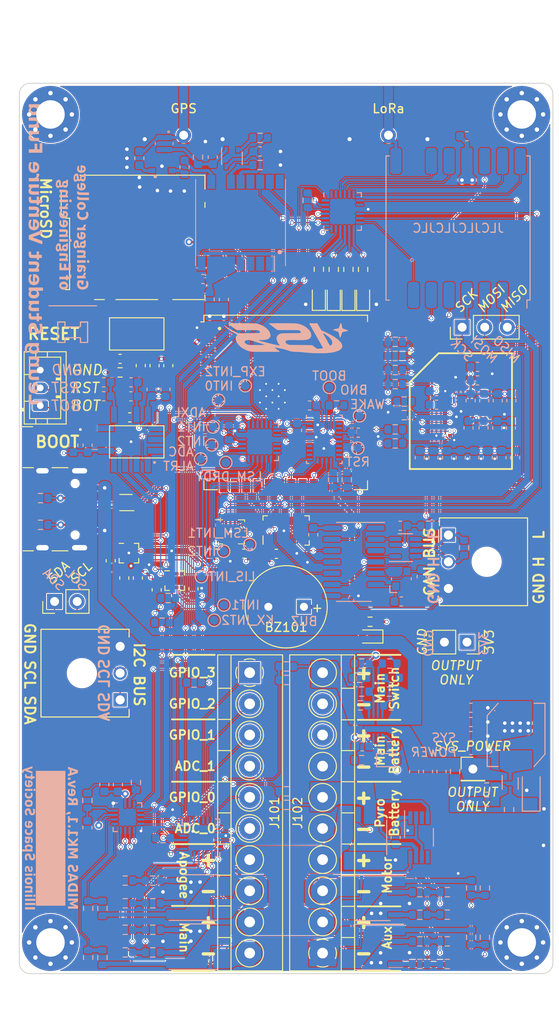
<source format=kicad_pcb>
(kicad_pcb (version 20221018) (generator pcbnew)
  (title_block (title "MIDAS MK1.1") (date "2024-01-11") (rev "A") (company "Illinois Space Society") (comment 4 "Contributors: Peter Giannetos, Thomas McManamen"))
  (layers (0 "F.Cu" signal) (1 "In1.Cu" signal) (2 "In2.Cu" signal) (31 "B.Cu" signal) (34 "B.Paste" user) (35 "F.Paste" user) (36 "B.SilkS" user "B.Silkscreen") (37 "F.SilkS" user "F.Silkscreen") (38 "B.Mask" user) (39 "F.Mask" user) (44 "Edge.Cuts" user))
  (net 0 "")
  (net 1 "/BUZZER")
  (net 2 "GND")
  (net 3 "/RESET_SW")
  (net 4 "Net-(U105-OSC2)")
  (net 5 "/ADC_DECAP")
  (net 6 "+3V3")
  (net 7 "Net-(U106-VDDIM)")
  (net 8 "Net-(U201-VCAPH)")
  (net 9 "Net-(U201-VCAPL)")
  (net 10 "/Power/SYS_POWER")
  (net 11 "Net-(U301-SS)")
  (net 12 "Net-(U105-OSC1)")
  (net 13 "Net-(J401-In)")
  (net 14 "Net-(D301-A)")
  (net 15 "Net-(FL401-OUT)")
  (net 16 "Net-(U402-IN)")
  (net 17 "Net-(U403-RF_IN)")
  (net 18 "Net-(U403-VCC)")
  (net 19 "Net-(U402-OUT)")
  (net 20 "Net-(U502-V_{1P8ANA})")
  (net 21 "Net-(U504-CAP)")
  (net 22 "Net-(U505-C1)")
  (net 23 "Net-(D101-A)")
  (net 24 "Net-(D102-A)")
  (net 25 "Net-(D103-A)")
  (net 26 "Net-(D104-A)")
  (net 27 "Net-(D302-K)")
  (net 28 "/USB_POWER")
  (net 29 "/SPI_SCK")
  (net 30 "/SPI_MOSI")
  (net 31 "Net-(FL401-IN)")
  (net 32 "/MicroSD_CMD")
  (net 33 "/MicroSD_CLK")
  (net 34 "/MicroSD_DAT0")
  (net 35 "Net-(J106-CC1)")
  (net 37 "/SPI_MISO")
  (net 38 "/AUX_GPIO_3")
  (net 39 "Net-(J106-CC2)")
  (net 41 "Net-(U502-V_{1P8DIG})")
  (net 42 "/AUX_GPIO_2")
  (net 43 "/AUX_GPIO_1")
  (net 44 "/AUX_ADC_1")
  (net 45 "/AUX_GPIO_0")
  (net 46 "/AUX_ADC_0")
  (net 47 "/LIV3R_RESET")
  (net 48 "/ADXL355_CS")
  (net 49 "/BNO086_CS")
  (net 50 "/KX134_CS")
  (net 51 "/LIS3MDL_CS")
  (net 52 "/MS5611_CS")
  (net 53 "Net-(J402-In)")
  (net 54 "/V_PYRO")
  (net 55 "/PYRO_A")
  (net 56 "Net-(D303-A)")
  (net 57 "Net-(Q201A-D1-Pad7)")
  (net 58 "Net-(J102-Pin_8)")
  (net 59 "Net-(Q201B-G2)")
  (net 60 "Net-(Q202A-S1)")
  (net 61 "Net-(Q202A-G1)")
  (net 62 "Net-(Q202B-G2)")
  (net 63 "Net-(U109-D+_out)")
  (net 64 "/PYRO_B")
  (net 65 "Net-(Q204A-S1)")
  (net 66 "Net-(Q204A-G1)")
  (net 67 "Net-(Q204B-G2)")
  (net 68 "Net-(Q205A-S1)")
  (net 69 "Net-(Q205A-G1)")
  (net 70 "Net-(Q205B-G2)")
  (net 71 "/EXP_RESET")
  (net 72 "/EXP_INT1")
  (net 73 "/EXP_INT2")
  (net 74 "/I2C_SCL")
  (net 75 "/I2C_SDA")
  (net 76 "/VBAT_PYRO")
  (net 77 "/PYRO_C")
  (net 78 "/LED_RED")
  (net 79 "/LED_ORANGE")
  (net 80 "/LED_GREEN")
  (net 81 "/LED_BLUE")
  (net 82 "/VBAT_SENSE")
  (net 83 "Net-(Q203A-S1)")
  (net 84 "Net-(Q203A-G1)")
  (net 85 "/MEM_DAT3")
  (net 86 "/MEM_CLK")
  (net 87 "Net-(Q203B-G2)")
  (net 88 "Net-(U109-D-_out)")
  (net 89 "/MEM_DS")
  (net 90 "/MEM_DAT0")
  (net 91 "/MEM_DAT1")
  (net 92 "/MEM_DAT2")
  (net 93 "/PYRO_D")
  (net 94 "Net-(U302-SW)")
  (net 95 "Net-(U106-CLK)")
  (net 96 "/PYRO_EN")
  (net 97 "/EXP_INT0")
  (net 98 "Net-(U106-DS)")
  (net 99 "Net-(U301-OV1)")
  (net 100 "Net-(U301-PR1)")
  (net 102 "Net-(U301-ILM)")
  (net 103 "Net-(U301-OV2)")
  (net 104 "/BNO086_BOOT")
  (net 105 "/ARM_A")
  (net 106 "/ARM_C")
  (net 108 "/CAN_NINT1")
  (net 109 "/FIRE_A")
  (net 110 "/FIRE_C")
  (net 111 "/SENSE_A")
  (net 112 "/SENSE_C")
  (net 113 "/ARM_B")
  (net 114 "/CAN_NCS")
  (net 115 "/ARM_D")
  (net 116 "/CAN_NINT")
  (net 117 "/FIRE_B")
  (net 118 "/FIRE_D")
  (net 119 "/SENSE_B")
  (net 120 "/PYRO_SENSE")
  (net 121 "Net-(U504-ENV_SDA)")
  (net 122 "Net-(U504-ENV_SCL)")
  (net 123 "/SENSE_D")
  (net 127 "Net-(J110-Pin_1)")
  (net 128 "Net-(J110-Pin_2)")
  (net 129 "Net-(U108-ADDR)")
  (net 194 "/MEM_RST_N")
  (net 210 "/MEM_CMD")
  (net 240 "Net-(U302-FB)")
  (net 244 "/ADC_ALERT")
  (net 247 "/ADXL355_INT1")
  (net 248 "/ADXL355_INT2")
  (net 249 "/BNO086_WAKE")
  (net 250 "/BNO086_RESET")
  (net 251 "/KX134_INT1")
  (net 252 "/KX134_INT2")
  (net 253 "/LIS3MDL_INT")
  (net 254 "/LIS3MDL_DRDY")
  (net 255 "/LSM6DSLTR_INT1")
  (net 256 "/LSM6DSLTR_INT2")
  (net 268 "/USB_D-")
  (net 269 "/USB_D+")
  (net 270 "/RFM96W_RESET")
  (net 271 "/RFM96W_INT")
  (net 272 "/RFM96W_CS")
  (net 273 "/BNO086_INT")
  (net 276 "/CAN_FAULT")
  (net 277 "/Power/MUX_CP2")
  (net 278 "Net-(U402-OC)")
  (net 281 "/RFM96W_DI05")
  (net 282 "/RFM96W_DI03")
  (net 283 "/RFM96W_DI04")
  (net 284 "/RFM96W_DI01")
  (net 285 "/RFM96W_DI02")
  (net 290 "/LSM6DSL_CS")
  (net 298 "Net-(U105-TXCAN)")
  (net 299 "/VBAT")
  (net 300 "Net-(U105-RXCAN)")
  (net 302 "Net-(U105-~{INT0}{slash}GPIO0{slash}XSTBY)")
  (net 311 "Net-(U402-ON)")
  (footprint "MountingHole:MountingHole_3.2mm_M3_Pad_Via" (layer "F.Cu") (at 161.5 146.5)
    (fp_text reference "H104" hide)
    (fp_text value "M3")
  )
  (footprint "Connector_PinSocket_2.54mm:PinSocket_1x02_P2.54mm_Vertical" (layer "F.Cu") (at 155.34 112.77 -90)
    (fp_text reference "J302" hide)
    (fp_text value "Conn_01x02")
  )
  (footprint "Connector_PinHeader_2.54mm:PinHeader_1x03_P2.54mm_Vertical" (layer "F.Cu") (at 154.795 77.4 90)
    (fp_text reference "J109" hide)
    (fp_text value "~")
  )
  (footprint "Connector_Molex_Micro-Fit-Plus:Molex_Micro-Fit-Plus_2157601003_1x03_P3.0mm" (layer "F.Cu") (at 157.195001 103.744998 90)
    (fp_text reference "J110" hide)
    (fp_text value "2157601003")
  )
  (footprint "LED_SMD:LED_0603_1608Metric" (layer "F.Cu") (at 138.68 74.02 90)
    (fp_text reference "D101" hide)
    (fp_text value "RED LED")
  )
  (footprint "Connector_PinHeader_2.54mm:PinHeader_1x02_P2.54mm_Vertical" (layer "F.Cu") (at 108.961 108.204 90)
    (fp_text reference "J108" hide)
    (fp_text value "Conn_01x02")
  )
  (footprint "Capacitor_SMD:C_0603_1608Metric" (layer "F.Cu") (at 120.4425 106.8965 90)
    (fp_text reference "C502" hide)
    (fp_text value "0.1uF")
  )
  (footprint "Package_TFBGA:TFBGA-153_11.5x13mm" (layer "F.Cu") (at 154.65 86.825)
    (fp_text reference "U106" hide)
    (fp_text value "MTFCxxxx" hide)
  )
  (footprint "MountingHole:MountingHole_3.2mm_M3_Pad_Via" (layer "F.Cu") (at 161.5 53.5)
    (fp_text reference "H103" hide)
    (fp_text value "M3")
  )
  (footprint "Connector_PinHeader_2.54mm:PinHeader_1x01_P2.54mm_Vertical" (layer "F.Cu") (at 156.0068 127.0254)
    (fp_text reference "J301" hide)
    (fp_text value "TestPoint")
  )
  (footprint "Package_LGA:LGA-8_3x5mm_P1.25mm" (layer "F.Cu") (at 135.000184 100.23 90)
    (fp_text reference "U506" hide)
    (fp_text value "MS5611-01BA03")
  )
  (footprint "Button_Switch_SMD:SW_SPST_FSMSM" (layer "F.Cu") (at 118.2 78.15)
    (fp_text reference "SW102" hide)
    (fp_text value "SW_Push")
  )
  (footprint "LED_SMD:LED_0603_1608Metric" (layer "F.Cu") (at 142.005 74.035 90)
    (fp_text reference "D103" hide)
    (fp_text value "GREEN LED")
  )
  (footprint "Package_DFN_QFN:ST_UQFN-6L_1.5x1.7mm_P0.5mm" (layer "F.Cu") (at 116.985 97.095 180)
    (fp_text reference "U109" hide)
    (fp_text value "ECMF02-2AMX6")
  )
  (footprint "Capacitor_SMD:C_0603_1608Metric" (layer "F.Cu") (at 115.269 103.627 -90)
    (fp_text reference "C518" hide)
    (fp_text value "100nF")
  )
  (footprint "LED_SMD:LED_0603_1608Metric" (layer "F.Cu") (at 140.355 74.035 90)
    (fp_text reference "D102" hide)
    (fp_text value "ORANGE LED")
  )
  (footprint "Capacitor_SMD:C_0603_1608Metric" (layer "F.Cu") (at 127.215 102.83)
    (fp_text reference "C512" hide)
    (fp_text value "0.1uF")
  )
  (footprint "Connector_Molex_Micro-Fit-Plus:Molex_Micro-Fit-Plus_2157601003_1x03_P3.0mm" (layer "F.Cu") (at 112.387 116.253 -90)
    (fp_text reference "J111" hide)
    (fp_text value "2157601003")
  )
  (footprint "Capacitor_SMD:C_0603_1608Metric" (layer "F.Cu") (at 118.65 81.7125 90)
    (fp_text reference "C114" hide)
    (fp_text value "1uF")
  )
  (footprint "MCU_ESP32:ESP32-S3-WROOM-1U" (layer "F.Cu") (at 134.855 85.16)
    (fp_text reference "U104" hide)
    (fp_text value "ESP32-S3-WROOM-1U")
  )
  (footprint "Package_LGA:LGA-12_2x2mm_P0.5mm" (layer "F.Cu") (at 122.4725 105.859)
    (fp_text reference "U501" hide)
    (fp_text value "KX134-1211")
  )
  (footprint "MountingHole:MountingHole_3.2mm_M3_Pad_Via" (layer "F.Cu") (at 108.5 146.5)
    (fp_text reference "H102" hide)
    (fp_text value "M3")
  )
  (footprint "Capacitor_SMD:C_0603_1608Metric" (layer "F.Cu") (at 116.325 80.95)
    (fp_text reference "C107" hide)
    (fp_text value "0.1uF")
  )
  (footprint "Capacitor_SMD:C_0603_1608Metric" (layer "F.Cu") (at 124.5775 106.7815 90)
    (fp_text reference "C504" hide)
    (fp_text value "0.1uF")
  )
  (footprint "Connector_JST:JST_PH_B3B-PH-K_1x03_P2.00mm_Vertical" (layer "F.Cu") (at 107.35 86.2125 90)
    (fp_text reference "J104" hide)
    (fp_text value "~")
  )
  (footprint "Resistor_SMD:R_0603_1608Metric" (layer "F.Cu") (at 116.325 82.475 180)
    (fp_text reference "R128" hide)
    (fp_text value "10k")
  )
  (footprint "Connector_Card:microSD_HC_Hirose_DM3BT-DSF-PEJS" (layer "F.Cu") (at 117.983 67.31 -90)
    (fp_text reference "J107" hide)
    (fp_text value "DM3BT-DSF-PEJS")
  )
  (footprint "Capacitor_SMD:C_0603_1608Metric" (layer "F.Cu") (at 130.245 102.83 180)
    (fp_text reference "C511" hide)
    (fp_text value "0.1uF")
  )
  (footprint "Resistor_SMD:R_0603_1608Metric" (layer "F.Cu") (at 144.439 110.48 180)
    (fp_text reference "R315" hide)
    (fp_text value "470")
  )
  (footprint "Package_LGA:Bosch_LGA-14_3x2.5mm_P0.5mm" (layer "F.Cu") (at 128.735 100.383)
    (fp_text reference "U503" hide)
    (fp_text value "LSM6DSLTR")
  )
  (footprint "Capacitor_SMD:C_0603_1608Metric" (layer "F.Cu") (at 121.75 81.7125 -90)
    (fp_text reference "C106" hide)
    (fp_text value "0.1uF")
  )
  (footprint "Package_LGA:LGA-12_2x2mm_P0.5mm" (layer "F.Cu") (at 117.324 102.777)
    (fp_text reference "U505" hide)
    (fp_text value "LIS3MDL")
  )
  (footprint "Connector_Phoenix_Terminal-Block:Phoenix_Terminal-Block_1751329_1x10_P3.5mm" (layer "F.Cu") (at 130.9 116.2 -90)
    (fp_text reference "J101")
    (fp_text value "Left")
  )
  (footprint "Buzzer:Buzzer_AT-0927-TT-6-R" (layer "F.Cu") (at 137.000184 108.8 180)
    (fp_text reference "BZ101")
    (fp_text value "AT-0927-TT-6-R")
  )
  (footprint "MountingHole:MountingHole_3.2mm_M3_Pad_Via" (layer "F.Cu") (at 108.5 53.5)
    (fp_text reference "H101" hide)
    (fp_text value "M3")
  )
  (footprint "Capacitor_SMD:C_0603_1608Metric" (layer "F.Cu") (at 116.799 105.572 90)
    (fp_text reference "C516" hide)
    (fp_text value "1uF")
  )
  (footprint "LED_SMD:LED_0603_1608Metric" (layer "F.Cu") (at 144.399 112.141 180)
    (fp_text reference "D303" hide)
    (fp_text value "RED LED")
  )
  (footprint "Resistor_SMD:R_0603_1608Metric" (layer "F.Cu") (at 143.655 70.9075 -90)
    (fp_text reference "R127" hide)
    (fp_text value "470")
  )
  (footprint "Button_Switch_SMD:SW_SPST_FSMSM" (layer "F.Cu") (at 118.2 90.275 180)
    (fp_text reference "SW101" hide)
    (fp_text value "SW_Push")
  )
  (footprint "Resistor_SMD:R_0603_1608Metric" (layer "F.Cu") (at 142.005 70.9075 -90)
    (fp_text reference "R126" hide)
    (fp_text value "470")
  )
  (footprint "Capacitor_SMD:C_0603_1608Metric" (layer "F.Cu") (at 120.2 81.7125 -90)
    (fp_text reference "C104" hide)
    (fp_text value "22uF")
  )
  (footprint "LED_SMD:LED_0603_1608Metric" (layer "F.Cu") (at 143.655 74.035 90)
    (fp_text reference "D104" hide)
    (fp_text value "BLUE LED")
  )
  (footprint "Resistor_SMD:R_0603_1608Metric" (layer "F.Cu") (at 138.68 70.8925 -90)
    (fp_text reference "R124" hide)
    (fp_text value "470")
  )
  (footprint "Resistor_SMD:R_0603_1608Metric" (layer "F.Cu") (at 140.355 70.9075 -90)
    (fp_text reference "R125" hide)
    (fp_text value "470")
  )
  (footprint "Capacitor_SMD:C_0603_1608Metric" (layer "F.Cu") (at 117.412 87.525 180)
    (fp_text reference "C103" hide)
    (fp_text value "0.1uF")
  )
  (footprint "Connector_Phoenix_Terminal-Block:Phoenix_Terminal-Block_1751329_1x10_P3.5mm" (layer "F.Cu") (at 139.1 147.7 90)
    (fp_text reference "J102")
    (fp_text value "Right")
  )
  (footprint "Capacitor_SMD:C_0603_1608Metric" (layer "F.Cu") (at 118.324 105.572 90)
    (fp_text reference "C517" hide)
    (fp_text value "100nF")
  )
  (footprint "Capacitor_SMD:C_0603_1608Metric" (layer "F.Cu") (at 133.895 102.855)
    (fp_text reference "C519" hide)
    (fp_text value "0.1uF")
  )
  (footprint "Connector_USB:USB_C_Receptacle_GCT_USB4105-xx-A_16P_TopMnt_Horizontal" (layer "F.Cu") (at 108.67 97.845 -90)
    (fp_text reference "J106" hide)
    (fp_text value "USB4105-GF-A")
  )
  (footprint "Resistor_SMD:R_0603_1608Metric" (layer "B.Cu") (at 153.14 140.85)
    (fp_text reference "R202" hide)
    (fp_text value "3.3k")
  )
  (footprint "Capacitor_SMD:C_0603_1608Metric" (layer "B.Cu") (at 112.649 133.604 -90)
    (fp_text reference "C111" hide)
    (fp_text value "1uF")
  )
  (footprint "Capacitor_SMD:C_0603_1608Metric" (layer "B.Cu") (at 147.828 99.695)
    (fp_text reference "C110" hide)
    (fp_text value "0.1uF")
  )
  (footprint "Capacitor_SMD:C_0603_1608Metric" (layer "B.Cu") (at 149.4 127.3048 -90)
    (fp_text reference "C304" hide)
    (fp_text value "10uF")
  )
  (footprint "Resistor_SMD:R_0603_1608Metric" (layer "B.Cu") (at 135.025 131.05 180)
    (fp_text reference "R118" hide)
    (fp_text value "100k")
  )
  (footprint "Resistor_SMD:R_0603_1608Metric" (layer "B.Cu") (at 143.25 116.7755 180)
    (fp_text reference "R306" hide)
    (fp_text value "5k")
  )
  (footprint "Diode_SMD:D_SOD-123F" (layer "B.Cu") (at 162.56 129.54 90)
    (fp_text reference "D302" hide)
    (fp_text value "BZT52H-A5V1-QX")
  )
  (footprint "Resistor_SMD:R_0603_1608Metric" (layer "B.Cu") (at 120 145.08)
    (fp_text reference "R218" hide)
    (fp_text value "1k")
  )
  (footprint "Capacitor_SMD:C_0603_1608Metric" (layer "B.Cu") (at 147.312 134.7 90)
    (fp_text reference "C201" hide)
    (fp_text value "1uF")
  )
  (footprint "Inductor_SMD:L_0603_1608Metric" (layer "B.Cu") (at 126.4 74.284 90)
    (fp_text reference "L402" hide)
    (fp_text value "27nH")
  )
  (footprint "Capacitor_SMD:C_0603_1608Metric" (layer "B.Cu") (at 157.2 88.71 -90)
    (fp_text reference "C126" hide)
    (fp_text value "0.1uF")
  )
  (footprint "Resistor_SMD:R_0603_1608Metric" (layer "B.Cu") (at 148.275 87.275 180)
    (fp_text reference "R114" hide)
    (fp_text value "50")
  )
  (footprint "Resistor_SMD:R_0603_1608Metric" (layer "B.Cu") (at 118.11 128.524 90)
    (fp_text reference "R116" hide)
    (fp_text value "TBD")
  )
  (footprint "Capacitor_SMD:C_0603_1608Metric" (layer "B.Cu") (at 128 74.284 90)
    (fp_text reference "C407" hide)
    (fp_text value "10pF")
  )
  (footprint "Package_SO:SO-8_3.9x4.9mm_P1.27mm" (layer "B.Cu") (at 144.75 141.49 180)
    (fp_text reference "Q203" hide)
    (fp_text value "DMNH6022SSDQ")
  )
  (footprint "Package_SO:SO-8_3.9x4.9mm_P1.27mm" (layer "B.Cu") (at 125.28 146.985)
    (fp_text reference "Q204" hide)
    (fp_text value "DMNH6022SSDQ")
  )
  (footprint "Capacitor_SMD:C_0603_1608Metric" (layer "B.Cu") (at 155.7782 124.8918 180)
    (fp_text reference "C308" hide)
    (fp_text value "22uF")
  )
  (footprint "Resistor_SMD:R_0603_1608Metric" (layer "B.Cu") (at 146.5995 118.3255 180)
    (fp_text reference "R303" hide)
    (fp_text value "27k")
  )
  (footprint "TestPoint:TestPoint_Pad_D1.0mm" (layer "B.Cu") (at 130.91 101.81 180)
    (fp_text reference "TP114" hide)
    (fp_text value "TestPoint_Small")
  )
  (footprint "Capacitor_SMD:C_0603_1608Metric" (layer "B.Cu") (at 118.491 58.42 -90)
    (fp_text reference "C401" hide)
    (fp_text value "200pF")
  )
  (footprint "Capacitor_SMD:C_0603_1608Metric" (layer "B.Cu") (at 117.54 85.16)
    (fp_text reference "C505" hide)
    (fp_text value "1uF")
  )
  (footprint "Capacitor_SMD:C_0603_1608Metric" (layer "B.Cu") (at 160.75 92.055 -90)
    (fp_text reference "C119" hide)
    (fp_text value "2.2uF")
  )
  (footprint "Capacitor_SMD:C_0603_1608Metric" (layer "B.Cu") (at 143.11 89.245)
    (fp_text reference "C513" hide)
    (fp_text value "0.1uF")
  )
  (footprint "Capacitor_SMD:C_0603_1608Metric" (layer "B.Cu") (at 158.8 85.65 -90)
    (fp_text reference "C129" hide)
    (fp_text value "2.2uF")
  )
  (footprint "Capacitor_SMD:C_0603_1608Metric" (layer "B.Cu") (at 156.525 83.375)
    (fp_text reference "C131" hide)
    (fp_text value "2.2uF")
  )
  (footprint "Memes:Grainger" (layer "B.Cu") (at 110.998 69.215 90)
    (fp_text reference "G***" hide)
    (fp_text value "LOGO" hide)
  )
  (footprint "Resistor_SMD:R_0603_1608Metric" (layer "B.Cu") (at 153.999 127.3048 -90)
    (fp_text reference "R311" hide)
    (fp_text value "20k")
  )
  (footprint "Resistor_SMD:R_0603_1608Metric" (layer "B.Cu") (at 141.82 94.525 -90)
    (fp_text reference "R503" hide)
    (fp_text value "2.2k")
  )
  (footprint "Resistor_SMD:R_0603_1608Metric" (layer "B.Cu") (at 150.03 140.85 180)
    (fp_text reference "R207" hide)
    (fp_text value "1k")
  )
  (footprint "Resistor_SMD:R_0603_1608Metric" (layer "B.Cu") (at 147.27 80.625 180)
    (fp_text reference "R109" hide)
    (fp_text value "50k")
  )
  (footprint "Resistor_SMD:R_0603_1608Metric" (layer "B.Cu") (at 112.74 142.68 90)
    (fp_text reference "R211" hide)
    (fp_text value "22k")
  )
  (footprint "Resistor_SMD:R_0603_1608Metric" (layer "B.Cu") (at 107.37 96.595 180)
    (fp_text reference "R122" hide)
    (fp_text value "5.1k")
  )
  (footprint "Resistor_SMD:R_0603_1608Metric" (layer "B.Cu") (at 153.13 146.38)
    (fp_text reference "R214" hide)
    (fp_text value "3.3k")
  )
  (footprint "Capacitor_SMD:C_0603_1608Metric" (layer "B.Cu") (at 125.65 71.984 180)
    (fp_text reference "C406" hide)
    (fp_text value "56pF")
  )
  (footprint "Resistor_SMD:R_0603_1608Metric" (layer "B.Cu") (at 112.74 148.2 90)
    (fp_text reference "R223" hide)
    (fp_text value "22k")
  )
  (footprint "Resistor_SMD:R_0603_1608Metric" (layer "B.Cu") (at 150.03 148.92 180)
    (fp_text reference "R220" hide)
    (fp_text value "1k")
  )
  (footprint "Inductor_TDK:L_TDK_SPM6530" (layer "B.Cu") (at 160.8582 123.19 -90)
    (fp_text reference "L301" hide)
    (fp_text value "2.2uH")
  )
  (footprint "Resistor_SMD:R_0603_1608Metric" (layer "B.Cu") (at 155.81 145.925 90)
    (fp_text reference "R222" hide)
    (fp_text value "10k")
  )
  (footprint "Resistor_SMD:R_0603_1608Metric" (layer "B.Cu") (at 116.9 147.62 180)
    (fp_text reference "R213" hide)
    (fp_text value "3.3k")
  )
  (footprint "Resistor_SMD:R_0603_1608Metric" (layer "B.Cu") (at 120 147.62)
    (fp_text reference "R217" hide)
    (fp_text value "1k")
  )
  (footprint "Capacitor_SMD:C_0603_1608Metric" (layer "B.Cu") (at 137.64 86.195 180)
    (fp_text reference "C514" hide)
    (fp_text value "0.1uF")
  )
  (footprint "Capacitor_SMD:C_0603_1608Metric" (layer "B.Cu") (at 160.28 88.71 -90)
    (fp_text reference "C127" hide)
    (fp_text value "2.2uF")
  )
  (footprint "Resistor_SMD:R_0603_1608Metric" (layer "B.Cu") (at 143.4995 118.3255)
    (fp_text reference "R307" hide)
    (fp_text value "69.8k")
  )
  (footprint "TestPoint:TestPoint_Pad_D1.0mm" (layer "B.Cu") (at 128.21 92.6 180)
    (fp_text reference "TP111" hide)
    (fp_text value "TestPoint_Small")
  )
  (footprint "Capacitor_SMD:C_0603_1608Metric" (layer "B.Cu") (at 123.571 59.436 90)
    (fp_text reference "C404" hide)
    (fp_text value "120pF")
  )
  (footprint "Package_TO_SOT_SMD:SOT-563" (layer "B.Cu") (at 160.193651 128.645 -90)
    (fp_text reference "U302" hide)
    (fp_text value "TI_TPS566242")
  )
  (footprint "TestPoint:TestPoint_Pad_D1.0mm" (layer "B.Cu") (at 125.47 105.41 180)
    (fp_text reference "TP112" hide)
    (fp_text value "TestPoint_Small")
  )
  (footprint "Capacitor_SMD:C_0603_1608Metric" (layer "B.Cu") (at 153.1 92.055 -90)
    (fp_text reference "C115" hide)
    (fp_text value "2.2uF")
  )
  (footprint "Resistor_SMD:R_0603_1608Metric" (layer "B.Cu") (at 157.5694 129.1082 180)
    (fp_text reference "R313" hide)
    (fp_text value "30k")
  )
  (footprint "Connector_Coax:U.FL_SMA_Molex_732511153_EdgeMount_Horizontal" (layer "B.Cu") (at 123.478 54.56 -90)
    (fp_text reference "J401" hide)
    (fp_text value "SMA")
  )
  (footprint "Capacitor_SMD:C_0603_1608Metric" (layer "B.Cu") (at 158.743332 88.71 -90)
    (fp_text reference "C128" hide)
    (fp_text value "0.1uF")
  )
  (footprint "Resistor_SMD:R_0603_1608Metric" (layer "B.Cu") (at 112.649 130.556 90)
    (fp_text reference "R115" hide)
    (fp_text value "100k")
  )
  (footprint "Capacitor_SMD:C_0603_1608Metric" (layer "B.Cu") (at 150.03 92.055 -90)
    (fp_text reference "C117" hide)
    (fp_text value "2.2uF")
  )
  (footprint "Inductor_SMD:L_Coilcraft_XFL2010" (layer "B.Cu") (at 121.285 56.769 -90)
    (fp_text reference "L403" hide)
    (fp_text value "500nH")
  )
  (footprint "TestPoint:TestPoint_Pad_D1.0mm" (layer "B.Cu") (at 143.25 87.35 180)
    (fp_text reference "TP105" hide)
    (fp_text value "TestPoint_Small")
  )
  (footprint "Capacitor_SMD:C_0603_1608Metric" (layer "B.Cu") (at 136.23 88.995 -90)
    (fp_text reference "C515" hide)
    (fp_text value "0.1uF")
  )
  (footprint "Capacitor_SMD:C_0603_1608Metric" (layer "B.Cu") (at 150.95 127.3048 -90)
    (fp_text reference "C302" hide)
    (fp_text value "0.1uF")
  )
  (footprint "Capacitor_SMD:C_0603_1608Metric" (layer "B.Cu") (at 160.325 85.65 -90)
    (fp_text reference "C130" hide)
    (fp_text value "0.1uF")
  )
  (footprint "Capacitor_SMD:C_0603_1608Metric" (layer "B.Cu") (at 111.07 90.66 90)
    (fp_text reference "C506" hide)
    (fp_text value "0.1uF")
  )
  (footprint "Capacitor_SMD:C_0603_1608Metric" (layer "B.Cu") (at 119.87 84.38 90)
    (fp_text reference "C508" hide)
    (fp_text value "0.1uF")
  )
  (footprint "Capacitor_SMD:C_0603_1608Metric" (layer "B.Cu") (at 151.56 92.055 -90)
    (fp_text reference "C118" hide)
    (fp_text value "0.1uF")
  )
  (footprint "Resistor_SMD:R_0603_1608Metric" (layer "B.Cu") (at 150.03 146.38 180)
    (fp_text reference "R219" hide)
    (fp_text value "1k")
  )
  (footprint "RF_GPS_ST:Teseo-LIV3R" (layer "B.Cu") (at 129.875 65.659)
    (fp_text reference "U403" hide)
    (fp_text value "Teseo-LIV3R" hide)
  )
  (footprint "TestPoint:TestPoint_Pad_D1.0mm" (layer "B.Cu") (at 126.64 90.62 180)
    (fp_text reference "TP107" hide)
    (fp_text value "TestPoint_Small")
  )
  (footprint "Capacitor_SMD:C_0603_1608Metric" (layer "B.Cu") (at 132.08 57.658)
    (fp_text reference "C405" hide)
    (fp_text value "10uF")
  )
  (footprint "Capacitor_SMD:C_0603_1608Metric" (layer "B.Cu") (at 114.48 83.59 180)
    (fp_text reference "C510" hide)
    (fp_text value "0.1uF")
  )
  (footprint "TestPoint:TestPoint_Pad_D1.0mm" (layer "B.Cu") (at 130.4 83.97 180)
    (fp_text reference "TP102" hide)
    (fp_text value "TestPoint_Small")
  )
  (footprint "Package_DFN_QFN:WQFN-24-1EP_4x4mm_P0.5mm_EP2.6x2.6mm" (layer "B.Cu") (at 141.35 64.4 -90)
    (fp_text reference "U103" hide)
    (fp_text value "TCAL9539-Q1")
  )
  (footprint "Resistor_SMD:R_0603_1608Metric" (layer "B.Cu") (at 147.27 88.875)
    (fp_text reference "R110" hide)
    (fp_text value "22")
  )
  (footprint "Capacitor_SMD:C_0603_1608Metric" (layer "B.Cu") (at 157.685 92.055 -90)
    (fp_text reference "C122" hide)
    (fp_text value "0.1uF")
  )
  (footprint "Resistor_SMD:R_0603_1608Metric" (layer "B.Cu") (at 146.7995 119.8755 180)
    (fp_text reference "R301" hide)
    (fp_text value "5k")
  )
  (footprint "Resistor_SMD:R_0603_1608Metric" (layer "B.Cu") (at 151.003 99.695)
    (fp_text reference "R129" hide)
    (fp_text value "10k")
  )
  (footprint "Capacitor_SMD:C_0603_1608Metric" (layer "B.Cu") (at 126.746 58.293 90)
    (fp_text reference "C408" hide)
    (fp_text value "0.1uF")
  )
  (footprint "Resistor_SMD:R_0603_1608Metric" (layer "B.Cu") (at 146.5995 124.4755 180)
    (fp_text reference "R310" hide)
    (fp_text value "21.5k")
  )
  (footprint "Resistor_SMD:R_0603_1608Metric" (layer "B.Cu") (at 146.6495 115.1755)
    (fp_text reference "R304" hide)
    (fp_text value "5k")
  )
  (footprint "Capacitor_SMD:C_0603_1608Metric" (layer "B.Cu") (at 112.67 90.65 -90)
    (fp_text reference "C501" hide)
    (fp_text value "1uF")
  )
  (footprint "Capacitor_SMD:C_0603_1608Metric" (layer "B.Cu") (at 152.475 127.3048 -90)
    (fp_text reference "C303" hide)
    (fp_text value "10uF")
  )
  (footprint "Resistor_SMD:R_0603_1608Metric" (layer "B.Cu") (at 116.9 145.08 180)
    (fp_text reference "R215" hide)
    (fp_text value "3.3k")
  )
  (footprint "Capacitor_SMD:C_0603_1608Metric" (layer "B.Cu") (at 117.55 83.59 180)
    (fp_text reference "C507" hide)
    (fp_text value "0.1uF")
  )
  (footprint "Capacitor_SMD:C_0603_1608Metric" (layer "B.Cu") (at 143.5495 124.4755)
    (fp_text reference "C301" hide)
    (fp_text value "1uF")
  )
  (footprint "Package_DFN_QFN:WQFN-24-1EP_4x4mm_P0.5mm_EP2.6x2.6mm" (layer "B.Cu") (at 125.425 134.75 -90)
    (fp_text reference "U101" hide)
    (fp_text value "TCAL9539-Q1")
  )
  (footprint "Resistor_SMD:R_0603_1608Metric" (layer "B.Cu") (at 121.043 110.591 180)
    (fp_text reference "R105" hide)
    (fp_text value "10k")
  )
  (footprint "Resistor_SMD:R_0603_1608Metric" (layer "B.Cu") (at 137.425 63.15 90)
    (fp_text reference "R103" hide)
    (fp_text value "10k")
  )
  (footprint "Capacitor_SMD:C_0603_1608Metric" (layer "B.Cu") (at 155.7782 121.7422 180)
    (fp_text reference "C305" hide)
    (fp_text value "22uF")
  )
  (footprint "Resistor_SMD:R_0603_1608Metric" (layer "B.Cu") (at 148.275 85.75 180)
    (fp_text reference "R111" hide)
    (fp_text value "22")
  )
  (footprint "Capacitor_SMD:C_0603_1608Metric" (layer "B.Cu") (at 151.915 86.1 180)
    (fp_text reference "C108" hide)
    (fp_text value "1uF")
  )
  (footprint "Package_SO:VSSOP-8_3.0x3.0mm_P0.65mm" (layer "B.Cu") (at 149.942 134.7 -90)
    (fp_text reference "U201" hide)
    (fp_text value "LM74670-Q1")
  )
  (footprint "Capacitor_SMD:C_0603_1608Metric" (layer "B.Cu") (at 155.7782 120.142 180)
    (fp_text reference "C306" hide)
    (fp_text value "22uF")
  )
  (footprint "Resistor_SMD:R_0603_1608Metric" (layer "B.Cu") (at 143.3495 119.8755)
    (fp_text reference "R305" hide)
    (fp_text value "33k")
  )
  (footprint "Capacitor_SMD:C_0603_1608Metric" (layer "B.Cu") (at 114.48 85.15)
    (fp_text reference "C509" hide)
    (fp_text value "1uF")
  )
  (footprint "Resistor_SMD:R_0603_1608Metric" (layer "B.Cu") (at 121.732 107.82 180)
    (fp_text reference "R104" hide)
    (fp_text value "10k")
  )
  (footprint "Package_TO_SOT_SMD:SOT-23-8" (layer "B.Cu") (at 148.4122 102.1588)
    (fp_text reference "U107" hide)
    (fp_text value "TCAN337G")
  )
  (footprint "Resistor_SMD:R_0603_1608Metric" (layer "B.Cu") (at 150.03 143.395 180)
    (fp_text reference "R208" hide)
    (fp_text value "1k")
  )
  (footprint "Resistor_SMD:R_0603_1608Metric" (layer "B.Cu") (at 147.27 79.041667 180)
    (fp_text reference "R108" hide)
    (fp_text value "50k")
  )
  (footprint "Resistor_SMD:R_0603_1608Metric" (layer "B.Cu") (at 120 139.555)
    (fp_text reference "R206" hide)
    (fp_text value "1k")
  )
  (footprint "Resistor_SMD:R_0603_1608Metric" (layer "B.Cu") (at 157.5694 130.683 180)
    (fp_text reference "R314" hide)
    (fp_text value "135k")
  )
  (footprint "Resistor_SMD:R_0603_1608Metric" (layer "B.Cu") (at 114.34 142.68 -90)
    (fp_text reference "R210" hide)
    (fp_text value "10k")
  )
  (footprint "Resistor_SMD:R_0603_1608Metric" (layer "B.Cu") (at 143.4995 115.1755 180)
    (fp_text reference "R308" hide)
    (fp_text value "5k")
  )
  (footprint "Resistor_SMD:R_0603_1608Metric" (layer "B.Cu") (at 135.025 129.525)
    (fp_text reference "R119" hide)
    (fp_text value "220k")
  )
  (footprint "Diode_SMD:D_0603_1608Metric" (layer "B.Cu") (at 146.6495 126.0255)
    (fp_text reference "D301" hide)
    (fp_text value "BAS416")
  )
  (footprint "Resistor_SMD:R_0603_1608Metric" (layer "B.Cu") (at 114.34 148.2 -90)
    (fp_text reference "R221" hide)
    (fp_text value "10k")
  )
  (footprint "Capacitor_SMD:C_0603_1608Metric" (layer "B.Cu") (at 114.554 128.778 90)
    (fp_text reference "C113" hide)
    (fp_text value "1uF")
  )
  (footprint "Capacitor_SMD:C_0603_1608Metric" (layer "B.Cu") (at 157.275 85.65 -90)
    (fp_text reference "C123" hide)
    (fp_text value "2.2uF")
  )
  (footprint "Capacitor_SMD:C_0603_1608Metric" (layer "B.Cu") (at 147.955 108.204)
    (fp_text reference "C102" hide)
    (fp_text value "22pF")
  )
  (footprint "Resistor_SMD:R_0603_1608Metric" (layer "B.Cu") (at 147.27 90.45 180)
    (fp_text reference "R113" hide)
    (fp_text value "50k")
  )
  (footprint "Capacitor_SMD:C_0603_1608Metric" (layer "B.Cu") (at 154.63 92.055 -90)
    (fp_text reference "C116" hide)
    (fp_text value "0.1uF")
  )
  (footprint "RF_Filter_Qualcomm:Qualcomm_SMD-6" (layer "B.Cu") (at 121.031 59.817)
    (fp_text reference "FL401" hide)
    (fp_text value "B3913")
  )
  (footprint "Resistor_SMD:R_0603_1608Metric" (layer "B.Cu") (at 155.0162 102.1588 90)
    (fp_text reference "R117" hide)
    (fp_text value "120")
  )
  (footprint "Package_DFN_QFN:WQFN-16-1EP_3x3mm_P0.5mm_EP1.68x1.68mm" (layer "B.Cu") (at 117.1566 132.4356 90)
    (fp_text reference "U108" hide)
    (fp_text value "ADS7138-Q1")
  )
  (footprint "Resistor_SMD:R_0603_1608Metric" (layer "B.Cu") (at 128.54 89.22 -90)
    (fp_text reference "R102" hide)
    (fp_text value "10k")
  )
  (footprint "Resistor_SMD:R_0603_1608Metric" (layer "B.Cu") (at 157.35 140.375 -90)
    (fp_text reference "R212" hide)
    (fp_text value "22k")
  )
  (footprint "TestPoint:TestPoint_Pad_D1.0mm" (layer "B.Cu") (at 127.98 102.56 180)
    (fp_text reference "TP113" hide)
    (fp_text value "TestPoint_Small")
  )
  (footprint "Resistor_SMD:R_0603_1608Metric" (layer "B.Cu") (at 147.27 82.208333 180)
    (fp_text reference "R112" hide)
    (fp_text value "50k")
  )
  (footprint "Resistor_SMD:R_0603_1608Metric" (layer "B.Cu") (at 160.0708 131.572 -90)
    (fp_text reference "R312" hide)
    (fp_text value "30k")
  )
  (footprint "Package_SO:SO-8_3.9x4.9mm_P1.27mm" (layer "B.Cu") (at 143.75 134.7 -90)
    (fp_text reference "Q201" hide)
    (fp_text value "DMNH6022SSDQ")
  )
  (footprint "RF_Module:HOPERF_RFM9XW_SMD" (layer "B.Cu") (at 154.33 66.255 90)
    (fp_text reference "U401" hide)
    (fp_text value "RFM96W-433S2")
  )
  (footprint "Resistor_SMD:R_0603_1608Metric" (layer "B.Cu") (at 155.81 140.375 90)
    (fp_text reference "R209" hide)
    (fp_text value "10k")
  )
  (footprint "Resistor_SMD:R_0603_1608Metric" (layer "B.Cu") (at 140.29 94.525 -90)
    (fp_text reference "R502" hide)
    (fp_text value "2.2k")
  )
  (footprint "TestPoint:TestPoint_Pad_D1.0mm" (layer "B.Cu") (at 143.06 90.99 180)
    (fp_text reference "TP104" hide)
    (fp_text value "TestPoint_Small")
  )
  (footprint "Resistor_SMD:R_0603_1608Metric" (layer "B.Cu") (at 120 142.1)
    (fp_text reference "R205" hide)
    (fp_text value "1k")
  )
  (footprint "Capacitor_SMD:C_0603_1608Metric" (layer "B.Cu") (at 156.525 81.85)
    (fp_text reference "C132" hide)
    (fp_text value "0.1uF")
  )
  (footprint "TestPoint:TestPoint_Pad_D1.0mm" (layer "B.Cu") (at 127.4 85.6 180)
    (fp_text reference "TP101" hide)
    (fp_text value "TestPoint_Small")
  )
  (footprint "Resistor_SMD:R_0603_1608Metric" (layer "B.Cu") (at 153.13 143.38)
    (fp_text reference "R204" hide)
    (fp_text value "3.3k")
  )
  (footprint "TestPoint:TestPoint_Pad_D1.0mm" (layer "B.Cu") (at 125.4 92.2 180)
    (fp_text reference "TP103" hide)
    (fp_text value "TestPoint_Small")
  )
  (footprint "Resistor_SMD:R_0603_1608Metric" (layer "B.Cu") (at 132.08 59.182 180)
    (fp_text reference "R401" hide)
    (fp_text value "10k")
  )
  (footprint "Resistor_SMD:R_0603_1608Metric" (layer "B.Cu") (at 116.9 139.555 180)
    (fp_text reference "R203" hide)
    (fp_text value "3.3k")
  )
  (footprint "Capacitor_SMD:C_0603_1608Metric" (layer "B.Cu") (at 138.049 100.711 90)
    (fp_text reference "C105" hide)
    (fp_text value "0.1uF")
  )
  (footprint "Logos_ISS:ISS_LOGO_even more extreme small" (layer "B.Cu") (at 134.766803 78.687893 180)
    (fp_text reference "G***" hide)
    (fp_text value "LOGO" hide)
  )
  (footprint "Resistor_SMD:R_0603_1608Metric" (layer "B.Cu") (at 135.025 115.5 180)
    (fp_text reference "R120" hide)
    (fp_text value "100k")
  )
  (footprint "Capacitor_SMD:C_0603_1608Metric" (layer "B.Cu") (at 155.513334 88.71 -90)
    (fp_text reference "C125" hide)
    (fp_text value "2.2uF")
  )
  (footprint "Package_LGA:LGA-28_5.2x3.8mm_P0.5mm" (layer "B.Cu") (at 139.3 89.99 -90)
    (fp_text reference "U504" hide)
    (fp_text value "BNO086")
  )
  (footprint "Capacitor_SMD:C_0603_1608Metric" (layer "B.Cu") (at 121.43 84.38 -90)
    (fp_text reference "C503" hide)
    (fp_text value "1uF")
  )
  (footprint "TestPoint:TestPoint_Pad_D1.0mm" (layer "B.Cu") (at 126.91 110.31 180)
    (fp_text reference "TP109" hide)
    (fp_text value "TestPoint_Small")
  )
  (footprint "Capacitor_SMD:C_0603_1608Metric" (layer "B.Cu") (at 150.241 105.41 90)
    (fp_text reference "C101" hide)
    (fp_text value "22pF")
  )
  (footprint "Resistor_SMD:R_0603_1608Metric" (layer "B.Cu") (at 116.9 142.1 180)
    (fp_text reference "R201" hide)
    (fp_text value "3.3k")
  )
  (footprint "Package_VQFN:VQFN-HR-RUX0012A" (layer "B.Cu") (at 145.0695 122.1745)
    (fp_text reference "U301" hide)
    (fp_text value "TPS2121" hide)
  )
  (footprint "Package_SO:SO-8_3.9x4.9mm_P1.27mm" (layer "B.Cu") (at 125.28 141.46)
    (fp_text reference "Q202" hide)
    (fp_text value "DMNH6022SSDQ")
  )
  (footprint "Resistor_SMD:R_0603_1608Metric" (layer "B.Cu") (at 121.15 134.775)
    (fp_text reference "R101" hide)
    (fp_text value "10k")
  )
  (footprint "TestPoint:TestPoint_Pad_D1.0mm" (layer "B.Cu") (at 126.77 88.6 180)
    (fp_text reference "TP108" hide)
    (fp_text value "TestPoint_Small")
  )
  (footprint "Crystal:Crystal_SMD_Abracon_ABM10-4Pin_2.5x2.0mm" (layer "B.Cu") (at 147.955 105.664)
    (fp_text reference "Y101" hide)
    (fp_text value "40MHz")
  )
  (footprint "Connector_Coax:U.FL_SMA_Molex_732511153_EdgeMount_Horizontal" (layer "B.Cu") (at 146.512125 54.56 -90)
    (fp_text reference "J402" hide)
    (fp_text value "SMA")
  )
  (footprint "Capacitor_SMD:C_0603_1608Metric" (layer "B.Cu") (at 155.7782 123.317 180)
    (fp_text reference "C307" hide)
    (fp_text value "22uF")
  )
  (footprint "Resistor_SMD:R_0603_1608Metric" (layer "B.Cu") (at 107.37 99.595 180)
    (fp_text reference "R123" hide)
    (fp_text value "5.1k")
  )
  (footprint "Resistor_SMD:R_0603_1608Metric" (layer "B.Cu") (at 125.095 58.293 -90)
    (fp_text reference "R402" hide)
    (fp_text value "500")
  )
  (footprint "Resistor_SMD:R_0603_1608Metric" (layer "B.Cu") (at 140.67 86.185)
    (fp_text reference "R501" hide)
    (fp_text value "10k")
  )
  (footprint "Capacitor_SMD:C_0603_1608Metric" (layer "B.Cu") (at 156.16 92.055 -90)
    (fp_text reference "C121" hide)
    (fp_text value "2.2uF")
  )
  (footprint "Package_DFN_QFN:WQFN-24-1EP_4x4mm_P0.5mm_EP2.6x2.6mm" (layer "B.Cu") (at 132.0275 90.265 -90)
    (fp_text reference "U102" hide)
    (fp_text value "TCAL9539-Q1")
  )
  (footprint "Resistor_SMD:R_0603_1608Metric" (layer "B.Cu") (at 157.35 145.925 -90)
    (fp_text reference "R224" hide)
    (fp_text value "22k")
  )
  (footprint "Sensor_Motion_Analog:Analog_LGA_14-7.4x7.4mm" (layer "B.Cu") (at 117.54 90.01 90)
    (fp_text reference "U502" hide)
    (fp_text value "ADXL355" hide)
  )
  (footprint "Resistor_SMD:R_0603_1608Metric" (layer "B.Cu") (at 146.9 116.7755)
    (fp_text reference "R302" hide)
    (fp_text value "5k")
  )
  (footprint "Capacitor_SMD:C_0603_1608Metric" (layer "B.Cu") (at 159.22 92.055 -90)
    (fp_text reference "C120" hide)
    (fp_text value "0.1uF")
  )
  (footprint "Capacitor_SMD:C_0603_1608Metric" (layer "B.Cu") (at 116.078 128.778 90)
    (fp_text reference "C112" hide)
    (fp_text value "1uF")
  )
  (footprint "Resistor_SMD:R_0603_1608Metric" (layer "B.Cu") (at 143.4995 126.0255)
    (fp_text reference "R309" hide)
    (fp_text value "0")
  )
  (footprint "Resistor_SMD:R_0603_1608Metric" (layer "B.Cu") (at 153.13 148.92)
    (fp_text reference "R216" hide)
    (fp_text value "3.3k")
  )
  (footprint "Capacitor_SMD:C_0603_1608Metric" (layer "B.Cu") (at 155.33 55.95)
    (fp_text reference "C402" hide)
    (fp_text value "10uF")
  )
  (footprint "TestPoint:TestPoint_Pad_D1.0mm" (layer "B.Cu") (at 139.86 84.15 180)
    (fp_text reference "TP106" hide)
    (fp_text value "TestPoint_Small")
  )
  (footprint "Package_SO:SO-8_3.9x4.9mm_P1.27mm" (layer "B.Cu") (at 144.75 147.015 180)
    (fp_text reference "Q205" hide)
    (fp_text value "DMNH6022SSDQ")
  )
  (footprint "Capacitor_SMD:C_0603_1608Metric" (layer "B.Cu") (at 155.75 85.65 -90)
    (fp_text reference "C124" hide)
    (fp_text value "0.1uF")
  )
  (footprint "Resistor_SMD:R_0603_1608Metric" (layer "B.Cu") (at 147.27 83.791667 180)
    (fp_text reference "R107" hide)
    (fp_text value "50k")
  )
  (footprint "Package_TO_SOT_SMD:SOT-353_SC-70-5" (layer "B.Cu") (at 128.905 58.42 -90)
    (fp_text reference "U402" hide)
    (fp_text value "TPS22943")
  )
  (footprint "Resistor_SMD:R_0603_1608Metric" (layer "B.Cu") (at 135.025 117.025)
    (fp_text reference "R121" hide)
    (fp_text value "220k")
  )
  (footprint "Resistor_SMD:R_0603_1608Metric" (layer "B.Cu") (at 124.645 117.31)
    (fp_text reference "R106" hide)
    (fp_text value "10k")
  )
  (footprint "TestPoint:TestPoint_Pad_D1.0mm" (layer "B.Cu") (at 128 108.6 180)
    (fp_text reference "TP110" hide)
    (fp_text value "TestPoint_Small")
  )
  (footprint "Package_SO:SOIC-14_3.9x8.7mm_P1.27mm" (layer "B.Cu") (at 142.621 103.759 180)
    (fp_text reference "U105" hide)
    (fp_text value "MCP2518FDT-xSL")
  )
  (footprint "Resistor_SMD:R_0603_1608Metric" (layer "B.Cu") (at 132.08 56.134)
    (fp_text reference "R403" hide)
    (fp_text value "100k")
  )
  (footprint "Capacitor_SMD:C_0603_1608Metric" (layer "B.Cu") (at 151.915 84.58 180)
    (fp_text reference "C109" hide)
    (fp_text value "0.1uF")
  )
  (gr_rect locked (start 106.925 127.3) (end 110.1 142.3) (stroke (width 0.15)) (fill solid) (layer "B.SilkS"))
  (gr_line (start 126.965 128.45) (end 122.16 128.45) (stroke (width 0.2)) (layer "F.SilkS"))
  (gr_line locked (start 147.86 135.45) (end 143.055 135.45) (stroke (width 0.2)) (layer "F.SilkS"))
  (gr_line (start 126.965 114.2) (end 122.16 114.2) (stroke (width 0.2)) (layer "F.SilkS"))
  (gr_line (start 126.965 149.7) (end 122.16 149.7) (stroke (width 0.2)) (layer "F.SilkS"))
  (gr_line (start 147.86 121.5) (end 143.055 121.5) (stroke (width 0.2)) (layer "F.SilkS"))
  (gr_line (start 147.86 128.45) (end 143.055 128.45) (stroke (width 0.2)) (layer "F.SilkS"))
  (gr_line (start 147.86 114.2) (end 143.055 114.2) (stroke (width 0.2)) (layer "F.SilkS"))
  (gr_line (start 147.86 149.7) (end 143.055 149.7) (stroke (width 0.2)) (layer "F.SilkS"))
  (gr_line locked (start 126.965 135.45) (end 122.16 135.45) (stroke (width 0.2)) (layer "F.SilkS"))
  (gr_line (start 147.86 142.45) (end 143.055 142.45) (stroke (width 0.2)) (layer "F.SilkS"))
  (gr_line (start 126.965 142.4) (end 122.16 142.4) (stroke (width 0.2)) (layer "F.SilkS"))
  (gr_line (start 126.965 121.45) (end 122.16 121.45) (stroke (width 0.2)) (layer "F.SilkS"))
  (gr_arc (start 106.200367 150.002234) (mid 105.35 149.65) (end 104.997766 148.799633) (stroke (width 0.1)) (layer "Edge.Cuts"))
  (gr_line (start 163.799634 150.002235) (end 106.200367 150.002234) (stroke (width 0.1)) (layer "Edge.Cuts"))
  (gr_line (start 165.002602 51.199999) (end 165.002235 148.799634) (stroke (width 0.1)) (layer "Edge.Cuts"))
  (gr_arc (start 165.002235 148.799634) (mid 164.650001 149.650001) (end 163.799634 150.002235) (stroke (width 0.1)) (layer "Edge.Cuts"))
  (gr_arc (start 104.997766 51.200367) (mid 105.35 50.35) (end 106.200367 49.997766) (stroke (width 0.1)) (layer "Edge.Cuts"))
  (gr_line (start 104.997766 148.799633) (end 104.997766 51.200367) (stroke (width 0.1)) (layer "Edge.Cuts"))
  (gr_line locked (start 106.200367 49.997766) (end 163.800001 49.997398) (stroke (width 0.1)) (layer "Edge.Cuts"))
  (gr_arc (start 163.800001 49.997398) (mid 164.650368 50.349632) (end 165.002602 51.199999) (stroke (width 0.1)) (layer "Edge.Cuts"))
  (gr_text "MIDAS" (at 129.594602 54.575) (layer "F.Cu") (effects (font (size 2 2) (thickness 0.4) bold) (justify left bottom)))
  (gr_text locked "JLCJLCJLCJLC" (at 159.597858 66.85675) (layer "B.SilkS") (effects (font (size 1 1)) (justify left bottom mirror)))
  (gr_text "LSM_INT1" (at 130.91 101.11) (layer "B.SilkS") (effects (font (size 1 1)) (justify left bottom mirror)))
  (gr_text "SCL" (at 114.554 116.253 90) (layer "B.SilkS") (effects (font (size 1.15 1.15) (thickness 0.23) bold) (justify mirror)))
  (gr_text "Leung Student Venture Fund" (at 106.68 69.215 270) (layer "B.SilkS") (effects (font (size 1.5 1.5) (thickness 0.2) bold) (justify mirror)))
  (gr_text "MOSI" (at 158.617708 81.28 -45) (layer "B.SilkS") (effects (font (size 1 1) (thickness 0.153) italic) (justify left mirror)))
  (gr_text "WAKE" (at 144.145 86.65) (layer "B.SilkS") (effects (font (size 1 1)) (justify bottom mirror)))
  (gr_text "SYS\nPOWER" (at 154.305 124.333) (layer "B.SilkS") (effects (font (size 1 1) (thickness 0.15) italic) (justify left mirror)))
  (gr_text "H" (at 151.511 103.744998 -90) (layer "B.SilkS") (effects (font (size 1.15 1.15) (thickness 0.23) bold) (justify mirror)))
  (gr_text "GND" (at 151.511 106.744998 -90) (layer "B.SilkS") (effects (font (size 1.15 1.15) (thickness 0.23) bold) (justify mirror)))
  (gr_text "LIS_INT" (at 126.17 105.41) (layer "B.SilkS") (effects (font (size 1 1)) (justify right mirror)))
  (gr_text "EXP_INT2\nINT0" (at 125.73 84.582) (layer "B.SilkS") (effects (font (size 1 1)) (justify right bottom mirror)))
  (gr_text "KX_INT2" (at 127.61 110.31) (layer "B.SilkS") (effects (font (size 1 1)) (justify right mirror)))
  (gr_text "INT2" (at 127.254 102.5652) (layer "B.SilkS") (effects (font (size 1 1)) (justify left mirror)))
  (gr_text "GND" (at 108.585 82.2125) (layer "B.SilkS") (effects (font (size 1.15 1.15) (thickness 0.15875) italic) (justify right mirror)))
  (gr_text "SCK" (at 153.659605 78.861897 315) (layer "B.SilkS") (effects (font (size 1 1) (thickness 0.153) italic) (justify right mirror)))
  (gr_text "MISO" (at 161.157708 81.28 -45) (layer "B.SilkS") (effects (font (size 1 1) (thickness 0.153) italic) (justify left mirror)))
  (gr_text "3V3" (at 157.226 112.832501 90) (layer "B.SilkS") (effects (font (size 1 1) (thickness 0.153) italic) (justify mirror)))
  (gr_text "RST" (at 108.585 84.2125) (layer "B.SilkS") (effects (font (size 1.15 1.15) (thickness 0.15875) italic) (justify right mirror)))
  (gr_text locked "MIDAS MK1.1, Rev.A" (at 110.92 134.8 270) (layer "B.SilkS") (effects (font (size 1.1 1) (thickness 0.22) bold) (justify mirror)))
  (gr_text "ADXL\nINT1\nINT2" (at 126.07 88.6) (layer "B.SilkS") (effects (font (size 1 1)) (justify left mirror)))
  (gr_text "RST" (at 143.06 91.948) (layer "B.SilkS") (effects (font (size 1 1)) (justify top mirror)))
  (gr_text "BOOT" (at 139.86 83.45) (layer "B.SilkS") (effects (font (size 1 1)) (justify bottom mirror)))
  (gr_text "BOT" (at 108.585 86.2125) (layer "B.SilkS") (effects (font (size 1.15 1.15) (thickness 0.15875) italic) (justify right mirror)))
  (gr_text "SDA" (at 114.554 120.015 90) (layer "B.SilkS") (effects (font (size 1.15 1.15) (thickness 0.23) bold) (justify mirror)))
  (gr_text locked "Illinois Space Society" (at 106.09 134.8 270) (layer "B.SilkS") (effects (font (size 1.1 0.97) (thickness 0.22) bold) (justify mirror)))
  (gr_text "BUZ" (at 137.033 109.855) (layer "B.SilkS") (effects (font (size 1 1)) (justify top mirror)))
  (gr_text "SDA" (at 109.957499 106.807 315) (layer "B.SilkS") (effects (font (size 1 1) (thickness 0.153) italic) (justify left mirror)))
  (gr_text "GND" (at 151.638 112.832501 90) (layer "B.SilkS") (effects (font (size 1 1) (thickness 0.153) italic) (justify bottom mirror)))
  (gr_text "GND" (at 114.554 112.522 90) (layer "B.SilkS") (effects (font (size 1.15 1.15) (thickness 0.23) bold) (justify mirror)))
  (gr_text "BNO" (at 144.272 84.455) (layer "B.SilkS") (effects (font (size 1 1)) (justify left mirror)))
  (gr_text "L" (at 151.51 100.75 -90) (layer "B.SilkS") (effects (font (size 1.15 1.15) (thickness 0.23) bold) (justify mirror)))
  (gr_text "ADC\nALRT" (at 124.7 92.2) (layer "B.SilkS") (effects (font (size 1 1)) (justify left mirror)))
  (gr_text "INT1" (at 128.7 108.6) (layer "B.SilkS") (effects (font (size 1 1)) (justify right mirror)))
  (gr_text "SCL" (at 112.480663 106.807 315) (layer "B.SilkS") (effects (font (size 1 1) (thickness 0.153) italic) (justify left mirror)))
  (gr_text "LSM_DRDY" (at 128.5748 93.599) (layer "B.SilkS") (effects (font (size 1 1)) (justify top mirror)))
  (gr_text "+\n" (at 126.255 137.186) (layer "F.SilkS") (effects (font (size 1.5 1.5) (thickness 0.375) bold)))
  (gr_text "I2C BUS" (at 118.472 116.411 270) (layer "F.SilkS") (effects (font (size 1.15 1.15) (thickness 0.23) bold)))
  (gr_text "CAN BUS" (at 151.125 103.744998 90) (layer "F.SilkS") (effects (font (size 1.15 1.15) (thickness 0.23) bold)))
  (gr_text "SDA" (at 106.172 120.396 270) (layer "F.SilkS") (effects (font (size 1.15 1.15) (thickness 0.23) bold)))
  (gr_text "GPIO_3" (at 127.19 116.2) (layer "F.SilkS") (effects (font (size 1 1) (thickness 0.2) bold) (justify right)))
  (gr_text "MOSI" (at 156.725 75.55 45) (layer "F.SilkS") (effects (font (size 1 1) (thickness 0.153) italic) (justify left)))
  (gr_text "MISO" (at 159.3 75.55 45) (layer "F.SilkS") (effects (font (size 1 1) (thickness 0.153) italic) (justify left)))
  (gr_text "Main\nSwitch" (at 146.36 117.95 90) (layer "F.SilkS") (effects (font (size 1 1) (thickness 0.2) bold)))
  (gr_text "RST" (at 110.725 84.2125) (layer "F.SilkS") (effects (font (size 1.15 1.15) (thickness 0.15875) italic) (justify left)))
  (gr_text "LoRa" (at 146.513687 53.43) (layer "F.SilkS") (effects (font (size 1 1) (thickness 0.16)) (justify bottom)))
  (gr_text "SCL" (at 106.172 116.411 270) (layer "F.SilkS") (effects (font (size 1.15 1.15) (thickness 0.23) bold)))
  (gr_text "Main\nBattery" (at 146.36 124.95 90) (layer "F.SilkS") (effects (font (size 1 1) (thickness 0.2) bold)))
  (gr_text locked "GND" (at 150.9 112.770001 90) (layer "F.SilkS") (effects (font (size 1 1) (thickness 0.153) italic) (justify bottom)))
  (gr_text "H" (at 163.425 103.744998 90) (layer "F.SilkS") (effects (font (size 1.15 1.15) (thickness 0.23) bold)))
  (gr_text "GPIO_2" (at 127.19 119.7) (layer "F.SilkS") (effects (font (size 1 1) (thickness 0.2) bold) (justify right)))
  (gr_text "-" (at 143.725 140.7) (layer "F.SilkS") (effects (font (size 1.5 1.5) (thickness 0.375) bold)))
  (gr_text "SCK" (at 154.15 75.55 45) (layer "F.SilkS") (effects (font (size 1 1) (thickness 0.153) italic) (justify left)))
  (gr_text "MicroSD" (at 107.95 64.05 270) (layer "F.SilkS") (effects (font (size 1.15 1.15) (thickness 0.23) bold)))
  (gr_text "GND" (at 163.425 106.744998 90) (layer "F.SilkS") (effects (font (size 1.15 1.15) (thickness 0.23) bold)))
  (gr_text "-" (at 143.725 119.7) (layer "F.SilkS") (effects (font (size 1.5 1.5) (thickness 0.375) bold)))
  (gr_text "3V3" (at 157.85 112.770001 90) (layer "F.SilkS") (effects (font (size 1 1) (thickness 0.153) italic)))
  (gr_text "SCL" (at 110.879164 106.044 45) (layer "F.SilkS") (effects (font (size 1 1) (thickness 0.153) italic) (justify left)))
  (gr_text "+\n" (at 126.255 144.186) (layer "F.SilkS") (effects (font (size 1.5 1.5) (thickness 0.375) bold)))
  (gr_text "-" (at 143.725 126.7) (layer "F.SilkS") (effects (font (size 1.5 1.5) (thickness 0.375) bold)))
  (gr_text "ADC_1" (at 127.19 126.7) (layer "F.SilkS") (effects (font (size 1 1) (thickness 0.2) bold) (justify right)))
  (gr_text "OUTPUT\nONLY" (at 155.9443 130.429) (layer "F.SilkS") (effects (font (size 1 1) (thickness 0.153) italic)))
  (gr_text "SYS_POWER" (at 155.9443 124.46) (layer "F.SilkS") (effects (font (size 1 1) (thickness 0.153) italic)))
  (gr_text "Aux" (at 146.36 145.97 90) (layer "F.SilkS") (effects (font (size 1 1) (thickness 0.2) bold)))
  (gr_text "Pyro\nBattery" (at 146.36 131.962 90) (layer "F.SilkS") (effects (font (size 1 1) (thickness 0.2) bold)))
  (gr_text "GPS" (at 123.479562 53.43) (layer "F.SilkS") (effects (font (size 1 1) (thickness 0.16)) (justify bottom)))
  (gr_text "-" (at 126.255 140.686) (layer "F.SilkS") (effects (font (size 1.5 1.5) (thickness 0.375) bold)))
  (gr_text "RESET" (at 111.887 78.15) (layer "F.SilkS") (effects (font (size 1.27 1.27) (thickness 0.254) bold) (justify right)))
  (gr_text "BOT" (at 110.725 86.2125) (layer "F.SilkS") (effects (font (size 1.15 1.15) (thickness 0.15875) italic) (justify left)))
  (gr_text "L" (at 163.425 100.744998 90) (layer "F.SilkS") (effects (font (size 1.15 1.15) (thickness 0.23) bold)))
  (gr_text locked "Main" (at 123.539 145.941 270) (layer "F.SilkS") (effects (font (size 1 1) (thickness 0.2) bold)))
  (gr_text "SDA" (at 108.331 106.044 45) (layer "F.SilkS") (effects (font (size 1 1) (thickness 0.153) italic) (justify left)))
  (gr_text "+\n" (at 143.725 130.2) (layer "F.SilkS") (effects (font (size 1.5 1.5) (thickness 0.375) bold)))
  (gr_text "BOOT" (at 111.887 90.275) (layer "F.SilkS") (effects (font (size 1.27 1.27) (thickness 0.254) bold) (justify right)))
  (gr_text "Apogee" (at 123.539 138.975 270) (layer "F.SilkS") (effects (font (size 1 1) (thickness 0.2) bold)))
  (gr_text "-" (at 143.725 147.675) (layer "F.SilkS") (effects (font (size 1.5 1.5) (thickness 0.375) bold)))
  (gr_text "+\n" (at 143.725 123.2) (layer "F.SilkS") (effects (font (size 1.5 1.5) (thickness 0.375) bold)))
  (gr_text "+\n" (at 143.725 137.2) (layer "F.SilkS") (effects (font (size 1.5 1.5) (thickness 0.375) bold)))
  (gr_text locked "GPIO_0" (at 127.19 130.2) (layer "F.SilkS") (effects (font (size 1 1) (thickness 0.2) bold) (justify right)))
  (gr_text "+\n" (at 143.725 116.2) (layer "F.SilkS") (effects (font (size 1.5 1.5) (thickness 0.375) bold)))
  (gr_text "-" (at 126.255 147.686) (layer "F.SilkS") (effects (font (size 1.5 1.5) (thickness 0.375) bold)))
  (gr_text "OUTPUT\nONLY" (at 154.09 116.205) (layer "F.SilkS") (effects (font (size 1 1) (thickness 0.153) italic)))
  (gr_text locked "ADC_0" (at 127.19 133.7) (layer "F.SilkS") (effects (font (size 1 1) (thickness 0.2) bold) (justify right)))
  (gr_text "+\n" (at 143.725 144.175) (layer "F.SilkS") (effects (font (size 1.5 1.5) (thickness 0.375) bold)))
  (gr_text "GND" (at 110.725 82.2125) (layer "F.SilkS") (effects (font (size 1.15 1.15) (thickness 0.15875) italic) (justify left)))
  (gr_text "Motor" (at 146.36 138.945 90) (layer "F.SilkS") (effects (font (size 1 1) (thickness 0.2) bold)))
  (gr_text locked "GPIO_1" (at 127.19 123.2) (layer "F.SilkS") (effects (font (size 1 1) (thickness 0.2) bold) (justify right)))
  (gr_text "GND" (at 106.172 112.395 -90) (layer "F.SilkS") (effects (font (size 1.15 1.15) (thickness 0.23) bold)))
  (gr_text "-" (at 143.725 133.7) (layer "F.SilkS") (effects (font (size 1.5 1.5) (thickness 0.375) bold)))
  (segment (start 140.67 96.61) (end 142.43 98.37) (width 0.45) (layer "F.Cu") (net 1))
  (segment (start 141.44 108.8) (end 137.000184 108.8) (width 0.45) (layer "F.Cu") (net 1))
  (segment (start 142.43 107.81) (end 141.44 108.8) (width 0.45) (layer "F.Cu") (net 1))
  (segment (start 140.67 95.2) (end 140.67 96.61) (width 0.45) (layer "F.Cu") (net 1))
  (segment (start 142.43 98.37) (end 142.43 107.81) (width 0.45) (layer "F.Cu") (net 1))
  (segment (start 153.87 90.045) (end 153.4 89.575) (width 0.127) (layer "F.Cu") (net 2))
  (via (at 144.61 143.24) (size 0.8) (drill 0.4) (layers "F.Cu" "B.Cu") (net 2))
  (via (at 159.5 88.7) (size 0.45) (drill 0.3) (layers "F.Cu" "B.Cu") (net 2))
  (via (at 121.031 59.309) (size 0.8) (drill 0.4) (layers "F.Cu" "B.Cu") (net 2))
  (via (at 145.354 89.671) (size 0.45) (drill 0.3) (layers "F.Cu" "B.Cu") (net 2))
  (via (at 145.63 148.77) (size 0.8) (drill 0.4) (layers "F.Cu" "B.Cu") (net 2))
  (via (at 154.675 86.85) (size 0.45) (drill 0.3) (layers "F.Cu" "B.Cu") (net 2))
  (via (at 145.64 143.23) (size 0.8) (drill 0.4) (layers "F.Cu" "B.Cu") (net 2))
  (via (at 152.331666 92.17) (size 0.45) (drill 0.3) (layers "F.Cu" "B.Cu") (net 2))
  (via (at 117.314 102.757) (size 0.45) (drill 0.3) (layers "F.Cu" "B.Cu") (net 2))
  (via (at 148.875 142.125) (size 0.8) (drill 0.4) (layers "F.Cu" "B.Cu") (net 2))
  (via (at 128.719 103.686) (size 0.45) (drill 0.3) (layers "F.Cu" "B.Cu") (net 2))
  (via (at 148.875 147.65) (size 0.8) (drill 0.4) (layers "F.Cu" "B.Cu") (net 2))
  (via (at 155.6512 129.1336) (size 0.8) (drill 0.4) (layers "F.Cu" "B.Cu") (net 2))
  (via (at 121.15 140.825) (size 0.8) (drill 0.4) (layers "F.Cu" "B.Cu") (net 2))
  (via (at 124.3 140.83) (size 0.8) (drill 0.4) (layers "F.Cu" "B.Cu") (net 2))
  (via (at 124.975 77.45) (size 0.45) (drill 0.3) (layers "F.Cu" "B.Cu") (net 2))
  (via (at 117.094 59.436) (size 0.8) (drill 0.4) (layers "F.Cu" "B.Cu") (net 2))
  (via (at 144.225 64.15) (size 0.45) (drill 0.3) (layers "F.Cu" "B.Cu") (net 2))
  (via (at 134.366 57.658) (size 0.8) (drill 0.4) (layers "F.Cu" "B.Cu") (net 2))
  (via (at 146.475 86.95) (size 0.45) (drill 0.3) (layers "F.Cu" "B.Cu") (net 2))
  (via (at 121.15 146.375) (size 0.8) (drill 0.4) (layers "F.Cu" "B.Cu") (net 2))
  (via (at 124.28 145.25) (size 0.8) (drill 0.4) (layers "F.Cu" "B.Cu") (net 2))
  (via (at 134.366 59.182) (size 0.8) (drill 0.4) (layers "F.Cu" "B.Cu") (net 2))
  (via (at 123.55 62.103) (size 0.8) (drill 0.4) (layers "F.Cu" "B.Cu") (net 2))
  (via (at 118.675 133.975) (size 0.45) (drill 0.3) (layers "F.Cu" "B.Cu") (net 2))
  (via (at 162.052 129.413) (size 0.8) (drill 0.4) (layers "F.Cu" "B.Cu") (net 2))
  (via (at 117.094 58.42) (size 0.8) (drill 0.4) (layers "F.Cu" "B.Cu") (net 2))
  (via (at 125.92 56.5404) (size 0.8) (drill 0.4) (layers "F.Cu" "B.Cu") (net 2))
  (via (at 138.38 89.75) (size 0.45) (drill 0.3) (layers "F.Cu" "B.Cu") (net 2))
  (via (at 128.215 134.511) (size 0.45) (drill 0.3) (layers "F.Cu" "B.Cu") (net 2))
  (via (at 125.5 106.72) (size 0.45) (drill 0.3) (layers "F.Cu" "B.Cu") (net 2))
  (via (at 122 62.103) (size 0.8) (drill 0.4) (layers "F.Cu" "B.Cu") (net 2))
  (via (at 119.59 104.07) (size 0.45) (drill 0.3) (layers "F.Cu" "B.Cu") (net 2))
  (via (at 137.2 74.825) (size 0.8) (drill 0.4) (layers "F.Cu" "B.Cu") (net 2))
  (via (at 154.35 138.75) (size 0.45) (drill 0.3) (layers "F.Cu" "B.Cu") (net 2))
  (via (at 137.4 103.8) (size 0.4) (drill 0.3) (layers "F.Cu" "B.Cu") (net 2))
  (via (at 125.31 145.24) (size 0.8) (drill 0.4) (layers "F.Cu" "B.Cu") (net 2))
  (via (at 122.13 102.52) (size 0.45) (drill 0.3) (layers "F.Cu" "B.Cu") (net 2))
  (via (at 147.3 137.24) (size 0.8) (drill 0.4) (layers "F.Cu" "B.Cu") (net 2))
  (via (at 122.233 131.589) (size 0.45) (drill 0.3) (layers "F.Cu" "B.Cu") (net 2))
  (via (at 155.394998 92.17) (size 0.45) (drill 0.3) (layers "F.Cu" "B.Cu") (net 2))
  (via (at 145.63 142.13) (size 0.8) (drill 0.4) (layers "F.Cu" "B.Cu") (net 2))
  (via (at 120.64 84.31) (size 0.45) (drill 0.3) (layers "F.Cu" "B.Cu") (net 2))
  (via (at 154.15 87.46) (size 0.45) (drill 0.3) (layers "F.Cu" "B.Cu") (net 2))
  (via (at 152.9 84.575) (size 0.35) (drill 0.25) (layers "F.Cu" "B.Cu") (net 2))
  (via (at 124.29 139.73) (size 0.8) (drill 0.4) (layers "F.Cu" "B.Cu") (net 2))
  (via (at 153.863332 92.17) (size 0.45) (drill 0.3) (layers "F.Cu" "B.Cu") (net 2))
  (via (at 128.777 100.345) (size 0.45) (drill 0.3) (layers "F.Cu" "B.Cu") (net 2))
  (via (at 145.15 74.825) (size 0.8) (drill 0.4) (layers "F.Cu" "B.Cu") (net 2))
  (via (at 134.747 100.26) (size 0.45) (drill 0.3) (layers "F.Cu" "B.Cu") (net 2))
  (via (at 144.6 148.78) (size 0.8) (drill 0.4) (layers "F.Cu" "B.Cu") (net 2))
  (via (at 150.8 92.17) (size 0.45) (drill 0.3) (layers "F.Cu" "B.Cu") (net 2))
  (via (at 124.29 146.35) (size 0.8) (drill 0.4) (layers "F.Cu" "B.Cu") (net 2))
  (via (at 154.06 83.02) (size 0.45) (drill 0.3) (layers "F.Cu" "B.Cu") (net 2))
  (via (at 143.129 107.569) (size 0.4) (drill 0.3) (layers "F.Cu" "B.Cu") (net 2))
  (via (at 129.24 89.04) (size 0.45) (drill 0.3) (layers "F.Cu" "B.Cu") (net 2))
  (via (at 153.9 90.075) (size 0.4) (drill 0.25) (layers "F.Cu" "B.Cu") (net 2))
  (via (at 145.62 147.67) (size 0.8) (drill 0.4) (layers "F.Cu" "B.Cu") (net 2))
  (via (at 136.2 102.8) (size 0.45) (drill 0.3) (layers "F.Cu" "B.Cu") (net 2))
  (via (at 124.504 134.023) (size 0.45) (drill 0.3) (layers "F.Cu" "B.Cu") (net 2))
  (via (at 118.529 61.647) (size 0.8) (drill 0.4) (layers "F.Cu" "B.Cu") (net 2))
  (via (at 120.523 62.041) (size 0.8) (drill 0.4) (layers "F.Cu" "B.Cu") (net 2))
  (via (at 139.24 91.02) (size 0.4) (drill 0.3) (layers "F.Cu" "B.Cu") (net 2))
  (via (at 123.393 136.552) (size 0.45) (drill 0.3) (layers "F.Cu" "B.Cu") (net 2))
  (via (at 125.32 139.72) (size 0.8) (drill 0.4) (layers "F.Cu" "B.Cu") (net 2))
  (via (at 117.094 57.404) (size 0.8) (drill 0.4) (layers "F.Cu" "B.Cu") (net 2))
  (via (at 115.5675 130.865) (size 0.8) (drill 0.4) (layers "F.Cu" "B.Cu") (net 2))
  (via (at 138.55 88.37) (size 0.45) (drill 0.3) (layers "F.Cu" "B.Cu") (net 2))
  (via (at 148.67 133.93) (size 0.45) (drill 0.3) (layers "F.Cu" "B.Cu") (net 2))
  (via (at 163.95 135.6) (size 0.8) (drill 0.4) (layers "F.Cu" "B.Cu") (net 2))
  (via (at 111.86 88.89) (size 0.4) (drill 0.3) (layers "F.Cu" "B.Cu") (net 2))
  (via (at 151.9 89.575) (size 0.4) (drill 0.25) (layers "F.Cu" "B.Cu") (net 2))
  (via (at 117.56 90.26) (size 0.4) (drill 0.3) (layers "F.Cu" "B.Cu") (net 2))
  (via (at 158.45833 92.17) (size 0.45) (drill 0.3) (layers "F.Cu" "B.Cu") (net 2))
  (via (at 118.491 60.579) (size 0.8) (drill 0.4) (layers "F.Cu" "B.Cu") (net 2))
  (via (at 156.926664 92.17) (size 0.45) (drill 0.3) (layers "F.Cu" "B.Cu") (net 2))
  (via (at 158.175 82.625) (size 0.45) (drill 0.3) (layers "F.Cu" "B.Cu") (net 2))
  (via (at 164 131.5) (size 0.8) (drill 0.4) (layers "F.Cu" "B.Cu") (net 2))
  (via (at 159.55 87.175) (size 0.45) (drill 0.3) (layers "F.Cu" "B.Cu") (net 2))
  (segment (start 110.85 84.425) (end 114.325 80.95) (width 0.15) (layer "F.Cu") (net 3))
  (segment (start 107.35 84.425) (end 110.85 84.425) (width 0.15) (layer "F.Cu") (net 3))
  (segment (start 125.095 79.98) (end 126.205 79.98) (width 0.15) (layer "F.Cu") (net 3))
  (segment (start 113.61 78.15) (end 113.61 78.935) (width 0.15) (layer "F.Cu") (net 3))
  (segment (start 114.325 80.95) (end 115.55 80.95) (width 0.15) (layer "F.Cu") (net 3))
  (segment (start 118.65 82.4875) (end 119.4125 81.725) (width 0.15) (layer "F.Cu") (net 3))
  (segment (start 113.61 78.935) (end 117.15 82.475) (width 0.15) (layer "F.Cu") (net 3))
  (segment (start 123.35 81.725) (end 125.095 79.98) (width 0.15) (layer "F.Cu") (net 3))
  (segment (start 119.4125 81.725) (end 123.35 81.725) (width 0.15) (layer "F.Cu") (net 3))
  (segment (start 117.15 82.475) (end 118.6375 82.475) (width 0.15) (layer "F.Cu") (net 3))
  (segment (start 148.58 104.839) (end 150.037 104.839) (width 0.127) (layer "B.Cu") (net 4))
  (segment (start 147.819 105.6) (end 148.58 104.839) (width 0.127) (layer "B.Cu") (net 4))
  (segment (start 146.491 105.6) (end 147.819 105.6) (width 0.127) (layer "B.Cu") (net 4))
  (segment (start 145.92 105.029) (end 146.491 105.6) (width 0.127) (layer "B.Cu") (net 4))
  (segment (start 115.7 131.7) (end 115.0275 131.7) (width 0.25) (layer "B.Cu") (net 5))
  (segment (start 112.625 132.775) (end 112.625 131.325) (width 0.2) (layer "B.Cu") (net 5))
  (segment (start 115.0275 131.7) (end 114.6925 131.365) (width 0.25) (layer "B.Cu") (net 5))
  (segment (start 114.6925 131.365) (end 112.665 131.365) (width 0.25) (layer "B.Cu") (net 5))
  (segment (start 126.8435 102.7475) (end 128.1955 101.3955) (width 0.25) (layer "F.Cu") (net 6))
  (segment (start 153.4 90.075) (end 152.9 89.575) (width 0.127) (layer "F.Cu") (net 6))
  (segment (start 128.1955 101.3955) (end 128.235 101.3955) (width 0.25) (layer "F.Cu") (net 6))
  (segment (start 119.166 104.845) (end 119.118 104.797) (width 0.25) (layer "F.Cu") (net 6))
  (segment (start 120.975 80.95) (end 120.9875 80.9375) (width 0.45) (layer "F.Cu") (net 6))
  (segment (start 152.9 89.075) (end 152.9 89.57) (width 0.127) (layer "F.Cu") (net 6))
  (segment (start 130.499 103.669) (end 131.02 103.148) (width 0.25) (layer "F.Cu") (net 6))
  (segment (start 123.235 107.134) (end 123.63 107.529) (width 0.25) (layer "F.Cu") (net 6))
  (segment (start 120.2 80.9375) (end 120.9625 80.9375) (width 0.45) (layer "F.Cu") (net 6))
  (segment (start 133.12 103.66) (end 133.12 102.855) (width 0.25) (layer "F.Cu") (net 6))
  (segment (start 156.37 87.575) (end 155.9 87.575) (width 0.15) (layer "F.Cu") (net 6))
  (segment (start 153.9 86.075) (end 153.9 85.575) (width 0.15) (layer "F.Cu") (net 6))
  (segment (start 124.5775 107.5565) (end 125.5195 107.5565) (width 0.25) (layer "F.Cu") (net 6))
  (segment (start 124.975 79.05) (end 125.315 78.71) (width 0.45) (layer "F.Cu") (net 6))
  (segment (start 133.13 100.343) (end 133.125184 100.347816) (width 0.25) (layer "F.Cu") (net 6))
  (segment (start 156.37 87.575) (end 156.38 87.575) (width 0.15) (layer "F.Cu") (net 6))
  (segment (start 125.5195 107.5565) (end 125.529 107.547) (width 0.25) (layer "F.Cu") (net 6))
  (segment (start 123.63 107.529) (end 123.63 107.539) (width 0.25) (layer "F.Cu") (net 6))
  (segment (start 119.166 104.874) (end 119.166 104.845) (width 0.25) (layer "F.Cu") (net 6))
  (segment (start 121.75 80.9375) (end 123.0875 80.9375) (width 0.45) (layer "F.Cu") (net 6))
  (segment (start 119.195 104.874) (end 119.7965 105.4755) (width 0.25) (layer "F.Cu") (net 6))
  (segment (start 119.7965 105.4755) (end 120.4425 106.1215) (width 0.25) (layer "F.Cu") (net 6))
  (segment (start 115.5 82.475) (end 114.675 82.475) (width 0.45) (layer "F.Cu") (net 6))
  (segment (start 120.3225 106.0665) (end 121.6675 106.0665) (width 0.25) (layer "F.Cu") (net 6))
  (segment (start 152.4 91.21) (end 152.33 91.28) (width 0.15) (layer "F.Cu") (net 6))
  (segment (start 123.6575 107.5565) (end 124.5775 107.5565) (width 0.25) (layer "F.Cu") (net 6))
  (segment (start 120.9875 80.9375) (end 121.75 80.9375) (width 0.45) (layer "F.Cu") (net 6))
  (segment (start 153.4 86.075) (end 153.9 86.075) (width 0.15) (layer "F.Cu") (net 6))
  (segment (start 153.9 84.575) (end 153.9 85.575) (width 0.15) (layer "F.Cu") (net 6))
  (segment (start 119.118 104.797) (end 118.324 104.797) (width 0.25) (layer "F.Cu") (net 6))
  (segment (start 123.63 107.539) (end 123.64 107.539) (width 0.25) (layer "F.Cu") (net 6))
  (segment (start 131.02 102.83) (end 129.9975 101.8075) (width 0.25) (layer "F.Cu") (net 6))
  (segment (start 152.9 89.575) (end 152.4 90.075) (width 0.127) (layer "F.Cu") (net 6))
  (segment (start 123.64 107.539) (end 123.6575 107.5565) (width 0.25) (layer "F.Cu") (net 6))
  (segment (start 123.0875 80.9375) (end 124.975 79.05) (width 0.45) (layer "F.Cu") (net 6))
  (segment (start 123.235 106.609) (end 123.235 107.134) (width 0.25) (layer "F.Cu") (net 6))
  (segment (start 126.44 102.7475) (end 126.8435 102.7475) (width 0.25) (layer "F.Cu") (net 6))
  (segment (start 146.304 110.49) (end 145.274 110.49) (width 0.3) (layer "F.Cu") (net 6))
  (segment (start 120.9625 80.9375) (end 120.975 80.95) (width 0.45) (layer "F.Cu") (net 6))
  (segment (start 133.12 103.66) (end 133.347 103.887) (width 0.25) (layer "F.Cu") (net 6))
  (segment (start 155.757 87.575) (end 155.9 87.575) (width 0.15) (layer "F.Cu") (net 6))
  (segment (start 116.799 104.797) (end 118.324 104.797) (width 0.25) (layer "F.Cu") (net 6))
  (segment (start 125.315 78.71) (end 126.205 78.71) (width 0.45) (layer "F.Cu") (net 6))
  (segment (start 155.4 88.075) (end 155.4 87.932) (width 0.15) (layer "F.Cu") (net 6))
  (segment (start 152.4 90.075) (end 152.4 91.21) (width 0.15) (layer "F.Cu") (net 6))
  (segment (start 133.125184 101.335184) (end 133.125184 102.799816) (width 0.5) (layer "F.Cu") (net 6))
  (segment (start 124.096 67.835) (end 125.608 67.835) (width 0.3) (layer "F.Cu") (net 6))
  (segment (start 129.9975 101.8075) (end 129.9975 101.133) (width 0.25) (layer "F.Cu") (net 6))
  (segment (start 124.079 67.818) (end 124.096 67.835) (width 0.3) (layer "F.Cu") (net 6))
  (segment (start 126.44 102.92) (end 127.148 103.628) (width 0.25) (layer "F.Cu") (net 6))
  (segment (start 133.125184 101.305) (end 133.125184 100.347816) (width 0.25) (layer "F.Cu") (net 6))
  (segment (start 119.166 104.874) (end 119.195 104.874) (width 0.25) (layer "F.Cu") (net 6))
  (segment (start 155.4 87.932) (end 155.757 87.575) (width 0.15) (layer "F.Cu") (net 6))
  (via (at 159.575 84.875) (size 0.45) (drill 0.3) (layers "F.Cu" "B.Cu") (net 6))
  (via (at 120.655 85.155) (size 0.4) (drill 0.3) (layers "F.Cu" "B.Cu") (net 6))
  (via (at 127.148 103.628) (size 0.45) (drill 0.3) (layers "F.Cu" "B.Cu") (net 6))
  (via (at 157.6832 121.7422) (size 0.8) (drill 0.4) (layers "F.Cu" "B.Cu") (net 6))
  (via (at 139.12 66.71) (size 0.4) (drill 0.3) (layers "F.Cu" "B.Cu") (net 6))
  (via (at 157.6832 123.317) (size 0.8) (drill 0.4) (layers "F.Cu" "B.Cu") (net 6))
  (via (at 113.919 133.35) (size 0.8) (drill 0.4) (layers "F.Cu" "B.Cu") (net 6))
  (via (at 133.13 100.343) (size 0.45) (drill 0.3) (layers "F.Cu" "B.Cu") (net 6))
  (via (at 128 76.159) (size 0.8) (drill 0.4) (layers "F.Cu" "B.Cu") (net 6))
  (via (at 145.55 90.45) (size 0.45) (drill 0.3) (layers "F.Cu" "B.Cu") (net 6))
  (via (at 162.2298 121.8692) (size 0.8) (drill 0.4) (layers "F.Cu" "B.Cu") (net 6))
  (via (at 133.347 103.887) (size 0.45) (drill 0.3) (layers "F.Cu" "B.Cu") (net 6))
  (via (at 129.31 90.51) (size 0.45) (drill 0.3) (layers "F.Cu" "B.Cu") (net 6))
  (via (at 135.11 88.23) (size 0.45) (drill 0.3) (layers "F.Cu" "B.Cu") (net 6))
  (via (at 118.46 88.71) (size 0.4) (drill 0.3) (layers "F.Cu" "B.Cu") (net 6))
  (via (at 157.6832 124.8918) (size 0.8) (drill 0.4) (layers "F.Cu" "B.Cu") (net 6))
  (via (at 152.9 89.57) (size 0.35) (drill 0.25) (layers "F.Cu" "B.Cu") (net 6))
  (via (at 155.6512 130.683) (size 0.8) (drill 0.4) (layers "F.Cu" "B.Cu") (net 6))
  (via (at 162.2298 122.7328) (size 0.8) (drill 0.4) (layers "F.Cu" "B.Cu") (net 6))
  (via (at 120.907 108.823) (size 0.45) (drill 0.3) (layers "F.Cu" "B.Cu") (net 6))
  (via (at 109.99 91.54) (size 0.4) (drill 0.3) (layers "F.Cu" "B.Cu") (net 6))
  (via (at 158.45 91.28) (size 0.45) (drill 0.3) (layers "F.Cu" "B.Cu") (net 6))
  (via (at 150.79 91.28) (size 0.45) (drill 0.3) (layers "F.Cu" "B.Cu") (net 6))
  (via (at 138.25 63.15) (size 0.4) (drill 0.3) (layers "F.Cu" "B.Cu") (net 6))
  (via (at 159.5882 122.7328) (size 0.8) (drill 0.4) (layers "F.Cu" "B.Cu") (net 6))
  (via (at 121.2 134.75) (size 0.45) (drill 0.3) (layers "F.Cu" "B.Cu") (net 6))
  (via (at 126.35 117.31) (size 0.45) (drill 0.3) (layers "F.Cu" "B.Cu") (net 6))
  (via (at 116.9075 129.805) (size 0.8) (drill 0.4) (layers "F.Cu" "B.Cu") (net 6))
  (via (at 160.4518 122.7328) (size 0.8) (drill 0.4) (layers "F.Cu" "B.Cu") (net 6))
  (via (at 154.775 60.875) (size 0.8) (drill 0.4) (layers "F.Cu" "B.Cu") (net 6))
  (via (at 124.079 67.818) (size 0.8) (drill 0.4) (layers "F.Cu" "B.Cu") (net 6))
  (via (at 160.4518 121.8692) (size 0.8) (drill 0.4) (layers "F.Cu" "B.Cu") (net 6))
  (via (at 161.3154 122.7328) (size 0.8) (drill 0.4) (layers "F.Cu" "B.Cu") (net 6))
  (via (at 148.336 101.854) (size 0.45) (drill 0.3) (layers "F.Cu" "B.Cu") (net 6))
  (via (at 156.93 91.28) (size 0.45) (drill 0.3) (layers "F.Cu" "B.Cu") (net 6))
  (via (at 146.45 84.701667) (size 0.45) (drill 0.3) (layers "F.Cu" "B.Cu") (net 6))
  (via (at 157.6832 120.142) (size 0.8) (drill 0.4) (layers "F.Cu" "B.Cu") (net 6))
  (via (at 130.499 103.669) (size 0.45) (drill 0.3) (layers "F.Cu" "B.Cu") (net 6))
  (via (at 130.118 92.196) (size 0.45) (drill 0.3) (layers "F.Cu" "B.Cu") (net 6))
  (via (at 124.975 79.05) (size 0.45) (drill 0.3) (layers "F.Cu" "B.Cu") (net 6))
  (via (at 153.9 86.075) (size 0.4) (drill 0.25) (layers "F.Cu" "B.Cu") (net 6))
  (via (at 138.415 85.404) (size 0.45) (drill 0.3) (layers "F.Cu" "B.Cu") (net 6))
  (via (at 141.605 99.949) (size 0.45) (drill 0.3) (layers "F.Cu" "B.Cu") (net 6))
  (via (at 153.9 85.08) (size 0.4) (drill 0.25) (layers "F.Cu" "B.Cu") (net 6))
  (via (at 140.65 86.77) (size 0.4) (drill 0.3) (layers "F.Cu" "B.Cu") (net 6))
  (via (at 146.304 110.49) (size 0.45) (drill 0.3) (layers "F.Cu" "B.Cu") (net 6))
  (via (at 116.17 91.26) (size 0.4) (drill 0.3) (layers "F.Cu" "B.Cu") (net 6))
  (via (at 143.31 95.89) (size 0.4) (drill 0.3) (layers "F.Cu" "B.Cu") (net 6))
  (via (at 156.38 87.575) (size 0.4) (drill 0.25) (layers "F.Cu" "B.Cu") (net 6))
  (via (at 126.4 76.159) (size 0.8) (drill 0.4) (layers "F.Cu" "B.Cu") (net 6))
  (via (at 119.7965 105.4755) (size 0.45) (drill 0.3) (layers "F.Cu" "B.Cu") (net 6))
  (via (at 120.218 109.512) (size 0.45) (drill 0.3) (layers "F.Cu" "B.Cu") (net 6))
  (via (at 138.6 64.66) (size 0.4) (drill 0.3) (layers "F.Cu" "B.Cu") (net 6))
  (via (at 125.529 107.547) (size 0.45) (drill 0.3) (layers "F.Cu" "B.Cu") (net 6))
  (via (at 114.675 82.475) (size 0.45) (drill 0.3) (layers "F.Cu" "B.Cu") (net 6))
  (via (at 119.166 104.874) (size 0.45) (drill 0.3) (layers "F.Cu" "B.Cu") (net 6))
  (via (at 146.445 78.14) (size 0.45) (drill 0.3) (layers "F.Cu" "B.Cu") (net 6))
  (via (at 140.09 89.19) (size 0.4) (drill 0.3) (layers "F.Cu" "B.Cu") (net 6))
  (via (at 155.75 82.625) (size 0.45) (drill 0.3) (layers "F.Cu" "B.Cu") (net 6))
  (via (at 161.3154 121.8692) (size 0.8) (drill 0.4) (layers "F.Cu" "B.Cu") (net 6))
  (via (at 152.33 91.28) (size 0.45) (drill 0.3) (layers "F.Cu" "B.Cu") (net 6))
  (via (at 159.5882 121.8692) (size 0.8) (drill 0.4) (layers "F.Cu" "B.Cu") (net 6))
  (via (at 120.975 80.95) (size 0.45) (drill 0.3) (layers "F.Cu" "B.Cu") (net 6))
  (via (at 155.925 60.875) (size 0.8) (drill 0.4) (layers "F.Cu" "B.Cu") (net 6))
  (via (at 117.558 104.209) (size 0.45) (drill 0.3) (layers "F.Cu" "B.Cu") (net 6))
  (segment (start 142.77 95.35) (end 141.82 95.35) (width 0.25) (layer "B.Cu") (net 6))
  (segment (start 139.4825 66.3375) (end 140.1 66.3375) (width 0.2) (layer "B.Cu") (net 6))
  (segment (start 153.9 86.075) (end 153.9 85.08) (width 0.3) (layer "B.Cu") (net 6))
  (segment (start 148.336 101.854) (end 148.336 99.962) (width 0.3) (layer "B.Cu") (net 6))
  (segment (start 146.45 84.685) (end 146.445 84.68) (width 0.3) (layer "B.Cu") (net 6))
  (segment (start 130.118 92.196) (end 130.1245 92.2025) (width 0.127) (layer "B.Cu") (net 6))
  (segment (start 120.655 85.155) (end 119.87 85.155) (width 0.3) (layer "B.Cu") (net 6))
  (segment (start 136.23 88.22) (end 135.12 88.22) (width 0.2) (layer "B.Cu") (net 6))
  (segment (start 116.15 91.28) (end 116.17 91.26) (width 0.2) (layer "B.Cu") (net 6))
  (segment (start 139.05 86.91) (end 139.05 86.83) (width 0.2) (layer "B.Cu") (net 6))
  (segment (start 155.33 58.73) (end 155.33 56.725) (width 0.5) (layer "B.Cu") (net 6))
  (segment (start 119.445 85.58) (end 119.87 85.155) (width 0.3) (layer "B.Cu") (net 6))
  (segment (start 120.907 108.823) (end 120.907 107.82) (width 0.127) (layer "B.Cu") (net 6))
  (segment (start 121.225 134.775) (end 121.975 134.775) (width 0.25) (layer "B.Cu") (net 6))
  (segment (start 111.225 91.28) (end 114.74 91.28) (width 0.3) (layer "B.Cu") (net 6))
  (segment (start 140.65 86.77) (end 141.225 86.185) (width 0.25) (layer "B.Cu") (net 6))
  (segment (start 141.605 99.949) (end 140.146 99.949) (width 0.3) (layer "B.Cu") (net 6))
  (segment (start 140.05 89.18) (end 140.05 87.6025) (width 0.2) (layer "B.Cu") (net 6))
  (segment (start 119.445 87.715) (end 118.46 88.7) (width 0.25) (layer "B.Cu") (net 6))
  (segment (start 140.058 89.18) (end 140.05 89.18) (width 0.2) (layer "B.Cu") (net 6))
  (segment (start 120.218 109.512) (end 120.907 108.823) (width 0.127) (layer "B.Cu") (net 6))
  (segment (start 155.75 84.875) (end 155.75 82.625) (width 0.3) (layer "B.Cu") (net 6))
  (segment (start 155.75 82.625) (end 155.75 81.85) (width 0.3) (layer "B.Cu") (net 6))
  (segment (start 140.1 89.222) (end 140.058 89.18) (width 0.2) (layer "B.Cu") (net 6))
  (segment (start 116.9075 129.805) (end 116.33 129.805) (width 0.25) (layer "B.Cu") (net 6))
  (segment (start 121.2 134.75) (end 121.225 134.775) (width 0.25) (layer "B.Cu") (net 6))
  (segment (start 140.09 89.19) (end 140.108 89.23) (width 0.2) (layer "B.Cu") (net 6))
  (segment (start 156.05 87.935) (end 156.66 87.935) (width 0.3) (layer "B.Cu") (net 6))
  (segment (start 138.75 63.65) (end 139.4125 63.65) (width 0.2) (layer "B.Cu") (net 6))
  (segment (start 156.38 87.575) (end 156.38 87.655) (width 0.3) (layer "B.Cu") (net 6))
  (segment (start 138.415 86.195) (end 138.415 85.404) (width 0.2) (layer "B.Cu") (net 6))
  (segment (start 120.655 85.155) (end 121.43 85.155) (width 0.3) (layer "B.Cu") (net 6))
  (segment (start 138.6 64.66) (end 138.62 64.65) (width 0.2) (layer "B.Cu") (net 6))
  (segment (start 138.62 64.65) (end 139.4125 64.65) (width 0.2) (layer "B.Cu") (net 6))
  (segment (start 156.38 87.575) (end 156.38 87.64) (width 0.3) (layer "B.Cu") (net 6))
  (segment (start 140.108 89.23) (end 140.618 89.74) (width 0.2) (layer "B.Cu") (net 6))
  (segment (start 146.445 79.041667) (end 146.445 78.14) (width 0.3) (layer "B.Cu") (net 6))
  (segment (start 139.05 86.91) (end 139.05 87.6025) (width 0.2) (layer "B.Cu") (net 6))
  (segment (start 140.05 87.36) (end 140.05 87.6025) (width 0.25) (layer "B.Cu") (net 6))
  (segment (start 115.6991 132.1856) (end 114.5754 132.1856) (width 0.25) (layer "B.Cu") (net 6))
  (segment (start 113.919 132.842) (end 113.919 133.35) (width 0.25) (layer "B.Cu") (net 6))
  (segment (start 156.38 87.64) (end 156.085 87.935) (width 0.3) (layer "B.Cu") (net 6))
  (segment (start 109.99 91.54) (end 110.965 91.54) (width 0.2) (layer "B.Cu") (net 6))
  (segment (start 139.12 66.71) (end 139.12 66.7) (width 0.2) (layer "B.Cu") (net 6))
  (segment (start 153.9 85.08) (end 154.105 84.875) (width 0.3) (layer "B.Cu") (net 6))
  (segment (start 129.31 90.51) (end 130.11 90.51) (width 0.25) (layer "B.Cu") (net 6))
  (segment (start 114.5754 132.1856) (end 113.919 132.842) (width 0.25) (layer "B.Cu") (net 6))
  (segment (start 154.105 84.875) (end 160.325 84.875) (width 0.3) (layer "B.Cu") (net 6))
  (segment (start 146.445 79.041667) (end 146.445 83.791667) (width 0.3) (layer "B.Cu") (net 6))
  (segment (start 148.603 99.695) (end 150.178 99.695) (width 0.3) (layer "B.Cu") (net 6))
  (segment (start 130.1245 92.2025) (end 130.7775 92.2025) (width 0.127) (layer "B.Cu") (net 6))
  (segment (start 156.085 87.935) (end 156.05 87.935) (width 0.3) (layer "B.Cu") (net 6))
  (segment (start 120.218 110.591) (end 120.218 109.512) (width 0.127) (layer "B.Cu") (net 6))
  (segment (start 116.9075 130.9925) (end 116.9075 129.805) (width 0.25) (layer "B.Cu") (net 6))
  (segment (start 140.29 95.35) (end 141.82 95.35) (width 0.25) (layer "B.Cu") (net 6))
  (segment (start 139.12 66.7) (end 139.4825 66.3375) (width 0.2) (layer "B.Cu") (net 6))
  (segment (start 136.23 88.22) (end 137.6175 88.22) (width 0.2) (layer "B.Cu") (net 6))
  (segment (start 139.05 86.83) (end 138.415 86.195) (width 0.2) (layer "B.Cu") (net 6))
  (segment (start 140.65 86.77) (end 140.05 87.36) (width 0.25) (layer "B.Cu") (net 6))
  (segment (start 155.513334 87.935) (end 156.05 87.935) (width 0.3) (layer "B.Cu") (net 6))
  (segment (start 150.03 91.28) (end 160.75 91.28) (width 0.45) (layer "B.Cu") (net 6))
  (segment (start 123.4875 135) (end 122.2 135) (width 0.25) (layer "B.Cu") (net 6))
  (segment (start 140.618 89.74) (end 140.9625 89.74) (width 0.2) (layer "B.Cu") (net 6))
  (segment (start 146.445 90.45) (end 145.55 90.45) (width 0.3) (layer "B.Cu") (net 6))
  (segment (start 138.25 63.15) (end 138.75 63.65) (width 0.2) (layer "B.Cu") (net 6))
  (segment (start 129.31 90.51) (end 128.845 90.045) (width 0.25) (layer "B.Cu") (net 6))
  (segment (start 138.6 64.66) (end 138.61 64.65) (width 0.2) (layer "B.Cu") (net 6))
  (segment (start 114.74 91.28) (end 116.15 91.28) (width 0.2) (layer "B.Cu") (net 6))
  (segment (start 118.46 88.7) (end 118.46 88.71) (width 0.25) (layer "B.Cu") (net 6))
  (segment (start 140.09 89.19) (end 140.1 89.222) (width 0.2) (layer "B.Cu") (net 6))
  (segment (start 155.33 56.725) (end 154.555 55.95) (width 0.5) (layer "B.Cu") (net 6))
  (segment (start 119.445 87.21) (end 119.445 85.58) (width 0.3) (layer "B.Cu") (net 6))
  (segment (start 140.146 99.949) (end 138.062 99.949) (width 0.3) (layer "B.Cu") (net 6))
  (segment (start 148.3158 101.8338) (end 147.2747 101.8338) (width 0.3) (layer "B.Cu") (net 6))
  (segment (start 116.078 129.553) (end 114.554 129.553) (width 0.25) (layer "B.Cu") (net 6))
  (segment (start 156.38 87.655) (end 156.66 87.935) (width 0.3) (layer "B.Cu") (net 6))
  (segment (start 143.31 95.89) (end 142.77 95.35) (width 0.25) (layer "B.Cu") (net 6))
  (segment (start 156.66 87.935) (end 160.28 87.935) (width 0.3) (layer "B.Cu") (net 6))
  (segment (start 148.336 101.854) (end 148.3158 101.8338) (width 0.3) (layer "B.Cu") (net 6))
  (segment (start 125.47 117.31) (end 126.35 117.31) (width 0.127) (layer "B.Cu") (net 6))
  (segment (start 137.425 62.325) (end 138.25 63.15) (width 0.2) (layer "B.Cu") (net 6))
  (segment (start 135.12 88.22) (end 135.11 88.23) (width 0.2) (layer "B.Cu") (net 6))
  (segment (start 146.445 83.791667) (end 146.445 84.68) (width 0.3) (layer "B.Cu") (net 6))
  (via (at 151.9 84.58) (size 0.35) (drill 0.25) (layers "F.Cu" "B.Cu") (net 7))
  (segment (start 151.9 84.58) (end 151.14 84.58) (width 0.127) (layer "B.Cu") (net 7))
  (segment (start 151.14 84.58) (end 151.14 86.09) (width 0.127) (layer "B.Cu") (net 7))
  (segment (start 149.617 136.9) (end 149.617 135.97) (width 0.45) (layer "B.Cu") (net 8))
  (segment (start 149.617 135.97) (end 149.122 135.475) (width 0.45) (layer "B.Cu") (net 8))
  (segment (start 149.122 135.475) (end 147.312 135.475) (width 0.45) (layer "B.Cu") (net 8))
  (segment (start 147.312 133.054) (end 147.312 133.925) (width 0.45) (layer "B.Cu") (net 9))
  (segment (start 147.866 132.5) (end 147.312 133.054) (width 0.45) (layer "B.Cu") (net 9))
  (segment (start 148.967 132.5) (end 147.866 132.5) (width 0.45) (layer "B.Cu") (net 9))
  (segment (start 144.8195 123.9805) (end 144.3245 124.4755) (width 0.25) (layer "B.Cu") (net 11))
  (segment (start 144.8195 123.3245) (end 144.8195 123.9805) (width 0.25) (layer "B.Cu") (net 11))
  (segment (start 147.33 106.489) (end 147.33 108.054) (width 0.2) (layer "B.Cu") (net 12))
  (segment (start 145.286 106.489) (end 147.33 106.489) (width 0.2) (layer "B.Cu") (net 12))
  (segment (start 118.491 57.645) (end 119.012 57.645) (width 0.3493) (layer "B.Cu") (net 13))
  (segment (start 119.012 57.645) (end 120.563 56.094) (width 0.3493) (layer "B.Cu") (net 13))
  (segment (start 121.285 56.094) (end 123.214 56.094) (width 0.3493) (layer "B.Cu") (net 13))
  (segment (start 123.214 56.094) (end 123.478 55.83) (width 0.3493) (layer "B.Cu") (net 13))
  (segment (start 120.563 56.094) (end 121.285 56.094) (width 0.3493) (layer "B.Cu") (net 13))
  (segment (start 143.8 123.475) (end 147.45 127.125) (width 0.25) (layer "F.Cu") (net 14))
  (segment (start 142.775 123.475) (end 143.8 123.475) (width 0.25) (layer "F.Cu") (net 14))
  (segment (start 145.09 114.24) (end 142.77 116.56) (width 0.25) (layer "F.Cu") (net 14))
  (segment (start 142.77 116.56) (end 142.77 123.47) (width 0.25) (layer "F.Cu") (net 14))
  (via (at 145.09 114.24) (size 0.8) (drill 0.4) (layers "F.Cu" "B.Cu") (net 14))
  (via (at 142.775 123.475) (size 0.8) (drill 0.4) (layers "F.Cu" "B.Cu") (net 14))
  (via (at 147.45 127.125) (size 0.8) (drill 0.4) (layers "F.Cu" "B.Cu") (net 14))
  (segment (start 147.425 127.1) (end 147.425 124.625) (width 0.25) (layer "B.Cu") (net 14))
  (segment (start 145.09 114.24) (end 142.95 114.24) (width 0.25) (layer "B.Cu") (net 14))
  (segment (start 147.45 127.125) (end 147.425 127.1) (width 0.25) (layer "B.Cu") (net 14))
  (segment (start 147.4745 115.1755) (end 147.4745 116.525) (width 0.25) (layer "B.Cu") (net 14))
  (segment (start 145.8195 123.3245) (end 146.2735 123.3245) (width 0.25) (layer "B.Cu") (net 14))
  (segment (start 145.09 114.24) (end 146.54 114.24) (width 0.25) (layer "B.Cu") (net 14))
  (segment (start 142.6745 115.1755) (end 142.6745 116.526) (width 0.25) (layer "B.Cu") (net 14))
  (segment (start 142.7745 124.4755) (end 142.7745 125.9255) (width 0.25) (layer "B.Cu") (net 14))
  (segment (start 147.437 124.488) (end 147.437 126.0255) (width 0.25) (layer "B.Cu") (net 14))
  (segment (start 142.675 114.515) (end 142.675 115.2) (width 0.25) (layer "B.Cu") (net 14))
  (segment (start 146.54 114.24) (end 147.475 115.175) (width 0.25) (layer "B.Cu") (net 14))
  (segment (start 144.3195 123.3245) (end 143.9255 123.3245) (width 0.25) (layer "B.Cu") (net 14))
  (segment (start 142.775 123.475) (end 142.775 124.625) (width 0.25) (layer "B.Cu") (net 14))
  (segment (start 146.2735 123.3245) (end 147.4245 124.4755) (width 0.25) (layer "B.Cu") (net 14))
  (segment (start 143.9255 123.3245) (end 142.7745 124.4755) (width 0.25) (layer "B.Cu") (net 14))
  (segment (start 142.95 114.24) (end 142.675 114.515) (width 0.25) (layer "B.Cu") (net 14))
  (segment (start 123.177 59.817) (end 122.156 59.817) (width 0.3493) (layer "B.Cu") (net 15))
  (segment (start 123.571 60.211) (end 123.177 59.817) (width 0.3493) (layer "B.Cu") (net 15))
  (segment (start 131.305 57.658) (end 130.416 58.547) (width 0.3493) (layer "B.Cu") (net 16))
  (segment (start 129.875 60.149) (end 130.08 59.944) (width 0.3493) (layer "B.Cu") (net 16))
  (segment (start 130.416 58.547) (end 129.078 58.547) (width 0.3493) (layer "B.Cu") (net 16))
  (segment (start 130.08 59.944) (end 131.699 59.944) (width 0.3493) (layer "B.Cu") (net 16))
  (segment (start 132.08 58.433) (end 131.305 57.658) (width 0.3493) (layer "B.Cu") (net 16))
  (segment (start 129.875 61.059) (end 129.875 60.149) (width 0.3493) (layer "B.Cu") (net 16))
  (segment (start 131.699 59.944) (end 132.08 59.563) (width 0.3493) (layer "B.Cu") (net 16))
  (segment (start 131.305 57.658) (end 132.829 56.134) (width 0.3493) (layer "B.Cu") (net 16))
  (segment (start 132.08 59.563) (end 132.08 58.433) (width 0.3493) (layer "B.Cu") (net 16))
  (segment (start 129.078 58.547) (end 128.255 59.37) (width 0.3493) (layer "B.Cu") (net 16))
  (segment (start 124.661886 59.817) (end 123.571 58.726114) (width 0.3493) (layer "B.Cu") (net 17))
  (segment (start 126.575 60.154) (end 126.238 59.817) (width 0.3493) (layer "B.Cu") (net 17))
  (segment (start 123.571 58.726114) (end 123.571 58.661) (width 0.3493) (layer "B.Cu") (net 17))
  (segment (start 126.238 59.817) (end 124.661886 59.817) (width 0.3493) (layer "B.Cu") (net 17))
  (segment (start 126.575 61.059) (end 126.575 60.154) (width 0.3493) (layer "B.Cu") (net 17))
  (segment (start 126.425 71.984) (end 126.425 73.5715) (width 0.6) (layer "B.Cu") (net 18))
  (segment (start 126.746 59.068) (end 125.145 59.068) (width 0.3493) (layer "B.Cu") (net 19))
  (segment (start 128.255 57.47) (end 128.255 57.559) (width 0.3493) (layer "B.Cu") (net 19))
  (segment (start 123.52147 57.444) (end 121.285 57.444) (width 0.3493) (layer "B.Cu") (net 19))
  (segment (start 125.095 59.01753) (end 123.52147 57.444) (width 0.3493) (layer "B.Cu") (net 19))
  (segment (start 128.255 57.559) (end 126.746 59.068) (width 0.3493) (layer "B.Cu") (net 19))
  (segment (start 125.095 59.118) (end 125.095 59.01753) (width 0.3493) (layer "B.Cu") (net 19))
  (segment (start 125.145 59.068) (end 125.095 59.118) (width 0.3493) (layer "B.Cu") (net 19))
  (segment (start 118.175 83.74) (end 118.175 87.21) (width 0.3) (layer "B.Cu") (net 20))
  (segment (start 142.335 89.245) (end 140.9675 89.245) (width 0.2) (layer "B.Cu") (net 21))
  (segment (start 115.269 104.402) (end 115.6865 104.402) (width 0.25) (layer "F.Cu") (net 22))
  (segment (start 115.6865 104.402) (end 116.5615 103.527) (width 0.25) (layer "F.Cu") (net 22))
  (segment (start 138.68 73.2325) (end 138.68 71.7375) (width 0.3) (layer "F.Cu") (net 23))
  (segment (start 140.355 71.7325) (end 140.355 73.2275) (width 0.3) (layer "F.Cu") (net 24))
  (segment (start 142.025 73.2475) (end 142.025 71.7525) (width 0.3) (layer "F.Cu") (net 25))
  (segment (start 143.655 71.7325) (end 143.655 73.2275) (width 0.3) (layer "F.Cu") (net 26))
  (segment (start 114.585 100.245) (end 114.595 100.235) (width 0.6) (layer "F.Cu") (net 28))
  (segment (start 112.35 100.245) (end 114.585 100.245) (width 0.6) (layer "F.Cu") (net 28))
  (segment (start 112.35 95.445) (end 114.595 95.445) (width 0.6) (layer "F.Cu") (net 28))
  (via (at 114.595 100.235) (size 0.8) (drill 0.4) (layers "F.Cu" "B.Cu") (net 28))
  (via (at 114.595 95.445) (size 0.8) (drill 0.4) (layers "F.Cu" "B.Cu") (net 28))
  (segment (start 114.6 95.39) (end 114.6 107.8) (width 1.5) (layer "B.Cu") (net 28))
  (segment (start 114.595 95.445) (end 114.595 100.235) (width 1.5) (layer "B.Cu") (net 28))
  (segment (start 119.62 112.82) (end 147.81 112.82) (width 1.5) (layer "B.Cu") (net 28))
  (segment (start 149.45 114.46) (end 149.45 120.72) (width 1.5) (layer "B.Cu") (net 28))
  (segment (start 114.6 107.8) (end 119.62 112.82) (width 1.5) (layer "B.Cu") (net 28))
  (segment (start 147.81 112.82) (end 149.45 114.46) (width 1.5) (layer "B.Cu") (net 28))
  (segment (start 116.5615 101.3585) (end 116.5615 102.027) (width 0.127) (layer "F.Cu") (net 29))
  (segment (start 134.32 96.98) (end 133.095 98.205) (width 0.127) (layer "F.Cu") (net 29))
  (segment (start 134.32 95.2) (end 134.32 96.57) (width 0.127) (layer "F.Cu") (net 29))
  (segment (start 121.499 100.73) (end 117.19 100.73) (width 0.127) (layer "F.Cu") (net 29))
  (segment (start 133.731 100.076) (end 133.125184 99.470184) (width 0.127) (layer "F.Cu") (net 29))
  (segment (start 134.32 94.639) (end 134.969 93.99) (width 0.127) (layer "F.Cu") (net 29))
  (segment (start 134.32 96.57) (end 134.32 96.98) (width 0.127) (layer "F.Cu") (net 29))
  (segment (start 117.19 100.73) (end 116.5615 101.3585) (width 0.127) (layer "F.Cu") (net 29))
  (segment (start 133.095 98.205) (end 133.095 99.155) (width 0.127) (layer "F.Cu") (net 29))
  (segment (start 122.2225 104.7895) (end 122.2225 105.0965) (width 0.127) (layer "F.Cu") (net 29))
  (segment (start 128.753 96.57) (end 128.753 99.3525) (width 0.127) (layer "F.Cu") (net 29))
  (segment (start 121.499 104.066) (end 122.2225 104.7895) (width 0.127) (layer "F.Cu") (net 29))
  (via (at 121.499 104.066) (size 0.45) (drill 0.3) (layers "F.Cu" "B.Cu") (net 29))
  (via (at 121.499 100.73) (size 0.45) (drill 0.3) (layers "F.Cu" "B.Cu") (net 29))
  (via (at 134.32 96.57) (size 0.45) (drill 0.3) (layers "F.Cu" "B.Cu") (net 29))
  (via (at 121.499 95.483) (size 0.45) (drill 0.3) (layers "F.Cu" "B.Cu") (net 29))
  (via (at 133.731 100.076) (size 0.45) (drill 0.3) (layers "F.Cu" "B.Cu") (net 29))
  (via (at 128.753 96.57) (size 0.45) (drill 0.3) (layers "F.Cu" "B.Cu") (net 29))
  (via (at 134.969 93.99) (size 0.45) (drill 0.3) (layers "F.Cu" "B.Cu") (net 29))
  (segment (start 154.795 79.145) (end 155.925 80.275) (width 0.127) (layer "B.Cu") (net 29))
  (segment (start 134.969 93.99) (end 136.9375 93.99) (width 0.127) (layer "B.Cu") (net 29))
  (segment (start 128.753 96.57) (end 134.32 96.57) (width 0.127) (layer "B.Cu") (net 29))
  (segment (start 120.288 95.483) (end 118.175 93.37) (width 0.127) (layer "B.Cu") (net 29))
  (segment (start 154.795 77.4) (end 154.795 79.145) (width 0.127) (layer "B.Cu") (net 29))
  (segment (start 161.3 80.275) (end 161.6 80.575) (width 0.127) (layer "B.Cu") (net 29))
  (segment (start 121.499 95.483) (end 120.288 95.483) (width 0.127) (layer "B.Cu") (net 29))
  (segment (start 140.146 105.029) (end 137.193243 105.029) (width 0.127) (layer "B.Cu") (net 29))
  (segment (start 121.499 104.066) (end 121.499 95.483) (width 0.127) (layer "B.Cu") (net 29))
  (segment (start 133.731 101.566757) (end 133.731 100.076) (width 0.127) (layer "B.Cu") (net 29))
  (segment (start 155.925 80.275) (end 161.3 80.275) (width 0.127) (layer "B.Cu") (net 29))
  (segment (start 159.355 96.57) (end 134.32 96.57) (width 0.127) (layer "B.Cu") (net 29))
  (segment (start 161.6 94.325) (end 159.355 96.57) (width 0.127) (layer "B.Cu") (net 29))
  (segment (start 136.9375 93.99) (end 138.55 92.3775) (width 0.127) (layer "B.Cu") (net 29))
  (segment (start 137.193243 105.029) (end 133.731 101.566757) (width 0.127) (layer "B.Cu") (net 29))
  (segment (start 155.33 73.78) (end 155.33 76.865) (width 0.3) (layer "B.Cu") (net 29))
  (segment (start 161.6 80.575) (end 161.6 94.325) (width 0.127) (layer "B.Cu") (net 29))
  (segment (start 120.89 105.1035) (end 121.3955 105.609) (width 0.127) (layer "F.Cu") (net 30))
  (segment (start 134.162 93.991) (end 133.302 93.991) (width 0.127) (layer "F.Cu") (net 30))
  (segment (start 133.05 94.243) (end 133.05 95.2) (width 0.127) (layer "F.Cu") (net 30))
  (segment (start 133.05 95.2) (end 133.05 97.31) (width 0.127) (layer "F.Cu") (net 30))
  (segment (start 128.284 97.315) (end 128.284 99.3215) (width 0.127) (layer "F.Cu") (net 30))
  (segment (start 133.302 93.991) (end 133.05 94.243) (width 0.127) (layer "F.Cu") (net 30))
  (segment (start 121.3955 105.609) (end 121.71 105.609) (width 0.127) (layer "F.Cu") (net 30))
  (segment (start 134.467757 99.155) (end 136.271 100.958243) (width 0.127) (layer "F.Cu") (net 30))
  (segment (start 136.271 100.958243) (end 136.271 101.740816) (width 0.127) (layer "F.Cu") (net 30))
  (segment (start 117.574 101.659) (end 117.574 102.0145) (width 0.127) (layer "F.Cu") (net 30))
  (segment (start 134.345 99.155) (end 134.345 97.805) (width 0.127) (layer "F.Cu") (net 30))
  (segment (start 136.271 101.740816) (end 137.019184 102.489) (width 0.127) (layer "F.Cu") (net 30))
  (segment (start 137.019184 102.489) (end 138.049 102.489) (width 0.127) (layer "F.Cu") (net 30))
  (segment (start 134.345 97.805) (end 134.84 97.31) (width 0.127) (layer "F.Cu") (net 30))
  (segment (start 117.884 101.349) (end 117.574 101.659) (width 0.127) (layer "F.Cu") (net 30))
  (segment (start 120.879 101.349) (end 117.884 101.349) (width 0.127) (layer "F.Cu") (net 30))
  (via (at 120.89 105.1035) (size 0.45) (drill 0.3) (layers "F.Cu" "B.Cu") (net 30))
  (via (at 138.049 102.489) (size 0.4) (drill 0.3) (layers "F.Cu" "B.Cu") (net 30))
  (via (at 120.879 101.349) (size 0.45) (drill 0.3) (layers "F.Cu" "B.Cu") (net 30))
  (via (at 128.284 97.315) (size 0.45) (drill 0.3) (layers "F.Cu" "B.Cu") (net 30))
  (via (at 120.89 96.203) (size 0.45) (drill 0.3) (layers "F.Cu" "B.Cu") (net 30))
  (via (at 134.84 97.31) (size 0.45) (drill 0.3) (layers "F.Cu" "B.Cu") (net 30))
  (via (at 134.162 93.991) (size 0.45) (drill 0.3) (layers "F.Cu" "B.Cu") (net 30))
  (via (at 133.05 97.31) (size 0.45) (drill 0.3) (layers "F.Cu" "B.Cu") (net 30))
  (segment (start 162.575 94.85) (end 162.575 80.1) (width 0.127) (layer "B.Cu") (net 30))
  (segment (start 139.55 93.48) (end 139.55 92.3775) (width 0.127) (layer "B.Cu") (net 30))
  (segment (start 134.84 97.31) (end 134.85 97.32) (width 0.127) (layer "B.Cu") (net 30))
  (segment (start 134.162 93.991) (end 134.881 94.71) (width 0.127) (layer "B.Cu") (net 30))
  (segment (start 160.105 97.32) (end 162.575 94.85) (width 0.127) (layer "B.Cu") (net 30))
  (segment (start 120.89 96.203) (end 119.738 96.203) (width 0.127) (layer "B.Cu") (net 30))
  (segment (start 138.32 94.71) (end 139.55 93.48) (width 0.127) (layer "B.Cu") (net 30))
  (segment (start 128.284 97.315) (end 128.289 97.31) (width 0.127) (layer "B.Cu") (net 30))
  (segment (start 138.049 102.489) (end 140.146 102.489) (width 0.127) (layer "B.Cu") (net 30))
  (segment (start 157.335 78.485) (end 157.335 77.4) (width 0.127) (layer "B.Cu") (net 30))
  (segment (start 119.738 96.203) (end 116.905 93.37) (width 0.127) (layer "B.Cu") (net 30))
  (segment (start 134.881 94.71) (end 138.32 94.71) (width 0.127) (layer "B.Cu") (net 30))
  (segment (start 128.289 97.31) (end 133.05 97.31) (width 0.127) (layer "B.Cu") (net 30))
  (segment (start 134.85 97.32) (end 160.105 97.32) (width 0.127) (layer "B.Cu") (net 30))
  (segment (start 134.84 97.31) (end 133.05 97.31) (width 0.127) (layer "B.Cu") (net 30))
  (segment (start 157.335 77.4) (end 157.335 73.785) (width 0.3) (layer "B.Cu") (net 30))
  (segment (start 120.89 105.1035) (end 120.89 96.203) (width 0.127) (layer "B.Cu") (net 30))
  (segment (start 161.833 79.358) (end 158.208 79.358) (width 0.127) (layer "B.Cu") (net 30))
  (segment (start 162.575 80.1) (end 161.833 79.358) (width 0.127) (layer "B.Cu") (net 30))
  (segment (start 158.208 79.358) (end 157.335 78.485) (width 0.127) (layer "B.Cu") (net 30))
  (segment (start 119.113 59.817) (end 118.491 59.195) (width 0.3493) (layer "B.Cu") (net 31))
  (segment (start 119.906 59.817) (end 119.113 59.817) (width 0.3493) (layer "B.Cu") (net 31))
  (segment (start 130.556 69.756) (end 127.535 66.735) (width 0.127) (layer "F.Cu") (net 32))
  (segment (start 126.505 83.79) (end 130.556 79.739) (width 0.127) (layer "F.Cu") (net 32))
  (segment (start 127.535 66.735) (end 125.608 66.735) (width 0.127) (layer "F.Cu") (net 32))
  (segment (start 130.556 79.739) (end 130.556 69.756) (width 0.127) (layer "F.Cu") (net 32))
  (segment (start 127.635 68.935) (end 125.608 68.935) (width 0.127) (layer "F.Cu") (net 33))
  (segment (start 129.667 79.358) (end 129.667 70.967) (width 0.127) (layer "F.Cu") (net 33))
  (segment (start 129.667 70.967) (end 127.635 68.935) (width 0.127) (layer "F.Cu") (net 33))
  (segment (start 126.505 82.52) (end 129.667 79.358) (width 0.127) (layer "F.Cu") (net 33))
  (segment (start 127.585 71.135) (end 125.608 71.135) (width 0.127) (layer "F.Cu") (net 34))
  (segment (start 126.505 81.25) (end 128.778 78.977) (width 0.127) (layer "F.Cu") (net 34))
  (segment (start 128.778 72.328) (end 127.585 71.135) (width 0.127) (layer "F.Cu") (net 34))
  (segment (start 128.778 78.977) (end 128.778 72.328) (width 0.127) (layer "F.Cu") (net 34))
  (segment (start 112.35 96.595) (end 109.62 96.595) (width 0.25) (layer "F.Cu") (net 35))
  (via (at 109.62 96.595) (size 0.8) (drill 0.4) (layers "F.Cu" "B.Cu") (net 35))
  (segment (start 108.195 96.595) (end 109.62 96.595) (width 0.25) (layer "B.Cu") (net 35))
  (segment (start 118.681 102.526) (end 118.68 102.527) (width 0.127) (layer "F.Cu") (net 37))
  (segment (start 121.71 105.109) (end 121.71 104.746) (width 0.127) (layer "F.Cu") (net 37))
  (segment (start 135.59 93.48) (end 135.59 95.2) (width 0.127) (layer "F.Cu") (net 37))
  (segment (start 121.71 104.746) (end 121.535 104.571) (width 0.127) (layer "F.Cu") (net 37))
  (segment (start 127.8 98.045) (end 127.4725 98.3725) (width 0.127) (layer "F.Cu") (net 37))
  (segment (start 121.535 104.571) (end 120.283 104.571) (width 0.127) (layer "F.Cu") (net 37))
  (segment (start 127.4725 98.3725) (end 127.4725 99.633) (width 0.127) (layer "F.Cu") (net 37))
  (segment (start 135.59 98.03) (end 135.59 95.2) (width 0.127) (layer "F.Cu") (net 37))
  (segment (start 135.59 98.03) (end 135.59 99.15) (width 0.127) (layer "F.Cu") (net 37))
  (segment (start 118.68 102.527) (end 118.0865 102.527) (width 0.127) (layer "F.Cu") (net 37))
  (via (at 120.283 104.571) (size 0.45) (drill 0.3) (layers "F.Cu" "B.Cu") (net 37))
  (via (at 120.283 96.937) (size 0.45) (drill 0.3) (layers "F.Cu" "B.Cu") (net 37))
  (via (at 135.59 98.03) (size 0.45) (drill 0.3) (layers "F.Cu" "B.Cu") (net 37))
  (via (at 127.8 98.045) (size 0.45) (drill 0.3) (layers "F.Cu" "B.Cu") (net 37))
  (via (at 135.59 93.48) (size 0.45) (drill 0.3) (layers "F.Cu" "B.Cu") (net 37))
  (via (at 118.681 102.526) (size 0.45) (drill 0.3) (layers "F.Cu" "B.Cu") (net 37))
  (segment (start 127.815 98.03) (end 135.59 98.03) (width 0.127) (layer "B.Cu") (net 37))
  (segment (start 118.681 102.526) (end 120.111 102.526) (width 0.127) (layer "B.Cu") (net 37))
  (segment (start 160.889996 98.03) (end 135.59 98.03) (width 0.127) (layer "B.Cu") (net 37))
  (segment (start 140.146 103.759) (end 138.303 103.759) (width 0.127) (layer "B.Cu") (net 37))
  (segment (start 120.111 102.526) (end 120.282 102.526) (width 0.127) (layer "B.Cu") (net 37))
  (segment (start 119.202 96.937) (end 115.635 93.37) (width 0.127) (layer "B.Cu") (net 37))
  (segment (start 120.12 102.515) (end 120.283 102.352) (width 0.127) (layer "B.Cu") (net 37))
  (segment (start 120.283 102.527) (end 120.283 102.343) (width 0.127) (layer "B.Cu") (net 37))
  (segment (start 137.6375 92.24) (end 136.83 92.24) (width 0.127) (layer "B.Cu") (net 37))
  (segment (start 163.6 79.625) (end 161.375 77.4) (width 0.127) (layer "B.Cu") (net 37))
  (segment (start 120.283 102.352) (end 120.283 102.343) (width 0.127) (layer "B.Cu") (net 37))
  (segment (start 161.375 77.4) (end 159.875 77.4) (width 0.127) (layer "B.Cu") (net 37))
  (segment (start 127.8 98.045) (end 127.815 98.03) (width 0.127) (layer "B.Cu") (net 37))
  (segment (start 120.111 102.526) (end 120.111 102.515) (width 0.127) (layer "B.Cu") (net 37))
  (segment (start 159.875 77.4) (end 159.33 76.855) (width 0.3) (layer "B.Cu") (net 37))
  (segment (start 120.283 104.571) (end 120.283 102.678) (width 0.127) (layer "B.Cu") (net 37))
  (segment (start 120.283 102.678) (end 120.283 102.527) (width 0.127) (layer "B.Cu") (net 37))
  (segment (start 120.283 96.937) (end 119.202 96.937) (width 0.127) (layer "B.Cu") (net 37))
  (segment (start 160.904998 98.045002) (end 160.889996 98.03) (width 0.127) (layer "B.Cu") (net 37))
  (segment (start 120.111 102.515) (end 120.12 102.515) (width 0.127) (layer "B.Cu") (net 37))
  (segment (start 160.904998 98.045002) (end 163.6 95.35) (width 0.127) (layer "B.Cu") (net 37))
  (segment (start 136.83 92.24) (end 135.59 93.48) (width 0.127) (layer "B.Cu") (net 37))
  (segment (start 120.283 102.343) (end 120.283 96.937) (width 0.127) (layer "B.Cu") (net 37))
  (segment (start 138.303 103.759) (end 135.59 101.046) (width 0.127) (layer "B.Cu") (net 37))
  (segment (start 159.33 76.855) (end 159.33 73.78) (width 0.3) (layer "B.Cu") (net 37))
  (segment (start 120.12 102.515) (end 120.283 102.678) (width 0.127) (layer "B.Cu") (net 37))
  (segment (start 135.59 101.046) (end 135.59 98.03) (width 0.127) (layer "B.Cu") (net 37))
  (segment (start 120.282 102.526) (end 120.283 102.527) (width 0.127) (layer "B.Cu") (net 37))
  (segment (start 163.6 95.35) (end 163.6 79.625) (width 0.127) (layer "B.Cu") (net 37))
  (segment (start 130.9 116.2) (end 125.675 121.425) (width 0.127) (layer "B.Cu") (net 38))
  (segment (start 125.675 121.425) (end 125.675 132.8125) (width 0.127) (layer "B.Cu") (net 38))
  (segment (start 112.35 99.595) (end 109.645 99.595) (width 0.25) (layer "F.Cu") (net 39))
  (via (at 109.645 99.595) (size 0.8) (drill 0.4) (layers "F.Cu" "B.Cu") (net 39))
  (segment (start 108.195 99.595) (end 109.645 99.595) (width 0.25) (layer "B.Cu") (net 39))
  (segment (start 115.255 85.15) (end 115.255 83.59) (width 0.3) (layer "B.Cu") (net 41))
  (segment (start 115.635 85.53) (end 115.635 87.21) (width 0.3) (layer "B.Cu") (net 41))
  (segment (start 115.255 85.15) (end 115.635 85.53) (width 0.3) (layer "B.Cu") (net 41))
  (segment (start 130.9 119.7) (end 126.175 124.425) (width 0.127) (layer "B.Cu") (net 42))
  (segment (start 126.175 124.425) (end 126.175 132.8125) (width 0.127) (layer "B.Cu") (net 42))
  (segment (start 130.9 123.2) (end 126.675 127.425) (width 0.127) (layer "B.Cu") (net 43))
  (segment (start 126.675 127.425) (end 126.675 132.8125) (width 0.127) (layer "B.Cu") (net 43))
  (segment (start 131.9 132) (end 128.625 132) (width 0.127) (layer "F.Cu") (net 44))
  (segment (start 132.7 131.2) (end 131.9 132) (width 0.127) (layer "F.Cu") (net 44))
  (segment (start 128.625 132) (end 126.75 133.875) (width 0.127) (layer "F.Cu") (net 44))
  (segment (start 119.025 137.05) (end 117.9075 135.9325) (width 0.127) (layer "F.Cu") (net 44))
  (segment (start 126.75 135.15) (end 124.85 137.05) (width 0.127) (layer "F.Cu") (net 44))
  (segment (start 117.9075 135.9325) (end 117.9075 135.1075) (width 0.127) (layer "F.Cu") (net 44))
  (segment (start 126.75 133.875) (end 126.75 135.15) (width 0.127) (layer "F.Cu") (net 44))
  (segment (start 130.9 126.7) (end 132.7 128.5) (width 0.127) (layer "F.Cu") (net 44))
  (segment (start 124.85 137.05) (end 119.025 137.05) (width 0.127) (layer "F.Cu") (net 44))
  (segment (start 132.7 128.5) (end 132.7 131.2) (width 0.127) (layer "F.Cu") (net 44))
  (via (at 117.9075 135.1075) (size 0.45) (drill 0.3) (layers "F.Cu" "B.Cu") (net 44))
  (segment (start 117.9075 135.1075) (end 117.9075 133.9075) (width 0.127) (layer "B.Cu") (net 44))
  (segment (start 130.9 130.2) (end 128.725 130.2) (width 0.127) (layer "B.Cu") (net 45))
  (segment (start 128.725 130.2) (end 127.3625 131.5625) (width 0.127) (layer "B.Cu") (net 45))
  (segment (start 127.3625 131.5625) (end 127.3625 133.5) (width 0.127) (layer "B.Cu") (net 45))
  (segment (start 117.425 136.1) (end 118.775 137.45) (width 0.127) (layer "F.Cu") (net 46))
  (segment (start 127.475 134.1) (end 128.175 133.4) (width 0.127) (layer "F.Cu") (net 46))
  (segment (start 118.775 137.45) (end 125.375 137.45) (width 0.127) (layer "F.Cu") (net 46))
  (segment (start 125.375 137.45) (end 127.475 135.35) (width 0.127) (layer "F.Cu") (net 46))
  (segment (start 127.475 135.35) (end 127.475 134.1) (width 0.127) (layer "F.Cu") (net 46))
  (segment (start 117.425 135.75) (end 117.425 136.1) (width 0.127) (layer "F.Cu") (net 46))
  (segment (start 128.175 133.4) (end 130.6 133.4) (width 0.127) (layer "F.Cu") (net 46))
  (via (at 117.425 135.75) (size 0.45) (drill 0.3) (layers "F.Cu" "B.Cu") (net 46))
  (segment (start 117.425 135.75) (end 117.425 133.925) (width 0.127) (layer "B.Cu") (net 46))
  (segment (start 125.475 69.0375) (end 125.475 70.259) (width 0.127) (layer "B.Cu") (net 47))
  (segment (start 125.73 68.7825) (end 138.8175 68.7825) (width 0.127) (layer "B.Cu") (net 47))
  (segment (start 125.73 68.7825) (end 125.475 69.0375) (width 0.127) (layer "B.Cu") (net 47))
  (segment (start 138.8175 68.7825) (end 140.6 67) (width 0.127) (layer "B.Cu") (net 47))
  (segment (start 140.6 67) (end 140.6 66.3375) (width 0.127) (layer "B.Cu") (net 47))
  (segment (start 141.92 87.45) (end 142.4 87.93) (width 0.127) (layer "F.Cu") (net 48))
  (segment (start 115.987 90.275) (end 113.435 90.275) (width 0.127) (layer "F.Cu") (net 48))
  (segment (start 118.818 89.662) (end 121.51 86.97) (width 0.127) (layer "F.Cu") (net 48))
  (segment (start 131.01 86.97) (end 131.49 87.45) (width 0.127) (layer "F.Cu") (net 48))
  (segment (start 107.35 86.425) (end 111.775 86.425) (width 0.15) (layer "F.Cu") (net 48))
  (segment (start 113.61 90.275) (end 115.985 90.275) (width 0.127) (layer "F.Cu") (net 48))
  (segment (start 116.637 87.525) (end 116.637 89.625) (width 0.127) (layer "F.Cu") (net 48))
  (segment (start 142.86 93.95) (end 143.705 93.95) (width 0.127) (layer "F.Cu") (net 48))
  (segment (start 131.49 87.45) (end 141.92 87.45) (width 0.127) (layer "F.Cu") (net 48))
  (segment (start 142.4 93.49) (end 142.86 93.95) (width 0.127) (layer "F.Cu") (net 48))
  (segment (start 113.61 90.275) (end 113.61 88.26) (width 0.127) (layer "F.Cu") (net 48))
  (segment (start 115.985 90.275) (end 116.598 89.662) (width 0.127) (layer "F.Cu") (net 48))
  (segment (start 116.637 89.625) (end 115.987 90.275) (width 0.127) (layer "F.Cu") (net 48))
  (segment (start 111.775 86.425) (end 113.61 88.26) (width 0.15) (layer "F.Cu") (net 48))
  (segment (start 116.598 89.662) (end 118.818 89.662) (width 0.127) (layer "F.Cu") (net 48))
  (segment (start 142.4 87.93) (end 142.4 93.49) (width 0.127) (layer "F.Cu") (net 48))
  (segment (start 121.51 86.97) (end 131.01 86.97) (width 0.127) (layer "F.Cu") (net 48))
  (via (at 118.818 89.662) (size 0.4) (drill 0.3) (layers "F.Cu" "B.Cu") (net 48))
  (segment (start 118.818 89.662) (end 118.818 92.183) (width 0.127) (layer "B.Cu") (net 48))
  (segment (start 118.818 92.183) (end 119.445 92.81) (width 0.127) (layer "B.Cu") (net 48))
  (segment (start 138.13 95.2) (end 138.13 94) (width 0.127) (layer "F.Cu") (net 49))
  (via (at 138.13 94) (size 0.45) (drill 0.3) (layers "F.Cu" "B.Cu") (net 49))
  (segment (start 139.05 93.08) (end 139.05 92.3775) (width 0.127) (layer "B.Cu") (net 49))
  (segment (start 138.13 94) (end 139.05 93.08) (width 0.127) (layer "B.Cu") (net 49))
  (segment (start 132.339 97.229) (end 132.339 104.009) (width 0.127) (layer "F.Cu") (net 50))
  (segment (start 131.239 105.109) (end 123.235 105.109) (width 0.127) (layer "F.Cu") (net 50))
  (segment (start 131.78 95.2) (end 131.78 96.67) (width 0.127) (layer "F.Cu") (net 50))
  (segment (start 132.339 104.009) (end 131.239 105.109) (width 0.127) (layer "F.Cu") (net 50))
  (segment (start 131.78 96.67) (end 132.339 97.229) (width 0.127) (layer "F.Cu") (net 50))
  (segment (start 124.081 102.027) (end 118.0865 102.027) (width 0.127) (layer "F.Cu") (net 51))
  (segment (start 131.138 104.242) (end 126.296 104.242) (width 0.127) (layer "F.Cu") (net 51))
  (segment (start 130.51 96.7) (end 131.879 98.069) (width 0.127) (layer "F.Cu") (net 51))
  (segment (start 126.296 104.242) (end 124.081 102.027) (width 0.127) (layer "F.Cu") (net 51))
  (segment (start 131.879 98.069) (end 131.879 103.501) (width 0.127) (layer "F.Cu") (net 51))
  (segment (start 130.51 95.2) (end 130.51 96.7) (width 0.127) (layer "F.Cu") (net 51))
  (segment (start 131.879 103.501) (end 131.138 104.242) (width 0.127) (layer "F.Cu") (net 51))
  (segment (start 136.845 99.155) (end 136.845 101.305) (width 0.127) (layer "F.Cu") (net 52))
  (segment (start 136.86 95.2) (end 136.86 99.14) (width 0.127) (layer "F.Cu") (net 52))
  (segment (start 147.33 58.73) (end 147.33 56.647875) (width 0.3493) (layer "B.Cu") (net 53))
  (segment (start 147.33 56.647875) (end 146.512125 55.83) (width 0.3493) (layer "B.Cu") (net 53))
  (segment (start 148.363 138.66) (end 140.46 138.66) (width 0.3) (layer "B.Cu") (net 54))
  (segment (start 140.46 138.66) (end 139.1 137.3) (width 0.3) (layer "B.Cu") (net 54))
  (segment (start 148.967 138.056) (end 148.363 138.66) (width 0.3) (layer "B.Cu") (net 54))
  (segment (start 148.967 136.9) (end 148.967 138.056) (width 0.3) (layer "B.Cu") (net 54))
  (segment (start 143.614 110.48) (end 143.614 112.1385) (width 0.127) (layer "F.Cu") (net 56))
  (segment (start 149.617 134.879) (end 149.617 132.5) (width 0.3) (layer "B.Cu") (net 59))
  (segment (start 149.617 134.879) (end 149.44 134.702) (width 0.3) (layer "B.Cu") (net 59))
  (segment (start 149.44 134.702) (end 146.385 134.702) (width 0.3) (layer "B.Cu") (net 59))
  (segment (start 145.655 133.972) (end 145.655 132.125) (width 0.3) (layer "B.Cu") (net 59))
  (segment (start 150.267 135.529) (end 149.617 134.879) (width 0.3) (layer "B.Cu") (net 59))
  (segment (start 150.267 136.9) (end 150.267 135.529) (width 0.3) (layer "B.Cu") (net 59))
  (segment (start 146.385 134.702) (end 145.655 133.972) (width 0.3) (layer "B.Cu") (net 59))
  (segment (start 122.705 143.365) (end 114.48 143.365) (width 0.5) (layer "B.Cu") (net 60))
  (segment (start 120.825 142.1) (end 122.7 142.1) (width 0.5) (layer "B.Cu") (net 61))
  (segment (start 122.705 139.555) (end 120.825 139.555) (width 0.5) (layer "B.Cu") (net 62))
  (segment (start 113.055 97.595) (end 116.335 97.595) (width 0.2) (layer "F.Cu") (net 63))
  (segment (start 113.055 97.595) (end 113.245 97.785) (width 0.2) (layer "F.Cu") (net 63))
  (segment (start 113.245 98.405) (end 113.055 98.595) (width 0.2) (layer "F.Cu") (net 63))
  (segment (start 113.245 97.785) (end 113.245 98.405) (width 0.2) (layer "F.Cu") (net 63))
  (segment (start 112.35 97.595) (end 113.055 97.595) (width 0.2) (layer "F.Cu") (net 63))
  (segment (start 113.055 98.595) (end 112.35 98.595) (width 0.2) (layer "F.Cu") (net 63))
  (segment (start 122.705 148.89) (end 114.475 148.89) (width 0.5) (layer "B.Cu") (net 65))
  (segment (start 120.825 147.62) (end 122.705 147.62) (width 0.5) (layer "B.Cu") (net 66))
  (segment (start 120.825 145.08) (end 122.705 145.08) (width 0.5) (layer "B.Cu") (net 67))
  (segment (start 147.325 145.11) (end 155.81 145.11) (width 0.5) (layer "B.Cu") (net 68))
  (segment (start 149.205 146.38) (end 147.325 146.38) (width 0.5) (layer "B.Cu") (net 69))
  (segment (start 147.325 148.92) (end 149.205 148.92) (width 0.5) (layer "B.Cu") (net 70))
  (segment (start 124.239 87.6) (end 126.205 87.6) (width 0.127) (layer "F.Cu") (net 71))
  (segment (start 135.92 72.18) (end 136.42 71.68) (width 0.127) (layer "F.Cu") (net 71))
  (segment (start 123.692 114.251) (end 123.692 111.191) (width 0.127) (layer "F.Cu") (net 71))
  (segment (start 126.92 87.6) (end 126.205 87.6) (width 0.127) (layer "F.Cu") (net 71))
  (segment (start 136.42 71.68) (end 136.42 66.23) (width 0.127) (layer "F.Cu") (net 71))
  (segment (start 130.09 88.48) (end 127.8 88.48) (width 0.127) (layer "F.Cu") (net 71))
  (segment (start 127.8 88.48) (end 126.92 87.6) (width 0.127) (layer "F.Cu") (net 71))
  (via (at 130.09 88.48) (size 0.45) (drill 0.3) (layers "F.Cu" "B.Cu") (net 71))
  (via (at 135.92 72.16) (size 0.45) (drill 0.3) (layers "F.Cu" "B.Cu") (net 71))
  (via (at 123.692 111.191) (size 0.45) (drill 0.3) (layers "F.Cu" "B.Cu") (net 71))
  (via (at 136.42 66.23) (size 0.45) (drill 0.3) (layers "F.Cu" "B.Cu") (net 71))
  (via (at 123.692 114.251) (size 0.45) (drill 0.3) (layers "F.Cu" "B.Cu") (net 71))
  (via (at 124.239 87.6) (size 0.45) (drill 0.3) (layers "F.Cu" "B.Cu") (net 71))
  (segment (start 123.683 87.6) (end 123.68 87.597) (width 0.127) (layer "B.Cu") (net 71))
  (segment (start 123.824 87.6) (end 123.68 87.744) (width 0.127) (layer "B.Cu") (net 71))
  (segment (start 123.827 87.6) (end 123.683 87.6) (width 0.127) (layer "B.Cu") (net 71))
  (segment (start 123.827 87.6) (end 123.824 87.6) (width 0.127) (layer "B.Cu") (net 71))
  (segment (start 136.42 61.82) (end 136.42 66.23) (width 0.127) (layer "B.Cu") (net 71))
  (segment (start 123.68 87.471) (end 123.68 87.597) (width 0.127) (layer "B.Cu") (net 71))
  (segment (start 130.09 89.015) (end 130.09 88.48) (width 0.127) (layer "B.Cu") (net 71))
  (segment (start 123.4875 133.0625) (end 123.4875 133.5) (width 0.127) (layer "B.Cu") (net 71))
  (segment (start 124.239 87.6) (end 123.827 87.6) (width 0.127) (layer "B.Cu") (net 71))
  (segment (start 123.68 84.4) (end 123.68 87.471) (width 0.127) (layer "B.Cu") (net 71))
  (segment (start 123.68 111.179) (end 123.692 111.191) (width 0.127) (layer "B.Cu") (net 71))
  (segment (start 123.684 114.259) (end 123.684 132.866) (width 0.127) (layer "B.Cu") (net 71))
  (segment (start 123.68 87.597) (end 123.68 87.744) (width 0.127) (layer "B.Cu") (net 71))
  (segment (start 139.4125 62.6625) (end 138.34 61.59) (width 0.127) (layer "B.Cu") (net 71))
  (segment (start 139.4125 63.15) (end 139.4125 62.6625) (width 0.127) (layer "B.Cu") (net 71))
  (segment (start 123.692 114.251) (end 123.684 114.259) (width 0.127) (layer "B.Cu") (net 71))
  (segment (start 123.68 87.471) (end 123.698 87.471) (width 0.127) (layer "B.Cu") (net 71))
  (segment (start 136.65 61.59) (end 136.42 61.82) (width 0.127) (layer "B.Cu") (net 71))
  (segment (start 138.34 61.59) (end 136.65 61.59) (width 0.127) (layer "B.Cu") (net 71))
  (segment (start 135.92 72.16) (end 123.68 84.4) (width 0.127) (layer "B.Cu") (net 71))
  (segment (start 123.684 132.866) (end 123.4875 133.0625) (width 0.127) (layer "B.Cu") (net 71))
  (segment (start 123.698 87.471) (end 123.827 87.6) (width 0.127) (layer "B.Cu") (net 71))
  (segment (start 123.68 87.744) (end 123.68 111.179) (width 0.127) (layer "B.Cu") (net 71))
  (segment (start 127.61 88.87) (end 127.99 89.25) (width 0.127) (layer "F.Cu") (net 72))
  (segment (start 126.205 88.87) (end 127.61 88.87) (width 0.127) (layer "F.Cu") (net 72))
  (via (at 127.99 89.25) (size 0.45) (drill 0.3) (layers "F.Cu" "B.Cu") (net 72))
  (segment (start 128.54 89.25) (end 128.78 89.25) (width 0.127) (layer "B.Cu") (net 72))
  (segment (start 127.99 89.25) (end 128.54 89.25) (width 0.127) (layer "B.Cu") (net 72))
  (segment (start 129.545 90.015) (end 130.09 90.015) (width 0.127) (layer "B.Cu") (net 72))
  (segment (start 128.54 89.25) (end 128.54 88.395) (width 0.127) (layer "B.Cu") (net 72))
  (segment (start 128.78 89.25) (end 129.545 90.015) (width 0.127) (layer "B.Cu") (net 72))
  (segment (start 137.42 71.78) (end 137.42 66.23) (width 0.127) (layer "F.Cu") (net 73))
  (segment (start 137.04 72.16) (end 137.42 71.78) (width 0.127) (layer "F.Cu") (net 73))
  (via (at 137.04 72.16) (size 0.45) (drill 0.3) (layers "F.Cu" "B.Cu") (net 73))
  (via (at 137.42 66.23) (size 0.45) (drill 0.3) (layers "F.Cu" "B.Cu") (net 73))
  (segment (start 131.1375 85.9125) (end 132.7775 87.5525) (width 0.127) (layer "B.Cu") (net 73))
  (segment (start 131.1075 83.97) (end 131.1375 84) (width 0.09) (layer "B.Cu") (net 73))
  (segment (start 131.1375 78.0625) (end 131.1375 83.82) (width 0.127) (layer "B.Cu") (net 73))
  (segment (start 137.42 66.23) (end 137.425 66.225) (width 0.127) (layer "B.Cu") (net 73))
  (segment (start 131.1375 84) (end 131.1375 84.074) (width 0.127) (layer "B.Cu") (net 73))
  (segment (start 132.7775 87.5525) (end 132.7775 88.3275) (width 0.127) (layer "B.Cu") (net 73))
  (segment (start 131.1375 84.074) (end 131.1375 85.9125) (width 0.127) (layer "B.Cu") (net 73))
  (segment (start 131.1375 83.82) (end 131.1375 84) (width 0.127) (layer "B.Cu") (net 73))
  (segment (start 137.425 66.225) (end 137.425 63.975) (width 0.127) (layer "B.Cu") (net 73))
  (segment (start 137.04 72.16) (end 131.1375 78.0625) (width 0.127) (layer "B.Cu") (net 73))
  (segment (start 131.064 83.97) (end 131.1075 83.97) (width 0.09) (layer "B.Cu") (net 73))
  (segment (start 130.4 83.97) (end 131.064 83.97) (width 0.09) (layer "B.Cu") (net 73))
  (segment (start 137.6 64.15) (end 139.4125 64.15) (width 0.127) (layer "B.Cu") (net 73))
  (segment (start 124.597 90.919) (end 125.088 91.41) (width 0.127) (layer "F.Cu") (net 74))
  (segment (start 121.046666 114.24) (end 121.046666 111.31) (width 0.127) (layer "F.Cu") (net 74))
  (segment (start 124.597 89.54) (end 124.597 90.919) (width 0.127) (layer "F.Cu") (net 74))
  (segment (start 125.088 91.41) (end 126.205 91.41) (width 0.127) (layer "F.Cu") (net 74))
  (segment (start 135.655 65.65) (end 138.59 65.65) (width 0.127) (layer "F.Cu") (net 74))
  (segment (start 134.75 66.555) (end 135.655 65.65) (width 0.127) (layer "F.Cu") (net 74))
  (segment (start 127.57 91.52) (end 127.46 91.41) (width 0.127) (layer "F.Cu") (net 74))
  (segment (start 116.332 116.253) (end 111.501 111.422) (width 0.127) (layer "F.Cu") (net 74))
  (segment (start 121.046666 114.25) (end 118.335 114.25) (width 0.127) (layer "F.Cu") (net 74))
  (segment (start 123.62 88.563) (end 124.597 89.54) (width 0.127) (layer "F.Cu") (net 74))
  (segment (start 118.335 114.25) (end 116.332 116.253) (width 0.127) (layer "F.Cu") (net 74))
  (segment (start 127.46 91.41) (end 126.205 91.41) (width 0.127) (layer "F.Cu") (net 74))
  (segment (start 120.18 131.07) (end 120.18 134.72) (width 0.127) (layer "F.Cu") (net 74))
  (segment (start 134.75 72.22) (end 134.75 66.555) (width 0.127) (layer "F.Cu") (net 74))
  (segment (start 123.196 88.563) (end 123.62 88.563) (width 0.127) (layer "F.Cu") (net 74))
  (segment (start 111.501 111.422) (end 111.501 108.204) (width 0.127) (layer "F.Cu") (net 74))
  (segment (start 120.18 134.72) (end 122.04 136.58) (width 0.127) (layer "F.Cu") (net 74))
  (via (at 127.57 91.52) (size 0.45) (drill 0.3) (layers "F.Cu" "B.Cu") (net 74))
  (via (at 121.046666 111.31) (size 0.45) (drill 0.3) (layers "F.Cu" "B.Cu") (net 74))
  (via (at 134.75 72.16) (size 0.45) (drill 0.3) (layers "F.Cu" "B.Cu") (net 74))
  (via (at 121.046666 114.25) (size 0.45) (drill 0.3) (layers "F.Cu" "B.Cu") (net 74))
  (via (at 138.59 65.65) (size 0.45) (drill 0.3) (layers "F.Cu" "B.Cu") (net 74))
  (via (at 135.655 65.65) (size 0.45) (drill 0.3) (layers "F.Cu" "B.Cu") (net 74))
  (via (at 122.04 136.58) (size 0.45) (drill 0.3) (layers "F.Cu" "B.Cu") (net 74))
  (via (at 123.196 88.563) (size 0.45) (drill 0.3) (layers "F.Cu" "B.Cu") (net 74))
  (via (at 120.18 131.07) (size 0.45) (drill 0.3) (layers "F.Cu" "B.Cu") (net 74))
  (segment (start 122.04 136.58) (end 122.62 136) (width 0.127) (layer "B.Cu") (net 74))
  (segment (start 120.18 131.07) (end 121.046666 130.203334) (width 0.127) (layer "B.Cu") (net 74))
  (segment (start 123.196 88.563) (end 123.189 88.556) (width 0.127) (layer "B.Cu") (net 74))
  (segment (start 122.62 136) (end 123.4875 136) (width 0.127) (layer "B.Cu") (net 74))
  (segment (start 123.189 109.167666) (end 121.046666 111.31) (width 0.127) (layer "B.Cu") (net 74))
  (segment (start 135.655 64.345) (end 133.175 61.865) (width 0.127) (layer "B.Cu") (net 74))
  (segment (start 123.189 88.57) (end 123.189 109.167666) (width 0.127) (layer "B.Cu") (net 74))
  (segment (start 120.18 131.07) (end 119.55 131.7) (width 0.127) (layer "B.Cu") (net 74))
  (segment (start 127.575 91.515) (end 130.09 91.515) (width 0.127) (layer "B.Cu") (net 74))
  (segment (start 135.655 65.65) (end 135.655 64.345) (width 0.127) (layer "B.Cu") (net 74))
  (segment (start 123.189 83.721) (end 134.75 72.16) (width 0.127) (layer "B.Cu") (net 74))
  (segment (start 127.57 91.52) (end 127.575 91.515) (width 0.127) (layer "B.Cu") (net 74))
  (segment (start 133.175 61.865) (end 133.175 60.9) (width 0.127) (layer "B.Cu") (net 74))
  (segment (start 121.046666 130.203334) (end 121.046666 114.24) (width 0.127) (layer "B.Cu") (net 74))
  (segment (start 123.189 88.556) (end 123.189 83.721) (width 0.127) (layer "B.Cu") (net 74))
  (segment (start 138.59 65.65) (end 139.4125 65.65) (width 0.127) (layer "B.Cu") (net 74))
  (segment (start 119.55 131.7) (end 118.615 131.7) (width 0.127) (layer "B.Cu") (net 74))
  (segment (start 123.196 88.563) (end 123.189 88.57) (width 0.127) (layer "B.Cu") (net 74))
  (segment (start 116.332 117.729) (end 108.961 110.358) (width 0.127) (layer "F.Cu") (net 75))
  (segment (start 121.08 133.69) (end 122.19 134.8) (width 0.127) (layer "F.Cu") (net 75))
  (segment (start 137.94 65.15) (end 134.67 65.15) (width 0.127) (layer "F.Cu") (net 75))
  (segment (start 116.332 119.253) (end 116.332 117.729) (width 0.127) (layer "F.Cu") (net 75))
  (segment (start 122.19 134.8) (end 122.19 135.75) (width 0.127) (layer "F.Cu") (net 75))
  (segment (start 116.332 118.268) (end 116.332 119.253) (width 0.127) (layer "F.Cu") (net 75))
  (segment (start 128.21 91.02) (end 127.33 90.14) (width 0.127) (layer "F.Cu") (net 75))
  (segment (start 121.08 131.53) (end 121.08 133.69) (width 0.127) (layer "F.Cu") (net 75))
  (segment (start 137.96 65.15) (end 137.94 65.15) (width 0.127) (layer "F.Cu") (net 75))
  (segment (start 123.57 87.805) (end 125.905 90.14) (width 0.127) (layer "F.Cu") (net 75))
  (segment (start 127.33 90.14) (end 126.205 90.14) (width 0.127) (layer "F.Cu") (net 75))
  (segment (start 119.6 115) (end 116.332 118.268) (width 0.127) (layer "F.Cu") (net 75))
  (segment (start 122.017 109.502) (end 122.023332 109.508332) (width 0.127) (layer "F.Cu") (net 75))
  (segment (start 122.023332 114.25) (end 121.273332 115) (width 0.127) (layer "F.Cu") (net 75))
  (segment (start 121.273332 115) (end 119.6 115) (width 0.127) (layer "F.Cu") (net 75))
  (segment (start 122.391 87.805) (end 123.57 87.805) (width 0.127) (layer "F.Cu") (net 75))
  (segment (start 108.961 110.358) (end 108.961 108.204) (width 0.127) (layer "F.Cu") (net 75))
  (segment (start 122.023332 109.508332) (end 122.023332 114.25) (width 0.127) (layer "F.Cu") (net 75))
  (segment (start 133.53 66.29) (end 134.67 65.15) (width 0.127) (layer "F.Cu") (net 75))
  (segment (start 133.53 72.24) (end 133.53 66.29) (width 0.127) (layer "F.Cu") (net 75))
  (via (at 133.53 72.16) (size 0.45) (drill 0.3) (layers "F.Cu" "B.Cu") (net 75))
  (via (at 128.21 91.02) (size 0.45) (drill 0.3) (layers "F.Cu" "B.Cu") (net 75))
  (via (at 121.08 131.53) (size 0.45) (drill 0.3) (layers "F.Cu" "B.Cu") (net 75))
  (via (at 122.017 109.502) (size 0.45) (drill 0.3) (layers "F.Cu" "B.Cu") (net 75))
  (via (at 122.023332 114.25) (size 0.45) (drill 0.3) (layers "F.Cu" "B.Cu") (net 75))
  (via (at 122.19 135.75) (size 0.45) (drill 0.3) (layers "F.Cu" "B.Cu") (net 75))
  (via (at 137.96 65.15) (size 0.45) (drill 0.3) (layers "F.Cu" "B.Cu") (net 75))
  (via (at 122.391 87.805) (size 0.45) (drill 0.3) (layers "F.Cu" "B.Cu") (net 75))
  (via (at 134.67 65.15) (size 0.45) (drill 0.3) (layers "F.Cu" "B.Cu") (net 75))
  (segment (start 128.21 91.02) (end 128.215 91.015) (width 0.127) (layer "B.Cu") (net 75))
  (segment (start 122.391 87.805) (end 122.719 87.805) (width 0.127) (layer "B.Cu") (net 75))
  (segment (start 122.723 87.947) (end 122.723 108.796) (width 0.127) (layer "B.Cu") (net 75))
  (segment (start 122.723 87.801) (end 122.723 87.947) (width 0.127) (layer "B.Cu") (net 75))
  (segment (start 122.723 82.967) (end 122.723 87.662) (width 0.127) (layer "B.Cu") (net 75))
  (segment (start 134.67 65.15) (end 132.075 62.555) (width 0.127) (layer "B.Cu") (net 75))
  (segment (start 128.215 91.015) (end 130.09 91.015) (width 0.127) (layer "B.Cu") (net 75))
  (segment (start 122.719 87.805) (end 122.723 87.801) (width 0.127) (layer "B.Cu") (net 75))
  (segment (start 122.44 135.5) (end 122.2 135.74) (width 0.127) (layer "B.Cu") (net 75))
  (segment (start 132.075 62.555) (end 132.075 60.9) (width 0.127) (layer "B.Cu") (net 75))
  (segment (start 122.391 87.805) (end 122.58 87.805) (width 0.127) (layer "B.Cu") (net 75))
  (segment (start 123.4875 135.5) (end 122.44 135.5) (width 0.127) (layer "B.Cu") (net 75))
  (segment (start 133.53 72.16) (end 122.723 82.967) (width 0.127) (layer "B.Cu") (net 75))
  (segment (start 122.723 87.662) (end 122.723 87.801) (width 0.127) (layer "B.Cu") (net 75))
  (segment (start 122.023332 114.25) (end 122.023332 130.586668) (width 0.127) (layer "B.Cu") (net 75))
  (segment (start 122.19 135.75) (end 122.2 135.74) (width 0.127) (layer "B.Cu") (net 75))
  (segment (start 137.96 65.15) (end 139.4125 65.15) (width 0.127) (layer "B.Cu") (net 75))
  (segment (start 122.58 87.805) (end 122.723 87.662) (width 0.127) (layer "B.Cu") (net 75))
  (segment (start 121.08 131.53) (end 120.41 132.2) (width 0.127) (layer "B.Cu") (net 75))
  (segment (start 122.023332 130.586668) (end 121.08 131.53) (width 0.127) (layer "B.Cu") (net 75))
  (segment (start 120.41 132.2) (end 118.615 132.2) (width 0.127) (layer "B.Cu") (net 75))
  (segment (start 122.391 87.805) (end 122.581 87.805) (width 0.127) (layer "B.Cu") (net 75))
  (segment (start 122.581 87.805) (end 122.723 87.947) (width 0.127) (layer "B.Cu") (net 75))
  (segment (start 122.723 108.796) (end 122.017 109.502) (width 0.127) (layer "B.Cu") (net 75))
  (segment (start 150.917 132.5) (end 150.917 131.325) (width 0.3) (layer "B.Cu") (net 76))
  (segment (start 144.385 131.034) (end 144.385 132.125) (width 0.3) (layer "B.Cu") (net 76))
  (segment (start 150.917 131.325) (end 150.255 130.663) (width 0.3) (layer "B.Cu") (net 76))
  (segment (start 138.35 131.05) (end 135.85 131.05) (width 0.25) (layer "B.Cu") (net 76))
  (segment (start 150.255 130.663) (end 144.756 130.663) (width 0.3) (layer "B.Cu") (net 76))
  (segment (start 144.756 130.663) (end 144.385 131.034) (width 0.3) (layer "B.Cu") (net 76))
  (segment (start 138.675 69.25) (end 138.675 70.0625) (width 0.2) (layer "F.Cu") (net 78))
  (via (at 138.675 69.25) (size 0.45) (drill 0.3) (layers "F.Cu" "B.Cu") (net 78))
  (segment (start 141.1 66.3375) (end 141.1 67.38) (width 0.25) (layer "B.Cu") (net 78))
  (segment (start 139.23 69.25) (end 138.675 69.25) (width 0.25) (layer "B.Cu") (net 78))
  (segment (start 141.1 67.38) (end 139.23 69.25) (width 0.25) (layer "B.Cu") (net 78))
  (segment (start 140.35 69.275) (end 140.35 70.0775) (width 0.2) (layer "F.Cu") (net 79))
  (via (at 140.35 69.275) (size 0.45) (drill 0.3) (layers "F.Cu" "B.Cu") (net 79))
  (segment (start 141.6 68.025) (end 140.35 69.275) (width 0.25) (layer "B.Cu") (net 79))
  (segment (start 141.6 66.3375) (end 141.6 68.025) (width 0.25) (layer "B.Cu") (net 79))
  (segment (start 142.025 69.25) (end 142.025 70.0625) (width 0.2) (layer "F.Cu") (net 80))
  (via (at 142.025 69.25) (size 0.45) (drill 0.3) (layers "F.Cu" "B.Cu") (net 80))
  (segment (start 142.1 69.175) (end 142.025 69.25) (width 0.25) (layer "B.Cu") (net 80))
  (segment (start 142.1 66.3375) (end 142.1 69.175) (width 0.25) (layer "B.Cu") (net 80))
  (segment (start 143.675 69.25) (end 143.675 70.0625) (width 0.2) (layer "F.Cu") (net 81))
  (via (at 143.675 69.25) (size 0.45) (drill 0.3) (layers "F.Cu" "B.Cu") (net 81))
  (segment (start 142.6 66.3375) (end 142.6 68.175) (width 0.25) (layer "B.Cu") (net 81))
  (segment (start 142.6 68.175) (end 143.675 69.25) (width 0.25) (layer "B.Cu") (net 81))
  (segment (start 127.631 128.169) (end 123.1 132.7) (width 0.127) (layer "F.Cu") (net 82))
  (segment (start 123.1 132.7) (end 122.275 132.7) (width 0.127) (layer "F.Cu") (net 82))
  (segment (start 128.137 128.169) (end 127.631 128.169) (width 0.127) (layer "F.Cu") (net 82))
  (via (at 122.275 132.7) (size 0.45) (drill 0.3) (layers "F.Cu" "B.Cu") (net 82))
  (via (at 128.137 128.169) (size 0.45) (drill 0.3) (layers "F.Cu" "B.Cu") (net 82))
  (segment (start 118.615 132.7) (end 122.275 132.7) (width 0.127) (layer "B.Cu") (net 82))
  (segment (start 133.581 128.169) (end 134.2 127.55) (width 0.127) (layer "B.Cu") (net 82))
  (segment (start 128.137 128.169) (end 133.581 128.169) (width 0.127) (layer "B.Cu") (net 82))
  (segment (start 134.2 115.5) (end 134.2 117.025) (width 0.25) (layer "B.Cu") (net 82))
  (segment (start 134.2 127.55) (end 134.2 117.025) (width 0.127) (layer "B.Cu") (net 82))
  (segment (start 155.81 139.585) (end 147.325 139.585) (width 0.5) (layer "B.Cu") (net 83))
  (segment (start 149.205 140.85) (end 147.33 140.85) (width 0.5) (layer "B.Cu") (net 84))
  (segment (start 149.07 83.79) (end 143.705 83.79) (width 0.127) (layer "F.Cu") (net 85))
  (via (at 151.9 84.075) (size 0.35) (drill 0.25) (layers "F.Cu" "B.Cu") (net 85))
  (via (at 149.07 83.79) (size 0.45) (drill 0.3) (layers "F.Cu" "B.Cu") (net 85))
  (segment (start 151.615 83.79) (end 151.9 84.075) (width 0.127) (layer "B.Cu") (net 85))
  (segment (start 149.07 83.79) (end 151.615 83.79) (width 0.127) (layer "B.Cu") (net 85))
  (segment (start 149.07 83.79) (end 148.096667 83.79) (width 0.127) (layer "B.Cu") (net 85))
  (segment (start 143.705 88.87) (end 145.15 88.875) (width 0.127) (layer "F.Cu") (net 86))
  (via (at 145.15 88.875) (size 0.45) (drill 0.3) (layers "F.Cu" "B.Cu") (net 86))
  (segment (start 145.15 88.875) (end 146.445 88.875) (width 0.127) (layer "B.Cu") (net 86))
  (segment (start 149.205 143.395) (end 147.325 143.395) (width 0.5) (layer "B.Cu") (net 87))
  (segment (start 111.475 97.265) (end 111.645 97.095) (width 0.2) (layer "F.Cu") (net 88))
  (segment (start 112.35 98.095) (end 111.645 98.095) (width 0.2) (layer "F.Cu") (net 88))
  (segment (start 111.475 97.925) (end 111.475 97.265) (width 0.2) (layer "F.Cu") (net 88))
  (segment (start 111.645 97.095) (end 112.35 97.095) (width 0.2) (layer "F.Cu") (net 88))
  (segment (start 111.645 98.095) (end 111.475 97.925) (width 0.2) (layer "F.Cu") (net 88))
  (segment (start 112.35 97.095) (end 116.335 97.095) (width 0.2) (layer "F.Cu") (net 88))
  (segment (start 146.475 85.75) (end 145.525 85.75) (width 0.127) (layer "F.Cu") (net 89))
  (segment (start 145.525 85.75) (end 144.835 85.06) (width 0.127) (layer "F.Cu") (net 89))
  (segment (start 144.835 85.06) (end 143.705 85.06) (width 0.127) (layer "F.Cu") (net 89))
  (via (at 146.475 85.75) (size 0.45) (drill 0.3) (layers "F.Cu" "B.Cu") (net 89))
  (segment (start 146.475 85.75) (end 147.45 85.75) (width 0.127) (layer "B.Cu") (net 89))
  (segment (start 149.07 82.52) (end 149.075 82.525) (width 0.09) (layer "F.Cu") (net 90))
  (segment (start 149.075 82.525) (end 149.08 82.52) (width 0.09) (layer "F.Cu") (net 90))
  (segment (start 152.4 83) (end 152.4 83.575) (width 0.127) (layer "F.Cu") (net 90))
  (segment (start 151.92 82.52) (end 152.4 83) (width 0.127) (layer "F.Cu") (net 90))
  (segment (start 143.705 82.52) (end 149.07 82.52) (width 0.127) (layer "F.Cu") (net 90))
  (segment (start 149.08 82.52) (end 151.92 82.52) (width 0.127) (layer "F.Cu") (net 90))
  (via (at 149.075 82.525) (size 0.45) (drill 0.3) (layers "F.Cu" "B.Cu") (net 90))
  (segment (start 149.075 82.525) (end 148.75 82.2) (width 0.127) (layer "B.Cu") (net 90))
  (segment (start 148.75 82.2) (end 148.103333 82.2) (width 0.127) (layer "B.Cu") (net 90))
  (segment (start 152.9 82.65) (end 151.5 81.25) (width 0.127) (layer "F.Cu") (net 91))
  (segment (start 149.075 81.25) (end 143.705 81.25) (width 0.127) (layer "F.Cu") (net 91))
  (segment (start 151.5 81.25) (end 149.075 81.25) (width 0.127) (layer "F.Cu") (net 91))
  (segment (start 152.9 83.575) (end 152.9 82.65) (width 0.127) (layer "F.Cu") (net 91))
  (via (at 149.075 81.25) (size 0.45) (drill 0.3) (layers "F.Cu" "B.Cu") (net 91))
  (segment (start 148.75 80.625) (end 148.095 80.625) (width 0.127) (layer "B.Cu") (net 91))
  (segment (start 149.075 81.25) (end 149.075 80.95) (width 0.127) (layer "B.Cu") (net 91))
  (segment (start 149.075 80.95) (end 148.75 80.625) (width 0.127) (layer "B.Cu") (net 91))
  (segment (start 149.075 79.975) (end 149.07 79.98) (width 0.09) (layer "F.Cu") (net 92))
  (segment (start 153.4 83.575) (end 153.4 82.325) (width 0.127) (layer "F.Cu") (net 92))
  (segment (start 149.08 79.98) (end 149.075 79.975) (width 0.09) (layer "F.Cu") (net 92))
  (segment (start 153.4 82.325) (end 151.055 79.98) (width 0.127) (layer "F.Cu") (net 92))
  (segment (start 149.07 79.98) (end 143.705 79.98) (width 0.127) (layer "F.Cu") (net 92))
  (segment (start 151.055 79.98) (end 149.08 79.98) (width 0.127) (layer "F.Cu") (net 92))
  (via (at 149.075 79.975) (size 0.45) (drill 0.3) (layers "F.Cu" "B.Cu") (net 92))
  (segment (start 149.075 79.325) (end 148.791667 79.041667) (width 0.127) (layer "B.Cu") (net 92))
  (segment (start 149.075 79.975) (end 149.075 79.325) (width 0.127) (layer "B.Cu") (net 92))
  (segment (start 148.791667 79.041667) (end 148.095 79.041667) (width 0.127) (layer "B.Cu") (net 92))
  (via (at 153.9 89.075) (size 0.35) (drill 0.25) (layers "F.Cu" "B.Cu") (net 95))
  (segment (start 148.245 90.3) (end 152.86 90.3) (width 0.127) (layer "B.Cu") (net 95))
  (segment (start 153.9 89.26) (end 153.9 89.075) (width 0.127) (layer "B.Cu") (net 95))
  (segment (start 148.095 88.875) (end 148.095 90.45) (width 0.127) (layer "B.Cu") (net 95))
  (segment (start 152.86 90.3) (end 153.9 89.26) (width 0.127) (layer "B.Cu") (net 95))
  (segment (start 128.85 134) (end 130.29 135.44) (width 0.127) (layer "F.Cu") (net 96))
  (segment (start 142.86 135.44) (end 144.45 133.85) (width 0.127) (layer "F.Cu") (net 96))
  (segment (start 130.29 135.44) (end 142.86 135.44) (width 0.127) (layer "F.Cu") (net 96))
  (via (at 128.85 134) (size 0.45) (drill 0.3) (layers "F.Cu" "B.Cu") (net 96))
  (via (at 144.45 133.85) (size 0.45) (drill 0.3) (layers "F.Cu" "B.Cu") (net 96))
  (segment (start 144.1 133.85) (end 143.115 132.865) (width 0.127) (layer "B.Cu") (net 96))
  (segment (start 144.45 133.85) (end 144.1 133.85) (width 0.127) (layer "B.Cu") (net 96))
  (segment (start 128.85 134) (end 127.3625 134) (width 0.127) (layer "B.Cu") (net 96))
  (segment (start 122.817 114.81) (end 124.082 114.81) (width 0.127) (layer "F.Cu") (net 97))
  (segment (start 124.662 114.23) (end 124.634 111.163) (width 0.127) (layer "F.Cu") (net 97))
  (segment (start 124.082 114.81) (end 124.662 114.23) (width 0.127) (layer "F.Cu") (net 97))
  (via (at 124.634 111.163) (size 0.45) (drill 0.3) (layers "F.Cu" "B.Cu") (net 97))
  (via (at 122.817 114.81) (size 0.45) (drill 0.3) (layers "F.Cu" "B.Cu") (net 97))
  (segment (start 123.371 132.299) (end 122.3825 133.2875) (width 0.127) (layer "B.Cu") (net 97))
  (segment (start 123.025 134.5) (end 123.4875 134.5) (width 0.127) (layer "B.Cu") (net 97))
  (segment (start 120.9175 133.8575) (end 120.325 134.45) (width 0.127) (layer "B.Cu") (net 97))
  (segment (start 122.205 133.8575) (end 122.3825 133.68) (width 0.127) (layer "B.Cu") (net 97))
  (segment (start 132.2775 88.3275) (end 132.2775 87.5605) (width 0.127) (layer "B.Cu") (net 97))
  (segment (start 122.3825 133.8575) (end 123.025 134.5) (width 0.127) (layer "B.Cu") (net 97))
  (segment (start 126.462 86.39) (end 124.143 88.709) (width 0.127) (layer "B.Cu") (net 97))
  (segment (start 122.27 133.8575) (end 122.3825 133.8575) (width 0.127) (layer "B.Cu") (net 97))
  (segment (start 124.143 88.709) (end 124.143 110.672) (width 0.127) (layer "B.Cu") (net 97))
  (segment (start 132.2775 87.5605) (end 131.107 86.39) (width 0.127) (layer "B.Cu") (net 97))
  (segment (start 122.817 114.81) (end 122.815 114.812) (width 0.127) (layer "B.Cu") (net 97))
  (segment (start 122.815 114.812) (end 122.815 130.715) (width 0.127) (layer "B.Cu") (net 97))
  (segment (start 122.3825 133.2875) (end 122.3825 133.68) (width 0.127) (layer "B.Cu") (net 97))
  (segment (start 127.4 85.6) (end 127.4 86.39) (width 0.09) (layer "B.Cu") (net 97))
  (segment (start 123.371 131.271) (end 123.371 132.299) (width 0.127) (layer "B.Cu") (net 97))
  (segment (start 124.143 110.672) (end 124.634 111.163) (width 0.127) (layer "B.Cu") (net 97))
  (segment (start 127.4 86.39) (end 126.462 86.39) (width 0.127) (layer "B.Cu") (net 97))
  (segment (start 122.815 130.715) (end 123.371 131.271) (width 0.127) (layer "B.Cu") (net 97))
  (segment (start 122.3825 133.8575) (end 122.3825 133.68) (width 0.127) (layer "B.Cu") (net 97))
  (segment (start 122.27 133.8575) (end 122.205 133.8575) (width 0.127) (layer "B.Cu") (net 97))
  (segment (start 120.9175 133.8575) (end 122.27 133.8575) (width 0.127) (layer "B.Cu") (net 97))
  (segment (start 131.107 86.39) (end 127.4 86.39) (width 0.127) (layer "B.Cu") (net 97))
  (via (at 153.4 87.075) (size 0.4) (drill 0.25) (layers "F.Cu" "B.Cu") (net 98))
  (segment (start 153.4 87.075) (end 149.3 87.075) (width 0.127) (layer "B.Cu") (net 98))
  (segment (start 149.1 85.75) (end 149.1 87.275) (width 0.127) (layer "B.Cu") (net 98))
  (segment (start 145.35 115.65) (end 145.8245 115.1755) (width 0.25) (layer "B.Cu") (net 99))
  (segment (start 145.35 117.901) (end 145.35 115.65) (width 0.25) (layer "B.Cu") (net 99))
  (segment (start 145.3195 118.7805) (end 145.7745 118.3255) (width 0.25) (layer "B.Cu") (net 99))
  (segment (start 145.3195 121.0245) (end 145.3195 118.7805) (width 0.25) (layer "B.Cu") (net 99))
  (segment (start 145.7745 118.3255) (end 145.35 117.901) (width 0.25) (layer "B.Cu") (net 99))
  (segment (start 146.6 117.3005) (end 146.6 119.25) (width 0.25) (layer "B.Cu") (net 100))
  (segment (start 145.8195 121.0245) (end 145.8195 120.0305) (width 0.25) (layer "B.Cu") (net 100))
  (segment (start 146.075 116.7755) (end 146.6 117.3005) (width 0.25) (layer "B.Cu") (net 100))
  (segment (start 146.6 119.25) (end 145.9745 119.8755) (width 0.25) (layer "B.Cu") (net 100))
  (segment (start 145.3195 124.0205) (end 145.7745 124.4755) (width 0.25) (layer "B.Cu") (net 102))
  (segment (start 145.3195 123.3245) (end 145.3195 124.0205) (width 0.25) (layer "B.Cu") (net 102))
  (segment (start 144.8195 121.0245) (end 144.8195 118.8205) (width 0.25) (layer "B.Cu") (net 103))
  (segment (start 144.8 117.85) (end 144.3245 118.3255) (width 0.25) (layer "B.Cu") (net 103))
  (segment (start 144.8195 118.8205) (end 144.3245 118.3255) (width 0.25) (layer "B.Cu") (net 103))
  (segment (start 144.8 115.651) (end 144.8 117.85) (width 0.25) (layer "B.Cu") (net 103))
  (segment (start 144.3245 115.1755) (end 144.8 115.651) (width 0.25) (layer "B.Cu") (net 103))
  (segment (start 135.45 89.03) (end 139.18 89.03) (width 0.127) (layer "F.Cu") (net 104))
  (via (at 139.18 89.03) (size 0.4) (drill 0.3) (layers "F.Cu" "B.Cu") (net 104))
  (via (at 135.45 89.03) (size 0.4) (drill 0.3) (layers "F.Cu" "B.Cu") (net 104))
  (segment (start 139.845 86.185) (end 139.845 84.165) (width 0.09) (layer "B.Cu") (net 104))
  (segment (start 139.55 88.66) (end 139.18 89.03) (width 0.127) (layer "B.Cu") (net 104))
  (segment (start 135.45 89.03) (end 135.435 89.015) (width 0.127) (layer "B.Cu") (net 104))
  (segment (start 139.55 86.48) (end 139.55 87.6025) (width 0.127) (layer "B.Cu") (net 104))
  (segment (start 133.965 89.015) (end 135.435 89.015) (width 0.127) (layer "B.Cu") (net 104))
  (segment (start 139.55 87.6025) (end 139.55 88.66) (width 0.127) (layer "B.Cu") (net 104))
  (segment (start 124.825 138.05) (end 125.175 137.7) (width 0.127) (layer "B.Cu") (net 105))
  (segment (start 119.175 142.1) (end 119.175 141.05) (width 0.127) (layer "B.Cu") (net 105))
  (segment (start 119.175 141.05) (end 119.95 140.275) (width 0.127) (layer "B.Cu") (net 105))
  (segment (start 119.175 142.1) (end 117.725 142.1) (width 0.5) (layer "B.Cu") (net 105))
  (segment (start 125.175 137.7) (end 125.175 136.6875) (width 0.127) (layer "B.Cu") (net 105))
  (segment (start 119.95 140.275) (end 119.95 138.7) (width 0.127) (layer "B.Cu") (net 105))
  (segment (start 119.95 138.7) (end 120.6 138.05) (width 0.127) (layer "B.Cu") (net 105))
  (segment (start 120.6 138.05) (end 124.825 138.05) (width 0.127) (layer "B.Cu") (net 105))
  (segment (start 130.05 138.725) (end 150.35 138.725) (width 0.127) (layer "F.Cu") (net 106))
  (segment (start 152.315 140.69) (end 152.315 142.115) (width 0.127) (layer "F.Cu") (net 106))
  (segment (start 128.925 135) (end 128.925 137.6) (width 0.127) (layer "F.Cu") (net 106))
  (segment (start 128.925 137.6) (end 130.05 138.725) (width 0.127) (layer "F.Cu") (net 106))
  (segment (start 150.35 138.725) (end 152.315 140.69) (width 0.127) (layer "F.Cu") (net 106))
  (via (at 128.925 135) (size 0.45) (drill 0.3) (layers "F.Cu" "B.Cu") (net 106))
  (via (at 152.315 142.115) (size 0.45) (drill 0.3) (layers "F.Cu" "B.Cu") (net 106))
  (segment (start 152.315 142.09) (end 152.315 140.85) (width 0.127) (layer "B.Cu") (net 106))
  (segment (start 128.925 135) (end 127.3625 135) (width 0.127) (layer "B.Cu") (net 106))
  (segment (start 152.315 140.85) (end 150.855 140.85) (width 0.5) (layer "B.Cu") (net 106))
  (segment (start 152.315 142.115) (end 152.315 142.09) (width 0.127) (layer "B.Cu") (net 106))
  (segment (start 152.273 96.393) (end 152.273 108.077) (width 0.127) (layer "F.Cu") (net 108))
  (segment (start 163.195 94.234) (end 161.925 95.504) (width 0.127) (layer "F.Cu") (net 108))
  (segment (start 163.158 64.68) (end 163.15 64.68) (width 0.127) (layer "F.Cu") (net 108))
  (segment (start 153.162 95.504) (end 152.273 96.393) (width 0.127) (layer "F.Cu") (net 108))
  (segment (start 161.925 95.504) (end 153.162 95.504) (width 0.127) (layer "F.Cu") (net 108))
  (segment (start 163.195 64.643) (end 163.195 94.234) (width 0.127) (layer "F.Cu") (net 108))
  (segment (start 163.195 64.643) (end 163.158 64.68) (width 0.127) (layer "F.Cu") (net 108))
  (via (at 163.195 64.643) (size 0.4) (drill 0.3) (layers "F.Cu" "B.Cu") (net 108))
  (via (at 152.273 108.077) (size 0.4) (drill 0.3) (layers "F.Cu" "B.Cu") (net 108))
  (segment (start 151.384 108.966) (end 152.273 108.077) (width 0.127) (layer "B.Cu") (net 108))
  (segment (start 140.146 107.569) (end 141.969 107.569) (width 0.127) (layer "B.Cu") (net 108))
  (segment (start 141.969 107.569) (end 143.366 108.966) (width 0.127) (layer "B.Cu") (net 108))
  (segment (start 163.195 64.643) (end 163.188 64.65) (width 0.127) (layer "B.Cu") (net 108))
  (segment (start 163.188 64.65) (end 143.2875 64.65) (width 0.127) (layer "B.Cu") (net 108))
  (segment (start 143.366 108.966) (end 151.384 108.966) (width 0.127) (layer "B.Cu") (net 108))
  (segment (start 119.175 138.6625) (end 120.1625 137.675) (width 0.127) (layer "B.Cu") (net 109))
  (segment (start 119.175 139.555) (end 117.725 139.555) (width 0.5) (layer "B.Cu") (net 109))
  (segment (start 124.525 137.675) (end 124.675 137.525) (width 0.127) (layer "B.Cu") (net 109))
  (segment (start 124.675 137.525) (end 124.675 136.6875) (width 0.127) (layer "B.Cu") (net 109))
  (segment (start 119.175 139.555) (end 119.175 138.6625) (width 0.127) (layer "B.Cu") (net 109))
  (segment (start 120.1625 137.675) (end 124.525 137.675) (width 0.127) (layer "B.Cu") (net 109))
  (segment (start 150.85 140.7) (end 150.85 142.125) (width 0.127) (layer "F.Cu") (net 110))
  (segment (start 149.375 139.225) (end 150.85 140.7) (width 0.127) (layer "F.Cu") (net 110))
  (segment (start 128.275 135.7) (end 128.275 137.8) (width 0.127) (layer "F.Cu") (net 110))
  (segment (start 129.7 139.225) (end 149.375 139.225) (width 0.127) (layer "F.Cu") (net 110))
  (segment (start 128.275 137.8) (end 129.7 139.225) (width 0.127) (layer "F.Cu") (net 110))
  (via (at 128.275 135.7) (size 0.45) (drill 0.3) (layers "F.Cu" "B.Cu") (net 110))
  (via (at 150.85 142.125) (size 0.45) (drill 0.3) (layers "F.Cu" "B.Cu") (net 110))
  (segment (start 152.305 143.38) (end 150.87 143.38) (width 0.5) (layer "B.Cu") (net 110))
  (segment (start 150.85 142.125) (end 150.85 143.39) (width 0.127) (layer "B.Cu") (net 110))
  (segment (start 128.275 135.7) (end 128.075 135.5) (width 0.127) (layer "B.Cu") (net 110))
  (segment (start 128.075 135.5) (end 127.3625 135.5) (width 0.127) (layer "B.Cu") (net 110))
  (segment (start 112.74 141.855) (end 112.74 139.735) (width 0.127) (layer "B.Cu") (net 111))
  (segment (start 114.34 141.855) (end 112.74 141.855) (width 0.5) (layer "B.Cu") (net 111))
  (segment (start 115.725 136.75) (end 115.725 133.225) (width 0.127) (layer "B.Cu") (net 111))
  (segment (start 112.74 139.735) (end 115.725 136.75) (width 0.127) (layer "B.Cu") (net 111))
  (segment (start 145.58 145.83) (end 148.26 148.51) (width 0.127) (layer "F.Cu") (net 112))
  (segment (start 128.77 145.83) (end 145.58 145.83) (width 0.127) (layer "F.Cu") (net 112))
  (segment (start 118.3 148.4) (end 126.2 148.4) (width 0.127) (layer "F.Cu") (net 112))
  (segment (start 116.9 135.125) (end 116.9 147) (width 0.127) (layer "F.Cu") (net 112))
  (segment (start 126.2 148.4) (end 128.77 145.83) (width 0.127) (layer "F.Cu") (net 112))
  (segment (start 155.81 147.53) (end 155.81 142.34) (width 0.127) (layer "F.Cu") (net 112))
  (segment (start 154.83 148.51) (end 155.81 147.53) (width 0.127) (layer "F.Cu") (net 112))
  (segment (start 116.9 147) (end 118.3 148.4) (width 0.127) (layer "F.Cu") (net 112))
  (segment (start 148.26 148.51) (end 154.83 148.51) (width 0.127) (layer "F.Cu") (net 112))
  (via (at 116.9 135.125) (size 0.45) (drill 0.3) (layers "F.Cu" "B.Cu") (net 112))
  (via (at 155.81 142.34) (size 0.45) (drill 0.3) (layers "F.Cu" "B.Cu") (net 112))
  (segment (start 157.35 141.2) (end 155.81 141.2) (width 0.5) (layer "B.Cu") (net 112))
  (segment (start 116.9 135.125) (end 116.9075 135.1175) (width 0.127) (layer "B.Cu") (net 112))
  (segment (start 155.81 142.34) (end 155.81 141.2) (width 0.127) (layer "B.Cu") (net 112))
  (segment (start 116.9075 135.1175) (end 116.9075 133.9075) (width 0.127) (layer "B.Cu") (net 112))
  (segment (start 125.95 138.75) (end 121.85 138.75) (width 0.127) (layer "F.Cu") (net 113))
  (segment (start 119.175 141.425) (end 119.175 146.375) (width 0.127) (layer "F.Cu") (net 113))
  (segment (start 121.85 138.75) (end 119.175 141.425) (width 0.127) (layer "F.Cu") (net 113))
  (segment (start 126.1375 138.5625) (end 125.95 138.75) (width 0.127) (layer "F.Cu") (net 113))
  (via (at 119.175 146.375) (size 0.45) (drill 0.3) (layers "F.Cu" "B.Cu") (net 113))
  (via (at 126.1375 138.5625) (size 0.45) (drill 0.3) (layers "F.Cu" "B.Cu") (net 113))
  (segment (start 126.175 138.525) (end 126.175 136.6875) (width 0.127) (layer "B.Cu") (net 113))
  (segment (start 119.175 147.62) (end 117.725 147.62) (width 0.5) (layer "B.Cu") (net 113))
  (segment (start 126.1375 138.5625) (end 126.175 138.525) (width 0.127) (layer "B.Cu") (net 113))
  (segment (start 119.175 147.62) (end 119.175 146.375) (width 0.127) (layer "B.Cu") (net 113))
  (segment (start 143.129 99.695) (end 143.129 96.389) (width 0.127) (layer "F.Cu") (net 114))
  (segment (start 143.129 96.389) (end 141.94 95.2) (width 0.127) (layer "F.Cu") (net 114))
  (via (at 143.129 99.695) (size 0.4) (drill 0.3) (layers "F.Cu" "B.Cu") (net 114))
  (segment (start 143.129 100.733636) (end 143.129 99.695) (width 0.127) (layer "B.Cu") (net 114))
  (segment (start 140.146 101.219) (end 142.643636 101.219) (width 0.127) (layer "B.Cu") (net 114))
  (segment (start 142.643636 101.219) (end 143.129 100.733636) (width 0.127) (layer "B.Cu") (net 114))
  (segment (start 128.8 142.3) (end 141.475 142.3) (width 0.127) (layer "F.Cu") (net 115))
  (segment (start 127.375 140.875) (end 128.8 142.3) (width 0.127) (layer "F.Cu") (net 115))
  (segment (start 141.475 142.3) (end 143.65 144.475) (width 0.127) (layer "F.Cu") (net 115))
  (segment (start 150.975 144.475) (end 152.305 145.805) (width 0.127) (layer "F.Cu") (net 115))
  (segment (start 143.65 144.475) (end 150.975 144.475) (width 0.127) (layer "F.Cu") (net 115))
  (segment (start 152.305 145.805) (end 152.305 147.645) (width 0.127) (layer "F.Cu") (net 115))
  (segment (start 127.375 137.15) (end 127.375 140.875) (width 0.127) (layer "F.Cu") (net 115))
  (via (at 152.305 147.645) (size 0.45) (drill 0.3) (layers "F.Cu" "B.Cu") (net 115))
  (via (at 127.375 137.15) (size 0.45) (drill 0.3) (layers "F.Cu" "B.Cu") (net 115))
  (segment (start 152.305 146.38) (end 150.855 146.38) (width 0.5) (layer "B.Cu") (net 115))
  (segment (start 152.305 147.645) (end 152.305 147.555) (width 0.127) (layer "B.Cu") (net 115))
  (segment (start 152.305 147.555) (end 152.305 146.38) (width 0.127) (layer "B.Cu") (net 115))
  (segment (start 127.3625 136) (end 127.3625 137.1375) (width 0.127) (layer "B.Cu") (net 115))
  (segment (start 127.3625 137.1375) (end 127.375 137.15) (width 0.127) (layer "B.Cu") (net 115))
  (segment (start 162.052 65.15) (end 162.052 65.143222) (width 0.127) (layer "F.Cu") (net 116))
  (segment (start 148.717 103.759) (end 151.511 100.965) (width 0.127) (layer "F.Cu") (net 116))
  (segment (start 161.036 94.742) (end 162.052 93.726) (width 0.127) (layer "F.Cu") (net 116))
  (segment (start 151.511 95.885) (end 152.654 94.742) (width 0.127) (layer "F.Cu") (net 116))
  (segment (start 143.764 103.759) (end 148.717 103.759) (width 0.127) (layer "F.Cu") (net 116))
  (segment (start 151.511 100.965) (end 151.511 95.885) (width 0.127) (layer "F.Cu") (net 116))
  (segment (start 162.052 93.726) (end 162.052 65.15) (width 0.127) (layer "F.Cu") (net 116))
  (segment (start 152.654 94.742) (end 161.036 94.742) (width 0.127) (layer "F.Cu") (net 116))
  (via (at 143.764 103.759) (size 0.4) (drill 0.3) (layers "F.Cu" "B.Cu") (net 116))
  (via (at 162.052 65.15) (size 0.4) (drill 0.3) (layers "F.Cu" "B.Cu") (net 116))
  (segment (start 145.096 103.759) (end 143.764 103.759) (width 0.127) (layer "B.Cu") (net 116))
  (segment (start 162.052 65.15) (end 143.2875 65.15) (width 0.127) (layer "B.Cu") (net 116))
  (segment (start 117.725 141.775) (end 117.725 146.375) (width 0.127) (layer "F.Cu") (net 117))
  (segment (start 125.3 138.225) (end 121.275 138.225) (width 0.127) (layer "F.Cu") (net 117))
  (segment (start 125.6 137.925) (end 125.3 138.225) (width 0.127) (layer "F.Cu") (net 117))
  (segment (start 121.275 138.225) (end 117.725 141.775) (width 0.127) (layer "F.Cu") (net 117))
  (via (at 117.725 146.375) (size 0.45) (drill 0.3) (layers "F.Cu" "B.Cu") (net 117))
  (via (at 125.6 137.925) (size 0.45) (drill 0.3) (layers "F.Cu" "B.Cu") (net 117))
  (segment (start 117.725 145.08) (end 117.725 146.375) (width 0.127) (layer "B.Cu") (net 117))
  (segment (start 125.675 137.85) (end 125.6 137.925) (width 0.127) (layer "B.Cu") (net 117))
  (segment (start 119.175 145.08) (end 117.725 145.08) (width 0.5) (layer "B.Cu") (net 117))
  (segment (start 125.675 136.6875) (end 125.675 137.85) (width 0.127) (layer "B.Cu") (net 117))
  (segment (start 126.675 141.25) (end 126.675 137.925) (width 0.127) (layer "F.Cu") (net 118))
  (segment (start 150.855 147.655) (end 150.855 146.015) (width 0.127) (layer "F.Cu") (net 118))
  (segment (start 128.15 142.725) (end 126.675 141.25) (width 0.127) (layer "F.Cu") (net 118))
  (segment (start 149.94 145.1) (end 142.9 145.1) (width 0.127) (layer "F.Cu") (net 118))
  (segment (start 142.9 145.1) (end 140.525 142.725) (width 0.127) (layer "F.Cu") (net 118))
  (segment (start 150.855 146.015) (end 149.94 145.1) (width 0.127) (layer "F.Cu") (net 118))
  (segment (start 140.525 142.725) (end 128.15 142.725) (width 0.127) (layer "F.Cu") (net 118))
  (via (at 126.675 137.925) (size 0.45) (drill 0.3) (layers "F.Cu" "B.Cu") (net 118))
  (via (at 150.855 147.655) (size 0.45) (drill 0.3) (layers "F.Cu" "B.Cu") (net 118))
  (segment (start 150.855 148.92) (end 150.855 147.655) (width 0.127) (layer "B.Cu") (net 118))
  (segment (start 126.675 136.6875) (end 126.675 137.925) (width 0.127) (layer "B.Cu") (net 118))
  (segment (start 150.855 148.92) (end 152.305 148.92) (width 0.5) (layer "B.Cu") (net 118))
  (segment (start 112.74 147.375) (end 112.74 146.19) (width 0.127) (layer "B.Cu") (net 119))
  (segment (start 114.8 132.85) (end 114.95 132.7) (width 0.127) (layer "B.Cu") (net 119))
  (segment (start 112.74 147.375) (end 114.34 147.375) (width 0.5) (layer "B.Cu") (net 119))
  (segment (start 114.95 132.7) (end 115.7 132.7) (width 0.127) (layer "B.Cu") (net 119))
  (segment (start 111.825 139.475) (end 114.8 136.5) (width 0.127) (layer "B.Cu") (net 119))
  (segment (start 111.825 145.275) (end 111.825 139.475) (width 0.127) (layer "B.Cu") (net 119))
  (segment (start 112.74 146.19) (end 111.825 145.275) (width 0.127) (layer "B.Cu") (net 119))
  (segment (start 114.8 136.5) (end 114.8 132.85) (width 0.127) (layer "B.Cu") (net 119))
  (segment (start 121.65 133.2) (end 124.25 133.2) (width 0.127) (layer "F.Cu") (net 120))
  (segment (start 128.75 128.7) (end 129.05 128.7) (width 0.127) (layer "F.Cu") (net 120))
  (segment (start 124.25 133.2) (end 128.75 128.7) (width 0.127) (layer "F.Cu") (net 120))
  (via (at 129.05 128.7) (size 0.45) (drill 0.3) (layers "F.Cu" "B.Cu") (net 120))
  (via (at 121.65 133.2) (size 0.45) (drill 0.3) (layers "F.Cu" "B.Cu") (net 120))
  (segment (start 118.615 133.2) (end 121.65 133.2) (width 0.127) (layer "B.Cu") (net 120))
  (segment (start 134.2 131.05) (end 134.2 129.525) (width 0.25) (layer "B.Cu") (net 120))
  (segment (start 133.375 128.7) (end 134.2 129.525) (width 0.127) (layer "B.Cu") (net 120))
  (segment (start 129.05 128.7) (end 133.375 128.7) (width 0.127) (layer "B.Cu") (net 120))
  (segment (start 140.05 92.3775) (end 140.05 93.46) (width 0.2) (layer "B.Cu") (net 121))
  (segment (start 141.82 93.7) (end 140.9625 92.8425) (width 0.127) (layer "B.Cu") (net 122))
  (segment (start 140.9625 92.8425) (end 140.9625 92.24) (width 0.127) (layer "B.Cu") (net 122))
  (segment (start 126.633 148.842) (end 129.245 146.23) (width 0.127) (layer "F.Cu") (net 123))
  (segment (start 117.910116 148.842) (end 126.633 148.842) (width 0.127) (layer "F.Cu") (net 123))
  (segment (start 140.6 146.23) (end 143.81 149.44) (width 0.127) (layer "F.Cu") (net 123))
  (segment (start 143.81 149.44) (end 155.735 149.44) (width 0.127) (layer "F.Cu") (net 123))
  (segment (start 116.4 135.75) (end 116.4 147.331884) (width 0.127) (layer "F.Cu") (net 123))
  (segment (start 155.735 149.44) (end 157.35 147.825) (width 0.127) (layer "F.Cu") (net 123))
  (segment (start 129.245 146.23) (end 140.6 146.23) (width 0.127) (layer "F.Cu") (net 123))
  (segment (start 116.4 147.331884) (end 117.910116 148.842) (width 0.127) (layer "F.Cu") (net 123))
  (via (at 116.4 135.75) (size 0.45) (drill 0.3) (layers "F.Cu" "B.Cu") (net 123))
  (via (at 157.35 147.825) (size 0.45) (drill 0.3) (layers "F.Cu" "B.Cu") (net 123))
  (segment (start 116.4 135.75) (end 116.4075 135.7425) (width 0.127) (layer "B.Cu") (net 123))
  (segment (start 155.81 146.75) (end 157.35 146.75) (width 0.5) (layer "B.Cu") (net 123))
  (segment (start 157.35 146.75) (end 157.35 147.825) (width 0.127) (layer "B.Cu") (net 123))
  (segment (start 116.4075 135.7425) (end 116.4075 133.9075) (width 0.127) (layer "B.Cu") (net 123))
  (segment (start 154.329998 100.744998) (end 153.250001 100.744998) (width 0.3493) (layer "B.Cu") (net 127))
  (segment (start 153.250001 100.744998) (end 152.169999 101.825) (width 0.3493) (layer "B.Cu") (net 127))
  (segment (start 152.169999 101.825) (end 149.540001 101.825) (width 0.3493) (layer "B.Cu") (net 127))
  (segment locked (start 155.01 101.425) (end 154.329998 100.744998) (width 0.3493) (layer "B.Cu") (net 127))
  (segment (start 149.540001 102.475001) (end 151.980004 102.475001) (width 0.3493) (layer "B.Cu") (net 128))
  (segment locked (start 154.340002 103.744998) (end 155.01 103.075) (width 0.3493) (layer "B.Cu") (net 128))
  (segment (start 151.980004 102.475001) (end 153.250001 103.744998) (width 0.3493) (layer "B.Cu") (net 128))
  (segment (start 153.250001 103.744998) (end 154.340002 103.744998) (width 0.3493) (layer "B.Cu") (net 128))
  (segment (start 113.5 128.8) (end 112.625 129.675) (width 0.2) (layer "B.Cu") (net 129))
  (segment (start 118.1675 129.565) (end 118.1675 129.0175) (width 0.2) (layer "B.Cu") (net 129))
  (segment (start 117.95 128.8) (end 113.5 128.8) (width 0.2) (layer "B.Cu") (net 129))
  (segment (start 118.1675 129.0175) (end 117.95 128.8) (width 0.2) (layer "B.Cu") (net 129))
  (segment (start 117.4075 130.325) (end 118.1675 129.565) (width 0.25) (layer "B.Cu") (net 129))
  (segment (start 117.4075 130.9925) (end 117.4075 130.325) (width 0.25) (layer "B.Cu") (net 129))
  (segment (start 148.58 86.33) (end 150.325 88.075) (width 0.127) (layer "F.Cu") (net 194))
  (segment (start 143.705 86.33) (end 148.58 86.33) (width 0.127) (layer "F.Cu") (net 194))
  (via (at 150.325 88.075) (size 0.45) (drill 0.3) (layers "F.Cu" "B.Cu") (net 194))
  (via (at 153.4 88.075) (size 0.35) (drill 0.25) (layers "F.Cu" "B.Cu") (net 194))
  (segment (start 150.325 88.075) (end 153.4 88.075) (width 0.127) (layer "B.Cu") (net 194))
  (segment (start 148.85 87.6) (end 150.325 89.075) (width 0.127) (layer "F.Cu") (net 210))
  (segment (start 143.705 87.6) (end 148.85 87.6) (width 0.127) (layer "F.Cu") (net 210))
  (via (at 150.325 89.075) (size 0.45) (drill 0.3) (layers "F.Cu" "B.Cu") (net 210))
  (via (at 153.4 89.075) (size 0.35) (drill 0.25) (layers "F.Cu" "B.Cu") (net 210))
  (segment (start 150.325 89.075) (end 153.4 89.075) (width 0.127) (layer "B.Cu") (net 210))
  (segment (start 124.015 115.822) (end 120.07 115.822) (width 0.127) (layer "F.Cu") (net 244))
  (segment (start 125.598 111.194) (end 125.606 114.231) (width 0.127) (layer "F.Cu") (net 244))
  (segment (start 125.606 114.231) (end 124.015 115.822) (width 0.127) (layer "F.Cu") (net 244))
  (via (at 120.07 115.822) (size 0.45) (drill 0.3) (layers "F.Cu" "B.Cu") (net 244))
  (via (at 125.598 111.194) (size 0.45) (drill 0.3) (layers "F.Cu" "B.Cu") (net 244))
  (segment (start 126.64 86.96) (end 124.595 89.005) (width 0.127) (layer "B.Cu") (net 244))
  (segment (start 118.6675 130.9925) (end 120.07 129.59) (width 0.127) (layer "B.Cu") (net 244))
  (segment (start 124.595 110.191) (end 125.598 111.194) (width 0.127) (layer "B.Cu") (net 244))
  (segment (start 124.595 92.2) (end 124.595 110.191) (width 0.127) (layer "B.Cu") (net 244))
  (segment (start 131.7775 87.6635) (end 131.074 86.96) (width 0.127) (layer "B.Cu") (net 244))
  (segment (start 120.07 129.59) (end 120.07 115.822) (width 0.127) (layer "B.Cu") (net 244))
  (segment (start 131.074 86.96) (end 126.64 86.96) (width 0.127) (layer "B.Cu") (net 244))
  (segment (start 117.9075 130.9925) (end 118.6675 130.9925) (width 0.127) (layer "B.Cu") (net 244))
  (segment (start 131.7775 88.3275) (end 131.7775 87.6635) (width 0.127) (layer "B.Cu") (net 244))
  (segment (start 124.595 89.005) (end 124.595 92.2) (width 0.127) (layer "B.Cu") (net 244))
  (segment (start 125.4 92.2) (end 124.595 92.2) (width 0.09) (layer "B.Cu") (net 244))
  (via (at 121.87 86.4) (size 0.4) (drill 0.3) (layers "F.Cu" "B.Cu") (net 247))
  (via (at 129.68 87.65) (size 0.4) (drill 0.3) (layers "F.Cu" "B.Cu") (net 247))
  (segment (start 129.68 87.65) (end 130.1 87.65) (width 0.127) (layer "B.Cu") (net 247))
  (segment (start 121.87 86.4) (end 121.87 89.04) (width 0.127) (layer "B.Cu") (net 247))
  (segment (start 121.87 89.04) (end 120.9 90.01) (width 0.127) (layer "B.Cu") (net 247))
  (segment (start 130.1 87.65) (end 130.7775 88.3275) (width 0.127) (layer "B.Cu") (net 247))
  (segment (start 127.72 87.65) (end 126.77 88.6) (width 0.09) (layer "B.Cu") (net 247))
  (segment (start 129.68 87.65) (end 127.72 87.65) (width 0.09) (layer "B.Cu") (net 247))
  (via (at 120.91 86.43) (size 0.4) (drill 0.3) (layers "F.Cu" "B.Cu") (net 248))
  (via (at 130.76 87.44) (size 0.4) (drill 0.3) (layers "F.Cu" "B.Cu") (net 248))
  (segment (start 126.64 90.62) (end 125.87 89.85) (width 0.09) (layer "B.Cu") (net 248))
  (segment (start 125.87 89.85) (end 125.87 88.3) (width 0.09) (layer "B.Cu") (net 248))
  (segment (start 130.95 87.44) (end 131.2775 87.7675) (width 0.127) (layer "B.Cu") (net 248))
  (segment (start 131.2775 87.7675) (end 131.2775 88.3275) (width 0.127) (layer "B.Cu") (net 248))
  (segment (start 130.56 87.24) (end 130.76 87.44) (width 0.09) (layer "B.Cu") (net 248))
  (segment (start 125.87 88.3) (end 126.93 87.24) (width 0.09) (layer "B.Cu") (net 248))
  (segment (start 120.91 86.43) (end 120.34 87) (width 0.127) (layer "B.Cu") (net 248))
  (segment (start 120.34 87) (end 120.34 88.74) (width 0.127) (layer "B.Cu") (net 248))
  (segment (start 126.93 87.24) (end 130.56 87.24) (width 0.09) (layer "B.Cu") (net 248))
  (segment (start 130.76 87.44) (end 130.95 87.44) (width 0.127) (layer "B.Cu") (net 248))
  (segment (start 134.53 87.76) (end 141.47 87.76) (width 0.127) (layer "F.Cu") (net 249))
  (segment (start 141.47 87.76) (end 141.82 88.11) (width 0.127) (layer "F.Cu") (net 249))
  (segment (start 134.22 88.07) (end 134.53 87.76) (width 0.127) (layer "F.Cu") (net 249))
  (via (at 141.82 88.11) (size 0.4) (drill 0.3) (layers "F.Cu" "B.Cu") (net 249))
  (via (at 134.22 88.07) (size 0.4) (drill 0.3) (layers "F.Cu" "B.Cu") (net 249))
  (segment (start 133.9625 88.3275) (end 133.2775 88.3275) (width 0.127) (layer "B.Cu") (net 249))
  (segment (start 141.45 87.74) (end 140.9625 87.74) (width 0.127) (layer "B.Cu") (net 249))
  (segment (start 142.49 88.11) (end 143.25 87.35) (width 0.09) (layer "B.Cu") (net 249))
  (segment (start 141.82 88.11) (end 142.49 88.11) (width 0.09) (layer "B.Cu") (net 249))
  (segment (start 141.45 87.74) (end 141.82 88.11) (width 0.127) (layer "B.Cu") (net 249))
  (segment (start 134.22 88.07) (end 133.9625 88.3275) (width 0.127) (layer "B.Cu") (net 249))
  (segment (start 134.99 90.24) (end 140.24 90.24) (width 0.127) (layer "F.Cu") (net 250))
  (segment (start 140.24 90.24) (end 140.25 90.25) (width 0.127) (layer "F.Cu") (net 250))
  (via (at 140.25 90.25) (size 0.4) (drill 0.3) (layers "F.Cu" "B.Cu") (net 250))
  (via (at 134.99 90.24) (size 0.4) (drill 0.3) (layers "F.Cu" "B.Cu") (net 250))
  (segment (start 134.99 90.24) (end 134.99 89.77) (width 0.127) (layer "B.Cu") (net 250))
  (segment (start 140.25 90.25) (end 140.26 90.24) (width 0.127) (layer "B.Cu") (net 250))
  (segment (start 134.735 89.515) (end 133.965 89.515) (width 0.127) (layer "B.Cu") (net 250))
  (segment (start 142.31 90.24) (end 143.06 90.99) (width 0.09) (layer "B.Cu") (net 250))
  (segment (start 134.99 89.77) (end 134.735 89.515) (width 0.127) (layer "B.Cu") (net 250))
  (segment (start 140.9625 90.24) (end 142.31 90.24) (width 0.09) (layer "B.Cu") (net 250))
  (segment (start 140.9625 90.24) (end 140.26 90.24) (width 0.127) (layer "B.Cu") (net 250))
  (segment (start 122.2225 107.6105) (end 122.2225 106.6215) (width 0.127) (layer "F.Cu") (net 251))
  (segment (start 123.613 109.001) (end 122.2225 107.6105) (width 0.127) (layer "F.Cu") (net 251))
  (segment (start 126.756 109.001) (end 123.613 109.001) (width 0.127) (layer "F.Cu") (net 251))
  (via (at 126.756 109.001) (size 0.45) (drill 0.3) (layers "F.Cu" "B.Cu") (net 251))
  (segment (start 126.725 94.909) (end 131.308 94.909) (width 0.127) (layer "B.Cu") (net 251))
  (segment (start 126.756 109.001) (end 127.153 108.604) (width 0.127) (layer "B.Cu") (net 251))
  (segment (start 127.153 108.604) (end 127.153 104.509) (width 0.127) (layer "B.Cu") (net 251))
  (segment (start 132.7775 93.4395) (end 132.7775 92.2025) (width 0.127) (layer "B.Cu") (net 251))
  (segment (start 126.4445 103.8005) (end 126.4445 95.1895) (width 0.127) (layer "B.Cu") (net 251))
  (segment (start 126.4445 95.1895) (end 126.725 94.909) (width 0.127) (layer "B.Cu") (net 251))
  (segment (start 131.308 94.909) (end 132.7775 93.4395) (width 0.127) (layer "B.Cu") (net 251))
  (segment (start 127.153 108.604) (end 127.996 108.604) (width 0.127) (layer "B.Cu") (net 251))
  (segment (start 127.153 104.509) (end 126.4445 103.8005) (width 0.127) (layer "B.Cu") (net 251))
  (segment (start 125.5615 108.4825) (end 125.581 108.502) (width 0.127) (layer "F.Cu") (net 252))
  (segment (start 122.7225 106.6215) (end 122.7225 107.4235) (width 0.127) (layer "F.Cu") (net 252))
  (segment (start 122.7225 107.4235) (end 123.7815 108.4825) (width 0.127) (layer "F.Cu") (net 252))
  (segment (start 123.7815 108.4825) (end 125.5615 108.4825) (width 0.127) (layer "F.Cu") (net 252))
  (via (at 125.581 108.502) (size 0.45) (drill 0.3) (layers "F.Cu" "B.Cu") (net 252))
  (segment (start 125.581 108.981) (end 126.91 110.31) (width 0.09) (layer "B.Cu") (net 252))
  (segment (start 126.374 107.709) (end 126.374 104.4) (width 0.127) (layer "B.Cu") (net 252))
  (segment (start 125.581 108.502) (end 126.374 107.709) (width 0.127) (layer "B.Cu") (net 252))
  (segment (start 131.117 94.34) (end 132.2775 93.1795) (width 0.127) (layer "B.Cu") (net 252))
  (segment (start 126.479 94.34) (end 131.117 94.34) (width 0.127) (layer "B.Cu") (net 252))
  (segment (start 132.2775 93.1795) (end 132.2775 92.2025) (width 0.127) (layer "B.Cu") (net 252))
  (segment (start 126.374 104.4) (end 126.025 104.051) (width 0.127) (layer "B.Cu") (net 252))
  (segment (start 126.025 94.794) (end 126.479 94.34) (width 0.127) (layer "B.Cu") (net 252))
  (segment (start 125.581 108.502) (end 125.581 108.981) (width 0.09) (layer "B.Cu") (net 252))
  (segment (start 126.025 104.051) (end 126.025 94.794) (width 0.127) (layer "B.Cu") (net 252))
  (segment (start 125.902 104.597) (end 124.653 104.597) (width 0.127) (layer "F.Cu") (net 253))
  (segment (start 124.653 104.597) (end 123.583 103.527) (width 0.127) (layer "F.Cu") (net 253))
  (segment (start 123.583 103.527) (end 118.0865 103.527) (width 0.127) (layer "F.Cu") (net 253))
  (via (at 125.902 104.597) (size 0.45) (drill 0.3) (layers "F.Cu" "B.Cu") (net 253))
  (segment (start 130.917 93.815) (end 131.7775 92.9545) (width 0.127) (layer "B.Cu") (net 253))
  (segment (start 125.902 104.597) (end 125.604 104.299) (width 0.127) (layer "B.Cu") (net 253))
  (segment (start 125.902 104.597) (end 125.47 105.029) (width 0.09) (layer "B.Cu") (net 253))
  (segment (start 125.604 94.099) (end 125.888 93.815) (width 0.127) (layer "B.Cu") (net 253))
  (segment (start 125.604 104.299) (end 125.604 94.099) (width 0.127) (layer "B.Cu") (net 253))
  (segment (start 131.7775 92.9545) (end 131.7775 92.2025) (width 0.127) (layer "B.Cu") (net 253))
  (segment (start 125.888 93.815) (end 130.917 93.815) (width 0.127) (layer "B.Cu") (net 253))
  (segment (start 124.104 103.027) (end 118.0865 103.027) (width 0.127) (layer "F.Cu") (net 254))
  (segment (start 125.081 104.004) (end 124.104 103.027) (width 0.127) (layer "F.Cu") (net 254))
  (segment (start 125.084 104.004) (end 125.081 104.004) (width 0.127) (layer "F.Cu") (net 254))
  (via (at 125.084 104.004) (size 0.45) (drill 0.3) (layers "F.Cu" "B.Cu") (net 254))
  (segment (start 125.084 104.004) (end 125.084 93.778) (width 0.127) (layer "B.Cu") (net 254))
  (segment (start 125.549 93.313) (end 128.2 93.313) (width 0.127) (layer "B.Cu") (net 254))
  (segment (start 128.2 93.313) (end 130.727 93.313) (width 0.127) (layer "B.Cu") (net 254))
  (segment (start 128.21 92.6) (end 128.21 93.303) (width 0.09) (layer "B.Cu") (net 254))
  (segment (start 128.21 93.303) (end 128.2 93.313) (width 0.09) (layer "B.Cu") (net 254))
  (segment (start 125.084 93.778) (end 125.549 93.313) (width 0.127) (layer "B.Cu") (net 254))
  (segment (start 131.2775 92.7625) (end 131.2775 92.2025) (width 0.127) (layer "B.Cu") (net 254))
  (segment (start 130.727 93.313) (end 131.2775 92.7625) (width 0.127) (layer "B.Cu") (net 254))
  (segment (start 127.4725 101.3005) (end 127.085 101.688) (width 0.127) (layer "F.Cu") (net 255))
  (segment (start 127.4725 101.133) (end 127.4725 101.3005) (width 0.127) (layer "F.Cu") (net 255))
  (via (at 127.085 101.688) (size 0.45) (drill 0.3) (layers "F.Cu" "B.Cu") (net 255))
  (segment (start 131.445 95.452) (end 133.2775 93.6195) (width 0.127) (layer "B.Cu") (net 255))
  (segment (start 127.25 95.452) (end 131.445 95.452) (width 0.127) (layer "B.Cu") (net 255))
  (segment (start 126.915 95.787) (end 127.25 95.452) (width 0.127) (layer "B.Cu") (net 255))
  (segment (start 133.2775 93.6195) (end 133.2775 92.2025) (width 0.127) (layer "B.Cu") (net 255))
  (segment (start 126.915 101.518) (end 126.915 95.787) (width 0.127) (layer "B.Cu") (net 255))
  (segment (start 127.108 101.688) (end 127.98 102.56) (width 0.09) (layer "B.Cu") (net 255))
  (segment (start 127.085 101.688) (end 126.915 101.518) (width 0.127) (layer "B.Cu") (net 255))
  (segment (start 127.085 101.688) (end 127.108 101.688) (width 0.09) (layer "B.Cu") (net 255))
  (segment (start 130.912 100.659) (end 130.0235 100.659) (width 0.127) (layer "F.Cu") (net 256))
  (via (at 130.912 100.659) (size 0.45) (drill 0.3) (layers "F.Cu" "B.Cu") (net 256))
  (segment (start 127.3325 96.4835) (end 127.769 96.047) (width 0.127) (layer "B.Cu") (net 256))
  (segment (start 133.655 94.079) (end 133.655 93.527) (width 0.127) (layer "B.Cu") (net 256))
  (segment (start 131.687 96.047) (end 133.655 94.079) (width 0.127) (layer "B.Cu") (net 256))
  (segment (start 127.907 99.353) (end 127.3325 98.7785) (width 0.127) (layer "B.Cu") (net 256))
  (segment (start 127.3325 98.7785) (end 127.3325 96.4835) (width 0.127) (layer "B.Cu") (net 256))
  (segment (start 133.965 93.217) (end 133.965 91.515) (width 0.127) (layer "B.Cu") (net 256))
  (segment (start 127.769 96.047) (end 131.687 96.047) (width 0.127) (layer "B.Cu") (net 256))
  (segment (start 130.912 100.659) (end 129.606 99.353) (width 0.127) (layer "B.Cu") (net 256))
  (segment (start 133.655 93.527) (end 133.965 93.217) (width 0.127) (layer "B.Cu") (net 256))
  (segment (start 129.606 99.353) (end 127.907 99.353) (width 0.127) (layer "B.Cu") (net 256))
  (segment (start 130.912 100.659) (end 130.91 100.661) (width 0.09) (layer "B.Cu") (net 256))
  (segment (start 130.91 100.661) (end 130.91 101.81) (width 0.09) (layer "B.Cu") (net 256))
  (segment (start 125.345 92.68) (end 124.79 93.235) (width 0.2) (layer "F.Cu") (net 268))
  (segment (start 118.449878 97.12) (end 118.110001 97.12) (width 0.2) (layer "F.Cu") (net 268))
  (segment (start 118.110001 97.12) (end 118.085001 97.095) (width 0.2) (layer "F.Cu") (net 268))
  (segment (start 126.205 92.68) (end 125.345 92.68) (width 0.2) (layer "F.Cu") (net 268))
  (segment (start 124.79 93.235) (end 122.334878 93.235) (width 0.2) (layer "F.Cu") (net 268))
  (segment (start 118.085001 97.095) (end 117.635 97.095) (width 0.2) (layer "F.Cu") (net 268))
  (segment (start 122.334878 93.235) (end 118.449878 97.12) (width 0.2) (layer "F.Cu") (net 268))
  (segment (start 122.455 93.525) (end 118.41 97.57) (width 0.2) (layer "F.Cu") (net 269))
  (segment (start 118.085001 97.595) (end 117.635 97.595) (width 0.2) (layer "F.Cu") (net 269))
  (segment (start 124.825 93.525) (end 122.455 93.525) (width 0.2) (layer "F.Cu") (net 269))
  (segment (start 118.41 97.57) (end 118.110001 97.57) (width 0.2) (layer "F.Cu") (net 269))
  (segment (start 126.205 93.95) (end 125.25 93.95) (width 0.2) (layer "F.Cu") (net 269))
  (segment (start 118.110001 97.57) (end 118.085001 97.595) (width 0.2) (layer "F.Cu") (net 269))
  (segment (start 125.25 93.95) (end 124.825 93.525) (width 0.2) (layer "F.Cu") (net 269))
  (segment (start 127.215 85.06) (end 126.205 85.06) (width 0.127) (layer "F.Cu") (net 270))
  (segment (start 157.325 60.825) (end 157.325 61.675) (width 0.127) (layer "F.Cu") (net 270))
  (segment (start 135.45 76.825) (end 127.215 85.06) (width 0.127) (layer "F.Cu") (net 270))
  (segment (start 157.325 61.675) (end 144.95 74.05) (width 0.127) (layer "F.Cu") (net 270))
  (segment (start 136.375 74.05) (end 135.45 74.975) (width 0.127) (layer "F.Cu") (net 270))
  (segment (start 144.95 74.05) (end 136.375 74.05) (width 0.127) (layer "F.Cu") (net 270))
  (segment (start 135.45 74.975) (end 135.45 76.825) (width 0.127) (layer "F.Cu") (net 270))
  (via (at 157.325 60.825) (size 0.45) (drill 0.3) (layers "F.Cu" "B.Cu") (net 270))
  (segment (start 157.33 60.82) (end 157.33 58.73) (width 0.127) (layer "B.Cu") (net 270))
  (segment (start 157.325 60.825) (end 157.33 60.82) (width 0.127) (layer "B.Cu") (net 270))
  (segment (start 137.425 76.4) (end 151.325 76.4) (width 0.127) (layer "F.Cu") (net 271))
  (segment (start 126.205 86.33) (end 127.495 86.33) (width 0.127) (layer "F.Cu") (net 271))
  (segment (start 127.495 86.33) (end 137.425 76.4) (width 0.127) (layer "F.Cu") (net 271))
  (via (at 151.325 76.4) (size 0.45) (drill 0.3) (layers "F.Cu" "B.Cu") (net 271))
  (segment (start 151.325 73.785) (end 151.325 76.4) (width 0.127) (layer "B.Cu") (net 271))
  (segment (start 153.325 76) (end 150.615 78.71) (width 0.127) (layer "F.Cu") (net 272))
  (segment (start 150.615 78.71) (end 143.705 78.71) (width 0.127) (layer "F.Cu") (net 272))
  (via (at 153.325 76) (size 0.45) (drill 0.3) (layers "F.Cu" "B.Cu") (net 272))
  (segment (start 153.325 76) (end 153.325 73.785) (width 0.127) (layer "B.Cu") (net 272))
  (segment (start 141.76 93.28) (end 141.16 93.88) (width 0.127) (layer "F.Cu") (net 273))
  (segment (start 139.59 93.88) (end 139.4 94.07) (width 0.127) (layer "F.Cu") (net 273))
  (segment (start 141.76 91.74) (end 141.76 93.28) (width 0.127) (layer "F.Cu") (net 273))
  (segment (start 139.4 94.07) (end 139.4 95.2) (width 0.127) (layer "F.Cu") (net 273))
  (segment (start 141.16 93.88) (end 139.59 93.88) (width 0.127) (layer "F.Cu") (net 273))
  (via (at 141.76 91.74) (size 0.45) (drill 0.3) (layers "F.Cu" "B.Cu") (net 273))
  (segment (start 141.76 91.74) (end 140.9625 91.74) (width 0.127) (layer "B.Cu") (net 273))
  (segment (start 160.147 93.98) (end 152.146 93.98) (width 0.127) (layer "F.Cu") (net 276))
  (segment (start 160.909 63.15) (end 160.909 93.218) (width 0.127) (layer "F.Cu") (net 276))
  (segment (start 152.146 93.98) (end 150.749 95.377) (width 0.127) (layer "F.Cu") (net 276))
  (segment (start 150.749 95.377) (end 150.749 98.552) (width 0.127) (layer "F.Cu") (net 276))
  (segment (start 160.909 93.218) (end 160.147 93.98) (width 0.127) (layer "F.Cu") (net 276))
  (via (at 160.909 63.15) (size 0.4) (drill 0.3) (layers "F.Cu" "B.Cu") (net 276))
  (via (at 150.749 98.552) (size 0.4) (drill 0.3) (layers "F.Cu" "B.Cu") (net 276))
  (segment (start 151.828 99.631) (end 151.828 100.013) (width 0.127) (layer "B.Cu") (net 276))
  (segment (start 160.909 63.15) (end 143.2875 63.15) (width 0.127) (layer "B.Cu") (net 276))
  (segment (start 150.749 98.552) (end 151.828 99.631) (width 0.127) (layer "B.Cu") (net 276))
  (segment (start 151.828 100.013) (end 150.6572 101.1838) (width 0.127) (layer "B.Cu") (net 276))
  (segment (start 150.6572 101.1838) (end 149.5497 101.1838) (width 0.127) (layer "B.Cu") (net 276))
  (segment (start 143.5 117.3505) (end 144.075 116.7755) (width 0.25) (layer "B.Cu") (net 277))
  (segment (start 144.3195 121.0245) (end 144.3195 120.0205) (width 0.25) (layer "B.Cu") (net 277))
  (segment (start 143.5 119.201) (end 143.5 117.3505) (width 0.25) (layer "B.Cu") (net 277))
  (segment (start 144.1745 119.8755) (end 143.5 119.201) (width 0.25) (layer "B.Cu") (net 277))
  (segment (start 129.555 57.47) (end 129.919 57.47) (width 0.3493) (layer "B.Cu") (net 278))
  (segment (start 129.919 57.47) (end 131.255 56.134) (width 0.3493) (layer "B.Cu") (net 278))
  (segment (start 149.33 73.78) (end 149.33 70.055) (width 0.127) (layer "B.Cu") (net 281))
  (segment (start 144.925 65.65) (end 143.2875 65.65) (width 0.127) (layer "B.Cu") (net 281))
  (segment (start 149.33 70.055) (end 144.925 65.65) (width 0.127) (layer "B.Cu") (net 281))
  (segment (start 151.15 60.6) (end 141.625 60.6) (width 0.127) (layer "B.Cu") (net 282))
  (segment (start 141.1 61.125) (end 141.1 62.4625) (width 0.127) (layer "B.Cu") (net 282))
  (segment (start 141.625 60.6) (end 141.1 61.125) (width 0.127) (layer "B.Cu") (net 282))
  (segment (start 151.33 60.42) (end 151.15 60.6) (width 0.127) (layer "B.Cu") (net 282))
  (segment (start 151.33 58.73) (end 151.33 60.42) (width 0.127) (layer "B.Cu") (net 282))
  (segment (start 153.33 60.495) (end 152.7 61.125) (width 0.127) (layer "B.Cu") (net 283))
  (segment (start 152.7 61.125) (end 141.975 61.125) (width 0.127) (layer "B.Cu") (net 283))
  (segment (start 141.975 61.125) (end 141.6 61.5) (width 0.127) (layer "B.Cu") (net 283))
  (segment (start 141.6 61.5) (end 141.6 62.4625) (width 0.127) (layer "B.Cu") (net 283))
  (segment (start 153.33 58.73) (end 153.33 60.495) (width 0.127) (layer "B.Cu") (net 283))
  (segment (start 159.33 60.995) (end 158.725 61.6) (width 0.127) (layer "B.Cu") (net 284))
  (segment (start 142.325 61.6) (end 142.1 61.825) (width 0.127) (layer "B.Cu") (net 284))
  (segment (start 142.1 61.825) (end 142.1 62.4625) (width 0.127) (layer "B.Cu") (net 284))
  (segment (start 159.33 58.73) (end 159.33 60.995) (width 0.127) (layer "B.Cu") (net 284))
  (segment (start 158.725 61.6) (end 142.325 61.6) (width 0.127) (layer "B.Cu") (net 284))
  (segment (start 161.33 61.07) (end 159.9375 62.4625) (width 0.127) (layer "B.Cu") (net 285))
  (segment (start 161.33 58.73) (end 161.33 61.07) (width 0.127) (layer "B.Cu") (net 285))
  (segment (start 159.9375 62.4625) (end 142.6 62.4625) (width 0.127) (layer "B.Cu") (net 285))
  (segment (start 128.645 96.095) (end 128.117432 95.567432) (width 0.11) (layer "F.Cu") (net 290))
  (segment (start 129.235 96.469) (end 128.861 96.095) (width 0.11) (layer "F.Cu") (net 290))
  (segment (start 128.861 96.095) (end 128.645 96.095) (width 0.11) (layer "F.Cu") (net 290))
  (segment (start 129.235 99.3705) (end 129.235 96.469) (width 0.11) (layer "F.Cu") (net 290))
  (segment (start 144.1548 103.1338) (end 143.764 102.743) (width 0.127) (layer "B.Cu") (net 298))
  (segment (start 143.764 102.743) (end 143.764 100.3935) (width 0.127) (layer "B.Cu") (net 298))
  (segment (start 143.764 100.3935) (end 144.2085 99.949) (width 0.127) (layer "B.Cu") (net 298))
  (segment (start 147.2747 103.1338) (end 144.1548 103.1338) (width 0.127) (layer "B.Cu") (net 298))
  (segment (start 135.85 115.5) (end 138.3 115.5) (width 0.25) (layer "B.Cu") (net 299))
  (segment (start 147.2747 101.1838) (end 145.1312 101.1838) (width 0.127) (layer "B.Cu") (net 300))
  (segment (start 143.8 104.4) (end 141.901 106.299) (width 0.127) (layer "B.Cu") (net 302))
  (segment (start 149.5497 103.1338) (end 148.5435 104.14) (width 0.127) (layer "B.Cu") (net 302))
  (segment (start 146.489607 104.14) (end 146.229607 104.4) (width 0.127) (layer "B.Cu") (net 302))
  (segment (start 146.229607 104.4) (end 143.8 104.4) (width 0.127) (layer "B.Cu") (net 302))
  (segment (start 148.5435 104.14) (end 146.489607 104.14) (width 0.127) (layer "B.Cu") (net 302))
  (segment (start 141.901 106.299) (end 140.146 106.299) (width 0.127) (layer "B.Cu") (net 302))
  (segment (start 128.775 60.15) (end 129.555 59.37) (width 0.3493) (layer "B.Cu") (net 311))
  (segment (start 129.555 59.37) (end 131.067 59.37) (width 0.3493) (layer "B.Cu") (net 311))
  (segment (start 128.775 61.059) (end 128.775 60.15) (width 0.3493) (layer "B.Cu") (net 311))
  (zone (net 6) (net_name "+3V3") (layer "F.Cu") (priority 21) (connect_pads yes (clearance 0.1)) (min_thickness 0.25) (fill yes (thermal_gap 0.5) (thermal_bridge_width 0.5))
    (polygon (pts (xy 116.314 105.257) (xy 118.804 105.257) (xy 118.804 104.337) (xy 117.764 103.937) (xy 117.764 103.347) (xy 116.894 103.347) (xy 116.894 103.937) (xy 116.314 104.337)))
  )
  (zone (net 2) (net_name "GND") (layers "F.Cu" "In2.Cu" "B.Cu") (connect_pads yes (clearance 0.1)) (min_thickness 0.1) (fill yes (thermal_gap 0.1) (thermal_bridge_width 0.1))
    (polygon (pts (xy 105 50) (xy 165 50) (xy 165 150) (xy 105 150)))
  )
  (zone (net 57) (net_name "Net-(Q201A-D1-Pad7)") (layer "B.Cu") (priority 1) (connect_pads yes (clearance 0.1)) (min_thickness 0.1) (fill yes (thermal_gap 0.1) (thermal_bridge_width 0.1))
    (polygon (pts (xy 141.51 136.32) (xy 141.52 138.32) (xy 146.11 138.32) (xy 146.11 136.32)))
  )
  (zone (net 6) (net_name "+3V3") (layer "B.Cu") (priority 17) (connect_pads yes (clearance 0.1)) (min_thickness 0.25) (fill yes (thermal_gap 0.5) (thermal_bridge_width 0.5))
    (polygon (pts (xy 154.7 57.25) (xy 155.975 57.25) (xy 155.975 60.2) (xy 156.35 60.525) (xy 156.35 61.3) (xy 154.35 61.3) (xy 154.35 60.5) (xy 154.7 60.2)))
  )
  (zone (net 77) (net_name "/PYRO_C") (layer "B.Cu") (priority 6) (connect_pads yes (clearance 0.1)) (min_thickness 0.1) (fill yes (thermal_gap 0.5) (thermal_bridge_width 0.5))
    (polygon (pts (xy 143.2 139.1) (xy 143.2 141.3) (xy 141 141.3) (xy 139.9 142.1) (xy 138.6 142.1) (xy 137.8 141.4) (xy 137.8 140.2) (xy 138.8 139.3) (xy 140.6 139.4) (xy 141.1 139.1)))
  )
  (zone (net 76) (net_name "/VBAT_PYRO") (layer "B.Cu") (priority 3) (connect_pads yes (clearance 0.1)) (min_thickness 0.1) (fill yes (thermal_gap 0.5) (thermal_bridge_width 0.5))
    (polygon (pts (xy 145.12 131.11) (xy 145.12 133.21) (xy 143.75 133.21) (xy 143.75 131.21) (xy 143.01 130.97) (xy 140.81 130.97) (xy 140 131.8) (xy 137.7 131.8) (xy 137.7 128.5) (xy 144.81 128.51)))
  )
  (zone (net 64) (net_name "/PYRO_B") (layer "B.Cu") (priority 6) (connect_pads yes (clearance 0.1)) (min_thickness 0.1) (fill yes (thermal_gap 0.5) (thermal_bridge_width 0.5))
    (polygon (pts (xy 126.8 149.4) (xy 126.8 147.2) (xy 129 147.2) (xy 130.1 146.4) (xy 131.4 146.4) (xy 132.2 147.1) (xy 132.2 148.3) (xy 131.2 149.2) (xy 129.4 149.1) (xy 128.9 149.4)))
  )
  (zone (net 6) (net_name "+3V3") (layer "B.Cu") (priority 15) (connect_pads yes (clearance 0.1)) (min_thickness 0.1) (fill yes (thermal_gap 0.5) (thermal_bridge_width 0.5))
    (polygon (pts (xy 125.9 74.609) (xy 128.5 74.609) (xy 128.5 76.609) (xy 125.9 76.609)))
  )
  (zone (net 68) (net_name "Net-(Q205A-S1)") (layer "B.Cu") (priority 5) (connect_pads yes (clearance 0.1)) (min_thickness 0.1) (fill yes (thermal_gap 0.5) (thermal_bridge_width 0.5))
    (polygon (pts (xy 148.4 145.7) (xy 146.3 145.7) (xy 143.3 149.4) (xy 141.275 149.4) (xy 141.275 147.25) (xy 143.475 147.25) (xy 143.775 144.601404) (xy 146 144.6) (xy 148.4 144.6)))
  )
  (zone (net 54) (net_name "/V_PYRO") (layer "B.Cu") (priority 2) (connect_pads yes (clearance 0.1)) (min_thickness 0.1) (fill yes (thermal_gap 0.5) (thermal_bridge_width 0.5))
    (polygon (pts (xy 140.98 138.72) (xy 137.6 138.7) (xy 137 139.6) (xy 137 142.4) (xy 137.6 142.8) (xy 139.5 142.8) (xy 140.4 143.8) (xy 140.4 144.8) (xy 139.4 145.7) (xy 130.6 145.7) (xy 129.6 144.8) (xy 129.5 143.7) (xy 130.6 142.7) (xy 132.4 142.8) (xy 133 142.4) (xy 133 139.6) (xy 132.5 138.8) (xy 129.4 138.8) (xy 129.4 135.7) (xy 138.91 135.65) (xy 140.42 134.57) (xy 140.93 131.13) (xy 142.52 131.13) (xy 142.53 134.81) (xy 141.997424 135.988217) (xy 141.38 136.3) (xy 140.98 137.15)))
  )
  (zone (net 299) (net_name "/VBAT") (layer "B.Cu") (priority 16) (connect_pads yes (clearance 0.1)) (min_thickness 0.25) (fill yes (thermal_gap 0.5) (thermal_bridge_width 0.5))
    (polygon (pts (xy 137.8 114.9) (xy 137.8 117.9) (xy 140.7 117.9) (xy 142.125 122.05) (xy 143.85 122.05) (xy 144.95 122.05) (xy 144.95 121.6) (xy 143.85 121.6) (xy 143.075 119.4) (xy 143.075 117.85) (xy 141.85 117.85) (xy 140.7 114.9)))
  )
  (zone (net 10) (net_name "/Power/SYS_POWER") (layer "B.Cu") (priority 19) (connect_pads yes (clearance 0.09)) (min_thickness 0.09) (fill yes (thermal_gap 0.09) (thermal_bridge_width 0.09))
    (polygon (pts (xy 143.75 122.85) (xy 146.325 122.85) (xy 148 123.825) (xy 148.8948 127.3048) (xy 154.726 127.35) (xy 154.9908 128.27) (xy 159.9 128.3) (xy 159.9 127.5) (xy 157.95 127.1) (xy 157.95 125.857) (xy 156.25 125.775) (xy 151.05 125.75) (xy 148.925 122.2) (xy 143.75 122.2)))
  )
  (zone (net 6) (net_name "+3V3") (layer "B.Cu") (priority 11) (connect_pads yes (clearance 0.1)) (min_thickness 0.25) (fill yes (thermal_gap 0.5) (thermal_bridge_width 0.5))
    (polygon (pts (xy 157.2006 130.175) (xy 155.2194 130.175) (xy 155.2194 131.191) (xy 157.2006 131.191)))
  )
  (zone (net 27) (net_name "Net-(D302-K)") (layer "B.Cu") (priority 9) (connect_pads yes (clearance 0.1)) (min_thickness 0.25) (fill yes (thermal_gap 0.5) (thermal_bridge_width 0.5) (island_removal_mode 1) (island_area_min 10))
    (polygon (pts (xy 160.39 128.9554) (xy 160.3756 129.794) (xy 161.0868 130.2512) (xy 163.2712 130.2512) (xy 163.2712 131.8768) (xy 153.3906 131.8768) (xy 153.3906 128.8796) (xy 153.3906 127.6096) (xy 154.5844 127.6096) (xy 154.6098 128.8796) (xy 154.6098 131.318) (xy 159.1056 131.318) (xy 159.1056 130.2512) (xy 159.9692 129.794) (xy 159.9692 128.9558)))
  )
  (zone (net 6) (net_name "+3V3") (layer "B.Cu") (priority 8) (connect_pads yes (clearance 0.1)) (min_thickness 0.25) (fill yes (thermal_gap 0.5) (thermal_bridge_width 0.5) (island_removal_mode 1) (island_area_min 10))
    (polygon (pts (xy 155.8544 119.38) (xy 155.8544 125.476) (xy 157.8102 125.476) (xy 158.6992 123.825) (xy 162.6362 123.1392) (xy 162.687 119.38)))
  )
  (zone (net 240) (net_name "Net-(U302-FB)") (layer "B.Cu") (priority 10) (connect_pads yes (clearance 0.1)) (min_thickness 0.25) (fill yes (thermal_gap 0.5) (thermal_bridge_width 0.5) (island_removal_mode 1) (island_area_min 10))
    (polygon (pts (xy 159.9184 129.032) (xy 158.9786 128.524) (xy 157.9372 128.524) (xy 157.9372 131.191) (xy 158.9786 131.191) (xy 158.9786 130.2004) (xy 159.295012 130.04647) (xy 159.9184 129.7432)))
  )
  (zone (net 28) (net_name "/USB_POWER") (layer "B.Cu") (priority 18) (connect_pads yes (clearance 0.09)) (min_thickness 0.09) (fill yes (thermal_gap 0.09) (thermal_bridge_width 0.09))
    (polygon (pts (xy 150.2 118.95) (xy 150.2 122.05) (xy 145.175 122.05) (xy 145.175 121.6) (xy 146.35 121.6) (xy 146.725 120.85) (xy 146.925 119.325) (xy 146.925 117.75) (xy 147.9 117.75)))
  )
  (zone (net 65) (net_name "Net-(Q204A-S1)") (layer "B.Cu") (priority 5) (connect_pads yes (clearance 0.1)) (min_thickness 0.1) (fill yes (thermal_gap 0.5) (thermal_bridge_width 0.5))
    (polygon (pts (xy 121.492417 148.306871) (xy 123.592417 148.306871) (xy 126.592417 144.606871) (xy 128.792417 144.606871) (xy 128.792417 146.781871) (xy 126.542417 146.781871) (xy 126.117417 149.405467) (xy 123.892417 149.406871) (xy 121.492417 149.406871)))
  )
  (zone (net 18) (net_name "Net-(U403-VCC)") (layer "B.Cu") (priority 20) (connect_pads yes (clearance 0.1)) (min_thickness 0.1) (fill yes (thermal_gap 0.5) (thermal_bridge_width 0.5))
    (polygon (pts (xy 126.1 69.434) (xy 129.25 69.434) (xy 129.25 71.134) (xy 126.8 72.484) (xy 126.1 72.484) (xy 125.95 72.334) (xy 125.95 71.584) (xy 126.1 71.434)))
  )
  (zone (net 94) (net_name "Net-(U302-SW)") (layer "B.Cu") (priority 7) (connect_pads yes (clearance 0.1)) (min_thickness 0.25) (fill yes (thermal_gap 0.5) (thermal_bridge_width 0.5) (island_removal_mode 1) (island_area_min 10))
    (polygon (pts (xy 159.9692 128.3208) (xy 160.3756 128.3208) (xy 160.3756 127.508) (xy 160.782 127.3048) (xy 162.687 127) (xy 162.687 124.9172) (xy 159.004 124.9172) (xy 159.004 127) (xy 159.9692 127.4572)))
  )
  (zone (net 93) (net_name "/PYRO_D") (layer "B.Cu") (priority 4) (connect_pads yes (clearance 0.1)) (min_thickness 0.1) (fill yes (thermal_gap 0.5) (thermal_bridge_width 0.5))
    (polygon (pts (xy 143.2 144.7) (xy 143.2 146.9) (xy 141 146.9) (xy 140.6 149.2) (xy 137.6 149.2) (xy 137.6 146.3) (xy 140.3 146) (xy 141.2 144.7)))
  )
  (zone (net 55) (net_name "/PYRO_A") (layer "B.Cu") (priority 4) (connect_pads yes (clearance 0.1)) (min_thickness 0.1) (fill yes (thermal_gap 0.5) (thermal_bridge_width 0.5))
    (polygon (pts (xy 126.8 143.8) (xy 126.8 141.6) (xy 129 141.6) (xy 129.8 139.4) (xy 131.4 139.4) (xy 132.2 140.1) (xy 132.2 141.6) (xy 131.1 142) (xy 130.1 142.3) (xy 128.8 143.8)))
  )
  (zone (net 60) (net_name "Net-(Q202A-S1)") (layer "B.Cu") (priority 5) (connect_pads yes (clearance 0.1)) (min_thickness 0.1) (fill yes (thermal_gap 0.5) (thermal_bridge_width 0.5))
    (polygon (pts (xy 121.5 142.8) (xy 123.6 142.8) (xy 126.6 139.1) (xy 128.8 139.1) (xy 128.8 141.275) (xy 126.55 141.275) (xy 126.125 143.898596) (xy 123.9 143.9) (xy 121.5 143.9)))
  )
  (zone (net 83) (net_name "Net-(Q203A-S1)") (layer "B.Cu") (priority 5) (connect_pads yes (clearance 0.1)) (min_thickness 0.1) (fill yes (thermal_gap 0.5) (thermal_bridge_width 0.5))
    (polygon (pts (xy 148.4 140.2) (xy 146.3 140.2) (xy 143.3 143.9) (xy 141.275 143.9) (xy 141.275 141.75) (xy 143.475 141.75) (xy 143.775 139.101404) (xy 146 139.1) (xy 148.4 139.1)))
  )
)
</source>
